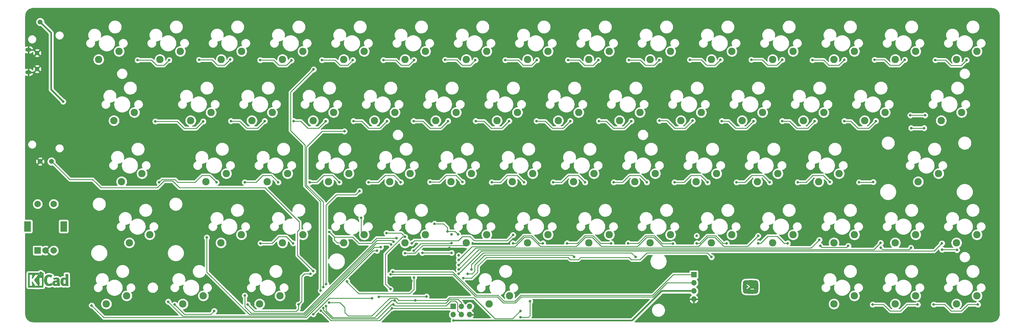
<source format=gtl>
G04 #@! TF.GenerationSoftware,KiCad,Pcbnew,(5.99.0-208-ga1d3f3486)*
G04 #@! TF.CreationDate,2020-08-15T19:48:29+07:00*
G04 #@! TF.ProjectId,pheromone_ansi,70686572-6f6d-46f6-9e65-5f616e73692e,rev?*
G04 #@! TF.SameCoordinates,Original*
G04 #@! TF.FileFunction,Copper,L1,Top*
G04 #@! TF.FilePolarity,Positive*
%FSLAX46Y46*%
G04 Gerber Fmt 4.6, Leading zero omitted, Abs format (unit mm)*
G04 Created by KiCad (PCBNEW (5.99.0-208-ga1d3f3486)) date 2020-08-15 19:48:29*
%MOMM*%
%LPD*%
G04 APERTURE LIST*
%ADD10C,0.010000*%
%ADD11C,2.286000*%
%ADD12O,1.700000X1.700000*%
%ADD13R,1.700000X1.700000*%
%ADD14R,2.000000X2.000000*%
%ADD15C,2.000000*%
%ADD16R,2.000000X3.200000*%
%ADD17O,1.900000X1.200000*%
%ADD18C,1.450000*%
%ADD19C,1.500000*%
%ADD20C,0.800000*%
%ADD21C,0.250000*%
%ADD22C,0.254000*%
%ADD23C,0.508000*%
G04 APERTURE END LIST*
D10*
G36*
X259637138Y-135956658D02*
G01*
X260700883Y-135956658D01*
X260705357Y-136011464D01*
X260727741Y-136062555D01*
X260766229Y-136105339D01*
X260819017Y-136135222D01*
X260867664Y-136146487D01*
X260889817Y-136143038D01*
X260921843Y-136132318D01*
X260924814Y-136131095D01*
X260943886Y-136120103D01*
X260981116Y-136095940D01*
X261034058Y-136060289D01*
X261100267Y-136014833D01*
X261177297Y-135961256D01*
X261262704Y-135901240D01*
X261354042Y-135836470D01*
X261386715Y-135813162D01*
X261496618Y-135734484D01*
X261587558Y-135668784D01*
X261661327Y-135614399D01*
X261719715Y-135569663D01*
X261764516Y-135532911D01*
X261797519Y-135502480D01*
X261820517Y-135476705D01*
X261835300Y-135453921D01*
X261843662Y-135432464D01*
X261847392Y-135410669D01*
X261848282Y-135386871D01*
X261848284Y-135384297D01*
X261841298Y-135342656D01*
X261824953Y-135303587D01*
X261811022Y-135289950D01*
X261779058Y-135263549D01*
X261731727Y-135226345D01*
X261671694Y-135180295D01*
X261601625Y-135127359D01*
X261524185Y-135069496D01*
X261442039Y-135008665D01*
X261357852Y-134946825D01*
X261274291Y-134885936D01*
X261194020Y-134827957D01*
X261119705Y-134774847D01*
X261054011Y-134728564D01*
X260999604Y-134691068D01*
X260959148Y-134664318D01*
X260937941Y-134651609D01*
X260884770Y-134636469D01*
X260830009Y-134642399D01*
X260779016Y-134666039D01*
X260737148Y-134704029D01*
X260709762Y-134753008D01*
X260701868Y-134799712D01*
X260702992Y-134826384D01*
X260707713Y-134850597D01*
X260718051Y-134874330D01*
X260736028Y-134899565D01*
X260763665Y-134928282D01*
X260802984Y-134962461D01*
X260856007Y-135004082D01*
X260924754Y-135055126D01*
X261011247Y-135117573D01*
X261066929Y-135157365D01*
X261157217Y-135221815D01*
X261228760Y-135273190D01*
X261283501Y-135313152D01*
X261323383Y-135343364D01*
X261350347Y-135365488D01*
X261366336Y-135381187D01*
X261373292Y-135392123D01*
X261373159Y-135399960D01*
X261367877Y-135406359D01*
X261362662Y-135410492D01*
X261344814Y-135423577D01*
X261309369Y-135449190D01*
X261259411Y-135485117D01*
X261198024Y-135529142D01*
X261128294Y-135579050D01*
X261060932Y-135627181D01*
X260985816Y-135681076D01*
X260915893Y-135731750D01*
X260854347Y-135776854D01*
X260804365Y-135814040D01*
X260769131Y-135840960D01*
X260752876Y-135854272D01*
X260716121Y-135902730D01*
X260700883Y-135956658D01*
X259637138Y-135956658D01*
X259634256Y-135891837D01*
X259629318Y-135739601D01*
X259626528Y-135592304D01*
X259625972Y-135500517D01*
X259627079Y-135365305D01*
X259630358Y-135222076D01*
X259635595Y-135073638D01*
X259642573Y-134922803D01*
X259651076Y-134772379D01*
X259660891Y-134625177D01*
X259671800Y-134484008D01*
X259683590Y-134351680D01*
X259696043Y-134231004D01*
X259708945Y-134124791D01*
X259722080Y-134035849D01*
X259735233Y-133966990D01*
X259746798Y-133924820D01*
X259797543Y-133817318D01*
X259869073Y-133718339D01*
X259957142Y-133632105D01*
X260057503Y-133562836D01*
X260156073Y-133518055D01*
X260209206Y-133504081D01*
X260285433Y-133490503D01*
X260382448Y-133477436D01*
X260497946Y-133464993D01*
X260629622Y-133453287D01*
X260775172Y-133442431D01*
X260932289Y-133432540D01*
X261098670Y-133423727D01*
X261272009Y-133416104D01*
X261450000Y-133409787D01*
X261630339Y-133404887D01*
X261810721Y-133401519D01*
X261988841Y-133399796D01*
X262162393Y-133399831D01*
X262329073Y-133401738D01*
X262457932Y-133404747D01*
X262652859Y-133411260D01*
X262840791Y-133419075D01*
X263019839Y-133428040D01*
X263188112Y-133438005D01*
X263343721Y-133448818D01*
X263484778Y-133460329D01*
X263609394Y-133472387D01*
X263715678Y-133484841D01*
X263801742Y-133497539D01*
X263865696Y-133510332D01*
X263897726Y-133519788D01*
X264015012Y-133576865D01*
X264117619Y-133654216D01*
X264203793Y-133750249D01*
X264268112Y-133855867D01*
X264285313Y-133891893D01*
X264299315Y-133925597D01*
X264310855Y-133960721D01*
X264320668Y-134001008D01*
X264329490Y-134050199D01*
X264338057Y-134112037D01*
X264347105Y-134190265D01*
X264357368Y-134288624D01*
X264361757Y-134332230D01*
X264400000Y-134800000D01*
X264419549Y-135256398D01*
X264420374Y-135707282D01*
X264402444Y-136158510D01*
X264365726Y-136615939D01*
X264348795Y-136775363D01*
X264337046Y-136869530D01*
X264324507Y-136951873D01*
X264311910Y-137018161D01*
X264299986Y-137064161D01*
X264297784Y-137070454D01*
X264246051Y-137176079D01*
X264174956Y-137272995D01*
X264088673Y-137357281D01*
X263991380Y-137425017D01*
X263887250Y-137472284D01*
X263861282Y-137480264D01*
X263823248Y-137488025D01*
X263761438Y-137496957D01*
X263677439Y-137506896D01*
X263572838Y-137517677D01*
X263449223Y-137529135D01*
X263308182Y-137541108D01*
X263162782Y-137552557D01*
X263083706Y-137557804D01*
X262993088Y-137562314D01*
X262888881Y-137566132D01*
X262769041Y-137569309D01*
X262631522Y-137571890D01*
X262474280Y-137573923D01*
X262295270Y-137575456D01*
X262140432Y-137576330D01*
X262001252Y-137576888D01*
X261867364Y-137577268D01*
X261741329Y-137577472D01*
X261625713Y-137577505D01*
X261523077Y-137577369D01*
X261435986Y-137577068D01*
X261367002Y-137576603D01*
X261318690Y-137575979D01*
X261295882Y-137575330D01*
X261120026Y-137565826D01*
X260952367Y-137555477D01*
X260794903Y-137544468D01*
X260649632Y-137532987D01*
X260518552Y-137521220D01*
X260403660Y-137509355D01*
X260306955Y-137497577D01*
X260230434Y-137486074D01*
X260176095Y-137475033D01*
X260154833Y-137468656D01*
X260043792Y-137415018D01*
X259943247Y-137342659D01*
X259857068Y-137255330D01*
X259789126Y-137156784D01*
X259752972Y-137079127D01*
X259738756Y-137029183D01*
X259724469Y-136956599D01*
X259710333Y-136864133D01*
X259696571Y-136754542D01*
X259683403Y-136630585D01*
X259671052Y-136495020D01*
X259659740Y-136350605D01*
X259649689Y-136200097D01*
X259648723Y-136182738D01*
X261974430Y-136182738D01*
X261984761Y-136238889D01*
X262013444Y-136288820D01*
X262060299Y-136326890D01*
X262064664Y-136329172D01*
X262078137Y-136334948D01*
X262095092Y-136339638D01*
X262118132Y-136343352D01*
X262149857Y-136346202D01*
X262192873Y-136348299D01*
X262249780Y-136349754D01*
X262323182Y-136350679D01*
X262415682Y-136351183D01*
X262529881Y-136351380D01*
X262585130Y-136351397D01*
X262708752Y-136351321D01*
X262809585Y-136351004D01*
X262890241Y-136350331D01*
X262953329Y-136349184D01*
X263001460Y-136347446D01*
X263037246Y-136345002D01*
X263063296Y-136341736D01*
X263082223Y-136337529D01*
X263096636Y-136332267D01*
X263104848Y-136328210D01*
X263148793Y-136291995D01*
X263180602Y-136241389D01*
X263194371Y-136186151D01*
X263194532Y-136179967D01*
X263183205Y-136124821D01*
X263153164Y-136073189D01*
X263110310Y-136034831D01*
X263104848Y-136031723D01*
X263092057Y-136025746D01*
X263076472Y-136020887D01*
X263055503Y-136017032D01*
X263026558Y-136014066D01*
X262987047Y-136011877D01*
X262934379Y-136010349D01*
X262865964Y-136009368D01*
X262779212Y-136008821D01*
X262671531Y-136008594D01*
X262578780Y-136008564D01*
X262454844Y-136008637D01*
X262353723Y-136008910D01*
X262272833Y-136009506D01*
X262209589Y-136010548D01*
X262161405Y-136012159D01*
X262125698Y-136014460D01*
X262099882Y-136017576D01*
X262081373Y-136021627D01*
X262067586Y-136026738D01*
X262055936Y-136033030D01*
X262055323Y-136033402D01*
X262009533Y-136074352D01*
X261982628Y-136126012D01*
X261974430Y-136182738D01*
X259648723Y-136182738D01*
X259641121Y-136046255D01*
X259637138Y-135956658D01*
X259637138Y-135956658D01*
G37*
X259637138Y-135956658D02*
X260700883Y-135956658D01*
X260705357Y-136011464D01*
X260727741Y-136062555D01*
X260766229Y-136105339D01*
X260819017Y-136135222D01*
X260867664Y-136146487D01*
X260889817Y-136143038D01*
X260921843Y-136132318D01*
X260924814Y-136131095D01*
X260943886Y-136120103D01*
X260981116Y-136095940D01*
X261034058Y-136060289D01*
X261100267Y-136014833D01*
X261177297Y-135961256D01*
X261262704Y-135901240D01*
X261354042Y-135836470D01*
X261386715Y-135813162D01*
X261496618Y-135734484D01*
X261587558Y-135668784D01*
X261661327Y-135614399D01*
X261719715Y-135569663D01*
X261764516Y-135532911D01*
X261797519Y-135502480D01*
X261820517Y-135476705D01*
X261835300Y-135453921D01*
X261843662Y-135432464D01*
X261847392Y-135410669D01*
X261848282Y-135386871D01*
X261848284Y-135384297D01*
X261841298Y-135342656D01*
X261824953Y-135303587D01*
X261811022Y-135289950D01*
X261779058Y-135263549D01*
X261731727Y-135226345D01*
X261671694Y-135180295D01*
X261601625Y-135127359D01*
X261524185Y-135069496D01*
X261442039Y-135008665D01*
X261357852Y-134946825D01*
X261274291Y-134885936D01*
X261194020Y-134827957D01*
X261119705Y-134774847D01*
X261054011Y-134728564D01*
X260999604Y-134691068D01*
X260959148Y-134664318D01*
X260937941Y-134651609D01*
X260884770Y-134636469D01*
X260830009Y-134642399D01*
X260779016Y-134666039D01*
X260737148Y-134704029D01*
X260709762Y-134753008D01*
X260701868Y-134799712D01*
X260702992Y-134826384D01*
X260707713Y-134850597D01*
X260718051Y-134874330D01*
X260736028Y-134899565D01*
X260763665Y-134928282D01*
X260802984Y-134962461D01*
X260856007Y-135004082D01*
X260924754Y-135055126D01*
X261011247Y-135117573D01*
X261066929Y-135157365D01*
X261157217Y-135221815D01*
X261228760Y-135273190D01*
X261283501Y-135313152D01*
X261323383Y-135343364D01*
X261350347Y-135365488D01*
X261366336Y-135381187D01*
X261373292Y-135392123D01*
X261373159Y-135399960D01*
X261367877Y-135406359D01*
X261362662Y-135410492D01*
X261344814Y-135423577D01*
X261309369Y-135449190D01*
X261259411Y-135485117D01*
X261198024Y-135529142D01*
X261128294Y-135579050D01*
X261060932Y-135627181D01*
X260985816Y-135681076D01*
X260915893Y-135731750D01*
X260854347Y-135776854D01*
X260804365Y-135814040D01*
X260769131Y-135840960D01*
X260752876Y-135854272D01*
X260716121Y-135902730D01*
X260700883Y-135956658D01*
X259637138Y-135956658D01*
X259634256Y-135891837D01*
X259629318Y-135739601D01*
X259626528Y-135592304D01*
X259625972Y-135500517D01*
X259627079Y-135365305D01*
X259630358Y-135222076D01*
X259635595Y-135073638D01*
X259642573Y-134922803D01*
X259651076Y-134772379D01*
X259660891Y-134625177D01*
X259671800Y-134484008D01*
X259683590Y-134351680D01*
X259696043Y-134231004D01*
X259708945Y-134124791D01*
X259722080Y-134035849D01*
X259735233Y-133966990D01*
X259746798Y-133924820D01*
X259797543Y-133817318D01*
X259869073Y-133718339D01*
X259957142Y-133632105D01*
X260057503Y-133562836D01*
X260156073Y-133518055D01*
X260209206Y-133504081D01*
X260285433Y-133490503D01*
X260382448Y-133477436D01*
X260497946Y-133464993D01*
X260629622Y-133453287D01*
X260775172Y-133442431D01*
X260932289Y-133432540D01*
X261098670Y-133423727D01*
X261272009Y-133416104D01*
X261450000Y-133409787D01*
X261630339Y-133404887D01*
X261810721Y-133401519D01*
X261988841Y-133399796D01*
X262162393Y-133399831D01*
X262329073Y-133401738D01*
X262457932Y-133404747D01*
X262652859Y-133411260D01*
X262840791Y-133419075D01*
X263019839Y-133428040D01*
X263188112Y-133438005D01*
X263343721Y-133448818D01*
X263484778Y-133460329D01*
X263609394Y-133472387D01*
X263715678Y-133484841D01*
X263801742Y-133497539D01*
X263865696Y-133510332D01*
X263897726Y-133519788D01*
X264015012Y-133576865D01*
X264117619Y-133654216D01*
X264203793Y-133750249D01*
X264268112Y-133855867D01*
X264285313Y-133891893D01*
X264299315Y-133925597D01*
X264310855Y-133960721D01*
X264320668Y-134001008D01*
X264329490Y-134050199D01*
X264338057Y-134112037D01*
X264347105Y-134190265D01*
X264357368Y-134288624D01*
X264361757Y-134332230D01*
X264400000Y-134800000D01*
X264419549Y-135256398D01*
X264420374Y-135707282D01*
X264402444Y-136158510D01*
X264365726Y-136615939D01*
X264348795Y-136775363D01*
X264337046Y-136869530D01*
X264324507Y-136951873D01*
X264311910Y-137018161D01*
X264299986Y-137064161D01*
X264297784Y-137070454D01*
X264246051Y-137176079D01*
X264174956Y-137272995D01*
X264088673Y-137357281D01*
X263991380Y-137425017D01*
X263887250Y-137472284D01*
X263861282Y-137480264D01*
X263823248Y-137488025D01*
X263761438Y-137496957D01*
X263677439Y-137506896D01*
X263572838Y-137517677D01*
X263449223Y-137529135D01*
X263308182Y-137541108D01*
X263162782Y-137552557D01*
X263083706Y-137557804D01*
X262993088Y-137562314D01*
X262888881Y-137566132D01*
X262769041Y-137569309D01*
X262631522Y-137571890D01*
X262474280Y-137573923D01*
X262295270Y-137575456D01*
X262140432Y-137576330D01*
X262001252Y-137576888D01*
X261867364Y-137577268D01*
X261741329Y-137577472D01*
X261625713Y-137577505D01*
X261523077Y-137577369D01*
X261435986Y-137577068D01*
X261367002Y-137576603D01*
X261318690Y-137575979D01*
X261295882Y-137575330D01*
X261120026Y-137565826D01*
X260952367Y-137555477D01*
X260794903Y-137544468D01*
X260649632Y-137532987D01*
X260518552Y-137521220D01*
X260403660Y-137509355D01*
X260306955Y-137497577D01*
X260230434Y-137486074D01*
X260176095Y-137475033D01*
X260154833Y-137468656D01*
X260043792Y-137415018D01*
X259943247Y-137342659D01*
X259857068Y-137255330D01*
X259789126Y-137156784D01*
X259752972Y-137079127D01*
X259738756Y-137029183D01*
X259724469Y-136956599D01*
X259710333Y-136864133D01*
X259696571Y-136754542D01*
X259683403Y-136630585D01*
X259671052Y-136495020D01*
X259659740Y-136350605D01*
X259649689Y-136200097D01*
X259648723Y-136182738D01*
X261974430Y-136182738D01*
X261984761Y-136238889D01*
X262013444Y-136288820D01*
X262060299Y-136326890D01*
X262064664Y-136329172D01*
X262078137Y-136334948D01*
X262095092Y-136339638D01*
X262118132Y-136343352D01*
X262149857Y-136346202D01*
X262192873Y-136348299D01*
X262249780Y-136349754D01*
X262323182Y-136350679D01*
X262415682Y-136351183D01*
X262529881Y-136351380D01*
X262585130Y-136351397D01*
X262708752Y-136351321D01*
X262809585Y-136351004D01*
X262890241Y-136350331D01*
X262953329Y-136349184D01*
X263001460Y-136347446D01*
X263037246Y-136345002D01*
X263063296Y-136341736D01*
X263082223Y-136337529D01*
X263096636Y-136332267D01*
X263104848Y-136328210D01*
X263148793Y-136291995D01*
X263180602Y-136241389D01*
X263194371Y-136186151D01*
X263194532Y-136179967D01*
X263183205Y-136124821D01*
X263153164Y-136073189D01*
X263110310Y-136034831D01*
X263104848Y-136031723D01*
X263092057Y-136025746D01*
X263076472Y-136020887D01*
X263055503Y-136017032D01*
X263026558Y-136014066D01*
X262987047Y-136011877D01*
X262934379Y-136010349D01*
X262865964Y-136009368D01*
X262779212Y-136008821D01*
X262671531Y-136008594D01*
X262578780Y-136008564D01*
X262454844Y-136008637D01*
X262353723Y-136008910D01*
X262272833Y-136009506D01*
X262209589Y-136010548D01*
X262161405Y-136012159D01*
X262125698Y-136014460D01*
X262099882Y-136017576D01*
X262081373Y-136021627D01*
X262067586Y-136026738D01*
X262055936Y-136033030D01*
X262055323Y-136033402D01*
X262009533Y-136074352D01*
X261982628Y-136126012D01*
X261974430Y-136182738D01*
X259648723Y-136182738D01*
X259641121Y-136046255D01*
X259637138Y-135956658D01*
G36*
X40753600Y-131189054D02*
G01*
X40764465Y-131302993D01*
X40796082Y-131410616D01*
X40846985Y-131509615D01*
X40915707Y-131597684D01*
X41000781Y-131672516D01*
X41097768Y-131730384D01*
X41204036Y-131770005D01*
X41311050Y-131788573D01*
X41416700Y-131787434D01*
X41518875Y-131767930D01*
X41615466Y-131731406D01*
X41704362Y-131679205D01*
X41783454Y-131612673D01*
X41850631Y-131533152D01*
X41903783Y-131441987D01*
X41940801Y-131340523D01*
X41959573Y-131230102D01*
X41961511Y-131180206D01*
X41961511Y-131092267D01*
X42013440Y-131092267D01*
X42049747Y-131095111D01*
X42076645Y-131106911D01*
X42103751Y-131130649D01*
X42142133Y-131169031D01*
X42142133Y-133360602D01*
X42142124Y-133622739D01*
X42142092Y-133863241D01*
X42142028Y-134083048D01*
X42141924Y-134283101D01*
X42141773Y-134464344D01*
X42141566Y-134627716D01*
X42141294Y-134774160D01*
X42140950Y-134904617D01*
X42140526Y-135020029D01*
X42140013Y-135121338D01*
X42139403Y-135209484D01*
X42138688Y-135285410D01*
X42137860Y-135350057D01*
X42136911Y-135404367D01*
X42135833Y-135449280D01*
X42134617Y-135485740D01*
X42133255Y-135514687D01*
X42131739Y-135537063D01*
X42130062Y-135553809D01*
X42128214Y-135565868D01*
X42126187Y-135574180D01*
X42123975Y-135579687D01*
X42122892Y-135581537D01*
X42118729Y-135588549D01*
X42115195Y-135594996D01*
X42111365Y-135600900D01*
X42106318Y-135606286D01*
X42099129Y-135611178D01*
X42088877Y-135615598D01*
X42074636Y-135619572D01*
X42055486Y-135623121D01*
X42030501Y-135626270D01*
X41998760Y-135629042D01*
X41959338Y-135631461D01*
X41911314Y-135633551D01*
X41853763Y-135635335D01*
X41785763Y-135636837D01*
X41706390Y-135638080D01*
X41614721Y-135639089D01*
X41509834Y-135639885D01*
X41390804Y-135640494D01*
X41256710Y-135640939D01*
X41106627Y-135641243D01*
X40939633Y-135641430D01*
X40754804Y-135641524D01*
X40551217Y-135641548D01*
X40327950Y-135641525D01*
X40084078Y-135641480D01*
X39818679Y-135641437D01*
X39780296Y-135641432D01*
X39513318Y-135641389D01*
X39267998Y-135641318D01*
X39043417Y-135641213D01*
X38838655Y-135641066D01*
X38652794Y-135640869D01*
X38484912Y-135640616D01*
X38334092Y-135640300D01*
X38199413Y-135639913D01*
X38079956Y-135639447D01*
X37974801Y-135638897D01*
X37883029Y-135638253D01*
X37803721Y-135637511D01*
X37735957Y-135636661D01*
X37678818Y-135635697D01*
X37631383Y-135634611D01*
X37592734Y-135633397D01*
X37561951Y-135632047D01*
X37538115Y-135630555D01*
X37520306Y-135628911D01*
X37507605Y-135627111D01*
X37499092Y-135625145D01*
X37494734Y-135623477D01*
X37486272Y-135619906D01*
X37478503Y-135617270D01*
X37471398Y-135614634D01*
X37464927Y-135611062D01*
X37459061Y-135605621D01*
X37453771Y-135597375D01*
X37449026Y-135585390D01*
X37444798Y-135568731D01*
X37441057Y-135546463D01*
X37437773Y-135517652D01*
X37434917Y-135481363D01*
X37432460Y-135436661D01*
X37430371Y-135382611D01*
X37428622Y-135318279D01*
X37427183Y-135242730D01*
X37426024Y-135155030D01*
X37425117Y-135054243D01*
X37424431Y-134939434D01*
X37423937Y-134809670D01*
X37423605Y-134664015D01*
X37423407Y-134501535D01*
X37423313Y-134321295D01*
X37423292Y-134122360D01*
X37423315Y-133903796D01*
X37423354Y-133664668D01*
X37423378Y-133404040D01*
X37423378Y-133361889D01*
X37423364Y-133098992D01*
X37423339Y-132857732D01*
X37423329Y-132637165D01*
X37423358Y-132436352D01*
X37423452Y-132254349D01*
X37423638Y-132090216D01*
X37423941Y-131943011D01*
X37424386Y-131811792D01*
X37424966Y-131701867D01*
X37727803Y-131701867D01*
X37767593Y-131759711D01*
X37778764Y-131775479D01*
X37788834Y-131789441D01*
X37797862Y-131802784D01*
X37805903Y-131816693D01*
X37813014Y-131832356D01*
X37819253Y-131850958D01*
X37824675Y-131873686D01*
X37829338Y-131901727D01*
X37833299Y-131936267D01*
X37836615Y-131978492D01*
X37839341Y-132029589D01*
X37841536Y-132090744D01*
X37843255Y-132163144D01*
X37844556Y-132247975D01*
X37845495Y-132346422D01*
X37846130Y-132459674D01*
X37846516Y-132588916D01*
X37846712Y-132735334D01*
X37846773Y-132900116D01*
X37846757Y-133084447D01*
X37846720Y-133289513D01*
X37846711Y-133412133D01*
X37846735Y-133629082D01*
X37846769Y-133824642D01*
X37846757Y-133999999D01*
X37846642Y-134156341D01*
X37846370Y-134294857D01*
X37845882Y-134416734D01*
X37845124Y-134523160D01*
X37844038Y-134615322D01*
X37842569Y-134694409D01*
X37840660Y-134761608D01*
X37838256Y-134818107D01*
X37835299Y-134865093D01*
X37831734Y-134903755D01*
X37827505Y-134935280D01*
X37822554Y-134960855D01*
X37816827Y-134981670D01*
X37810267Y-134998911D01*
X37802817Y-135013765D01*
X37794421Y-135027422D01*
X37785024Y-135041069D01*
X37774568Y-135055893D01*
X37768477Y-135064783D01*
X37729704Y-135122400D01*
X38261268Y-135122400D01*
X38384517Y-135122365D01*
X38487013Y-135122215D01*
X38570580Y-135121878D01*
X38637044Y-135121286D01*
X38688229Y-135120367D01*
X38725959Y-135119051D01*
X38752060Y-135117269D01*
X38768356Y-135114951D01*
X38776672Y-135112026D01*
X38778832Y-135108424D01*
X38776661Y-135104075D01*
X38775465Y-135102645D01*
X38750315Y-135065573D01*
X38724417Y-135012772D01*
X38700808Y-134950770D01*
X38692539Y-134924357D01*
X38687922Y-134906416D01*
X38684021Y-134885355D01*
X38680752Y-134859089D01*
X38678034Y-134825532D01*
X38675785Y-134782599D01*
X38673923Y-134728204D01*
X38672364Y-134660262D01*
X38671028Y-134576688D01*
X38669831Y-134475395D01*
X38668692Y-134354300D01*
X38668315Y-134309600D01*
X38667298Y-134184449D01*
X38666540Y-134080082D01*
X38666097Y-133994707D01*
X38666030Y-133926533D01*
X38666395Y-133873765D01*
X38667252Y-133834614D01*
X38668659Y-133807285D01*
X38670675Y-133789986D01*
X38673357Y-133780926D01*
X38676764Y-133778312D01*
X38680956Y-133780351D01*
X38685429Y-133784667D01*
X38695784Y-133797602D01*
X38717842Y-133826676D01*
X38750043Y-133869759D01*
X38790826Y-133924718D01*
X38838630Y-133989423D01*
X38891895Y-134061742D01*
X38949060Y-134139544D01*
X39008563Y-134220698D01*
X39068845Y-134303072D01*
X39128345Y-134384536D01*
X39185502Y-134462957D01*
X39238755Y-134536204D01*
X39286543Y-134602147D01*
X39327307Y-134658654D01*
X39359484Y-134703593D01*
X39381515Y-134734834D01*
X39386083Y-134741466D01*
X39409004Y-134778369D01*
X39435812Y-134826359D01*
X39461211Y-134875897D01*
X39464432Y-134882577D01*
X39486110Y-134930772D01*
X39498696Y-134968334D01*
X39504426Y-135004160D01*
X39505544Y-135046200D01*
X39504910Y-135122400D01*
X40659349Y-135122400D01*
X40654347Y-135117257D01*
X40866489Y-135117257D01*
X40877396Y-135118334D01*
X40908589Y-135119335D01*
X40957777Y-135120235D01*
X41022667Y-135121010D01*
X41100970Y-135121637D01*
X41190393Y-135122091D01*
X41288644Y-135122349D01*
X41357555Y-135122400D01*
X41462548Y-135122180D01*
X41559390Y-135121548D01*
X41645893Y-135120549D01*
X41719868Y-135119227D01*
X41779126Y-135117626D01*
X41821480Y-135115791D01*
X41844740Y-135113765D01*
X41848622Y-135112493D01*
X41840924Y-135097591D01*
X41832926Y-135089560D01*
X41819754Y-135072434D01*
X41802515Y-135042183D01*
X41790593Y-135017622D01*
X41763955Y-134958711D01*
X41760880Y-133781845D01*
X41757805Y-132604978D01*
X41312147Y-132604978D01*
X41214330Y-132605142D01*
X41123936Y-132605611D01*
X41043370Y-132606347D01*
X40975038Y-132607316D01*
X40921344Y-132608480D01*
X40884695Y-132609803D01*
X40867496Y-132611249D01*
X40866489Y-132611702D01*
X40872398Y-132624659D01*
X40886728Y-132646908D01*
X40887775Y-132648391D01*
X40906562Y-132678544D01*
X40926209Y-132715375D01*
X40930108Y-132723511D01*
X40933644Y-132731940D01*
X40936770Y-132742059D01*
X40939514Y-132755260D01*
X40941908Y-132772938D01*
X40943981Y-132796484D01*
X40945765Y-132827293D01*
X40947288Y-132866757D01*
X40948581Y-132916269D01*
X40949674Y-132977223D01*
X40950597Y-133051011D01*
X40951381Y-133139028D01*
X40952055Y-133242665D01*
X40952650Y-133363316D01*
X40953195Y-133502374D01*
X40953721Y-133661232D01*
X40954255Y-133840089D01*
X40954794Y-134025207D01*
X40955228Y-134189145D01*
X40955491Y-134333303D01*
X40955516Y-134459079D01*
X40955235Y-134567871D01*
X40954581Y-134661077D01*
X40953486Y-134740097D01*
X40951882Y-134806328D01*
X40949703Y-134861170D01*
X40946881Y-134906021D01*
X40943349Y-134942278D01*
X40939039Y-134971341D01*
X40933883Y-134994609D01*
X40927815Y-135013479D01*
X40920767Y-135029351D01*
X40912671Y-135043622D01*
X40903460Y-135057691D01*
X40894960Y-135070158D01*
X40877824Y-135096452D01*
X40867678Y-135114037D01*
X40866489Y-135117257D01*
X40654347Y-135117257D01*
X40568185Y-135028669D01*
X40521388Y-134978775D01*
X40471101Y-134922295D01*
X40425056Y-134868026D01*
X40404631Y-134842673D01*
X40374193Y-134803128D01*
X40334138Y-134749916D01*
X40285639Y-134684667D01*
X40229865Y-134609011D01*
X40167989Y-134524577D01*
X40101181Y-134432994D01*
X40030613Y-134335892D01*
X39957455Y-134234901D01*
X39882879Y-134131650D01*
X39808056Y-134027768D01*
X39734157Y-133924885D01*
X39662354Y-133824631D01*
X39593816Y-133728636D01*
X39529716Y-133638527D01*
X39471225Y-133555936D01*
X39419514Y-133482492D01*
X39375753Y-133419824D01*
X39341115Y-133369561D01*
X39316770Y-133333334D01*
X39303889Y-133312771D01*
X39302131Y-133308668D01*
X39310090Y-133297342D01*
X39330885Y-133270162D01*
X39363153Y-133228829D01*
X39405530Y-133175044D01*
X39456653Y-133110506D01*
X39515159Y-133036918D01*
X39579686Y-132955978D01*
X39648869Y-132869388D01*
X39721347Y-132778848D01*
X39795754Y-132686060D01*
X39855483Y-132611702D01*
X39870730Y-132592722D01*
X39944910Y-132500537D01*
X40016931Y-132411204D01*
X40085431Y-132326424D01*
X40149045Y-132247898D01*
X40206412Y-132177326D01*
X40256167Y-132116409D01*
X40296948Y-132066847D01*
X40314112Y-132046178D01*
X40400404Y-131945516D01*
X40477003Y-131862259D01*
X40545817Y-131794438D01*
X40608752Y-131740089D01*
X40618133Y-131732722D01*
X40657644Y-131702117D01*
X39525884Y-131701867D01*
X39531173Y-131749844D01*
X39527870Y-131807188D01*
X39506339Y-131875463D01*
X39466365Y-131955212D01*
X39421057Y-132027495D01*
X39404839Y-132050140D01*
X39376786Y-132087696D01*
X39338570Y-132138021D01*
X39291863Y-132198973D01*
X39238339Y-132268411D01*
X39179669Y-132344194D01*
X39117525Y-132424180D01*
X39053579Y-132506228D01*
X38989505Y-132588196D01*
X38926973Y-132667943D01*
X38867657Y-132743327D01*
X38813229Y-132812207D01*
X38765361Y-132872442D01*
X38725725Y-132921889D01*
X38695994Y-132958408D01*
X38677839Y-132979858D01*
X38674780Y-132983156D01*
X38671921Y-132975149D01*
X38669707Y-132944855D01*
X38668143Y-132892556D01*
X38667233Y-132818531D01*
X38666980Y-132723063D01*
X38667387Y-132606434D01*
X38668296Y-132486445D01*
X38669618Y-132354333D01*
X38671143Y-132242594D01*
X38673119Y-132149025D01*
X38675794Y-132071419D01*
X38679418Y-132007574D01*
X38684239Y-131955283D01*
X38690506Y-131912344D01*
X38698468Y-131876551D01*
X38708373Y-131845700D01*
X38720469Y-131817586D01*
X38735007Y-131790005D01*
X38749689Y-131764966D01*
X38787686Y-131701867D01*
X37727803Y-131701867D01*
X37424966Y-131701867D01*
X37424999Y-131695617D01*
X37425805Y-131593544D01*
X37426830Y-131504633D01*
X37428100Y-131427941D01*
X37429640Y-131362527D01*
X37431476Y-131307449D01*
X37433633Y-131261765D01*
X37436137Y-131224534D01*
X37439013Y-131194813D01*
X37442287Y-131171662D01*
X37445985Y-131154139D01*
X37450131Y-131141301D01*
X37454753Y-131132208D01*
X37459874Y-131125918D01*
X37465522Y-131121488D01*
X37471721Y-131117978D01*
X37478496Y-131114445D01*
X37484492Y-131110876D01*
X37489725Y-131108300D01*
X37497901Y-131105972D01*
X37510114Y-131103878D01*
X37527459Y-131102007D01*
X37551031Y-131100347D01*
X37581923Y-131098884D01*
X37621232Y-131097608D01*
X37670050Y-131096504D01*
X37729473Y-131095561D01*
X37800596Y-131094767D01*
X37884512Y-131094109D01*
X37982317Y-131093575D01*
X38095106Y-131093153D01*
X38223971Y-131092829D01*
X38370009Y-131092592D01*
X38534314Y-131092430D01*
X38717980Y-131092330D01*
X38922103Y-131092280D01*
X39133247Y-131092267D01*
X40753600Y-131092267D01*
X40753600Y-131189054D01*
X40753600Y-131189054D01*
G37*
X40753600Y-131189054D02*
X40764465Y-131302993D01*
X40796082Y-131410616D01*
X40846985Y-131509615D01*
X40915707Y-131597684D01*
X41000781Y-131672516D01*
X41097768Y-131730384D01*
X41204036Y-131770005D01*
X41311050Y-131788573D01*
X41416700Y-131787434D01*
X41518875Y-131767930D01*
X41615466Y-131731406D01*
X41704362Y-131679205D01*
X41783454Y-131612673D01*
X41850631Y-131533152D01*
X41903783Y-131441987D01*
X41940801Y-131340523D01*
X41959573Y-131230102D01*
X41961511Y-131180206D01*
X41961511Y-131092267D01*
X42013440Y-131092267D01*
X42049747Y-131095111D01*
X42076645Y-131106911D01*
X42103751Y-131130649D01*
X42142133Y-131169031D01*
X42142133Y-133360602D01*
X42142124Y-133622739D01*
X42142092Y-133863241D01*
X42142028Y-134083048D01*
X42141924Y-134283101D01*
X42141773Y-134464344D01*
X42141566Y-134627716D01*
X42141294Y-134774160D01*
X42140950Y-134904617D01*
X42140526Y-135020029D01*
X42140013Y-135121338D01*
X42139403Y-135209484D01*
X42138688Y-135285410D01*
X42137860Y-135350057D01*
X42136911Y-135404367D01*
X42135833Y-135449280D01*
X42134617Y-135485740D01*
X42133255Y-135514687D01*
X42131739Y-135537063D01*
X42130062Y-135553809D01*
X42128214Y-135565868D01*
X42126187Y-135574180D01*
X42123975Y-135579687D01*
X42122892Y-135581537D01*
X42118729Y-135588549D01*
X42115195Y-135594996D01*
X42111365Y-135600900D01*
X42106318Y-135606286D01*
X42099129Y-135611178D01*
X42088877Y-135615598D01*
X42074636Y-135619572D01*
X42055486Y-135623121D01*
X42030501Y-135626270D01*
X41998760Y-135629042D01*
X41959338Y-135631461D01*
X41911314Y-135633551D01*
X41853763Y-135635335D01*
X41785763Y-135636837D01*
X41706390Y-135638080D01*
X41614721Y-135639089D01*
X41509834Y-135639885D01*
X41390804Y-135640494D01*
X41256710Y-135640939D01*
X41106627Y-135641243D01*
X40939633Y-135641430D01*
X40754804Y-135641524D01*
X40551217Y-135641548D01*
X40327950Y-135641525D01*
X40084078Y-135641480D01*
X39818679Y-135641437D01*
X39780296Y-135641432D01*
X39513318Y-135641389D01*
X39267998Y-135641318D01*
X39043417Y-135641213D01*
X38838655Y-135641066D01*
X38652794Y-135640869D01*
X38484912Y-135640616D01*
X38334092Y-135640300D01*
X38199413Y-135639913D01*
X38079956Y-135639447D01*
X37974801Y-135638897D01*
X37883029Y-135638253D01*
X37803721Y-135637511D01*
X37735957Y-135636661D01*
X37678818Y-135635697D01*
X37631383Y-135634611D01*
X37592734Y-135633397D01*
X37561951Y-135632047D01*
X37538115Y-135630555D01*
X37520306Y-135628911D01*
X37507605Y-135627111D01*
X37499092Y-135625145D01*
X37494734Y-135623477D01*
X37486272Y-135619906D01*
X37478503Y-135617270D01*
X37471398Y-135614634D01*
X37464927Y-135611062D01*
X37459061Y-135605621D01*
X37453771Y-135597375D01*
X37449026Y-135585390D01*
X37444798Y-135568731D01*
X37441057Y-135546463D01*
X37437773Y-135517652D01*
X37434917Y-135481363D01*
X37432460Y-135436661D01*
X37430371Y-135382611D01*
X37428622Y-135318279D01*
X37427183Y-135242730D01*
X37426024Y-135155030D01*
X37425117Y-135054243D01*
X37424431Y-134939434D01*
X37423937Y-134809670D01*
X37423605Y-134664015D01*
X37423407Y-134501535D01*
X37423313Y-134321295D01*
X37423292Y-134122360D01*
X37423315Y-133903796D01*
X37423354Y-133664668D01*
X37423378Y-133404040D01*
X37423378Y-133361889D01*
X37423364Y-133098992D01*
X37423339Y-132857732D01*
X37423329Y-132637165D01*
X37423358Y-132436352D01*
X37423452Y-132254349D01*
X37423638Y-132090216D01*
X37423941Y-131943011D01*
X37424386Y-131811792D01*
X37424966Y-131701867D01*
X37727803Y-131701867D01*
X37767593Y-131759711D01*
X37778764Y-131775479D01*
X37788834Y-131789441D01*
X37797862Y-131802784D01*
X37805903Y-131816693D01*
X37813014Y-131832356D01*
X37819253Y-131850958D01*
X37824675Y-131873686D01*
X37829338Y-131901727D01*
X37833299Y-131936267D01*
X37836615Y-131978492D01*
X37839341Y-132029589D01*
X37841536Y-132090744D01*
X37843255Y-132163144D01*
X37844556Y-132247975D01*
X37845495Y-132346422D01*
X37846130Y-132459674D01*
X37846516Y-132588916D01*
X37846712Y-132735334D01*
X37846773Y-132900116D01*
X37846757Y-133084447D01*
X37846720Y-133289513D01*
X37846711Y-133412133D01*
X37846735Y-133629082D01*
X37846769Y-133824642D01*
X37846757Y-133999999D01*
X37846642Y-134156341D01*
X37846370Y-134294857D01*
X37845882Y-134416734D01*
X37845124Y-134523160D01*
X37844038Y-134615322D01*
X37842569Y-134694409D01*
X37840660Y-134761608D01*
X37838256Y-134818107D01*
X37835299Y-134865093D01*
X37831734Y-134903755D01*
X37827505Y-134935280D01*
X37822554Y-134960855D01*
X37816827Y-134981670D01*
X37810267Y-134998911D01*
X37802817Y-135013765D01*
X37794421Y-135027422D01*
X37785024Y-135041069D01*
X37774568Y-135055893D01*
X37768477Y-135064783D01*
X37729704Y-135122400D01*
X38261268Y-135122400D01*
X38384517Y-135122365D01*
X38487013Y-135122215D01*
X38570580Y-135121878D01*
X38637044Y-135121286D01*
X38688229Y-135120367D01*
X38725959Y-135119051D01*
X38752060Y-135117269D01*
X38768356Y-135114951D01*
X38776672Y-135112026D01*
X38778832Y-135108424D01*
X38776661Y-135104075D01*
X38775465Y-135102645D01*
X38750315Y-135065573D01*
X38724417Y-135012772D01*
X38700808Y-134950770D01*
X38692539Y-134924357D01*
X38687922Y-134906416D01*
X38684021Y-134885355D01*
X38680752Y-134859089D01*
X38678034Y-134825532D01*
X38675785Y-134782599D01*
X38673923Y-134728204D01*
X38672364Y-134660262D01*
X38671028Y-134576688D01*
X38669831Y-134475395D01*
X38668692Y-134354300D01*
X38668315Y-134309600D01*
X38667298Y-134184449D01*
X38666540Y-134080082D01*
X38666097Y-133994707D01*
X38666030Y-133926533D01*
X38666395Y-133873765D01*
X38667252Y-133834614D01*
X38668659Y-133807285D01*
X38670675Y-133789986D01*
X38673357Y-133780926D01*
X38676764Y-133778312D01*
X38680956Y-133780351D01*
X38685429Y-133784667D01*
X38695784Y-133797602D01*
X38717842Y-133826676D01*
X38750043Y-133869759D01*
X38790826Y-133924718D01*
X38838630Y-133989423D01*
X38891895Y-134061742D01*
X38949060Y-134139544D01*
X39008563Y-134220698D01*
X39068845Y-134303072D01*
X39128345Y-134384536D01*
X39185502Y-134462957D01*
X39238755Y-134536204D01*
X39286543Y-134602147D01*
X39327307Y-134658654D01*
X39359484Y-134703593D01*
X39381515Y-134734834D01*
X39386083Y-134741466D01*
X39409004Y-134778369D01*
X39435812Y-134826359D01*
X39461211Y-134875897D01*
X39464432Y-134882577D01*
X39486110Y-134930772D01*
X39498696Y-134968334D01*
X39504426Y-135004160D01*
X39505544Y-135046200D01*
X39504910Y-135122400D01*
X40659349Y-135122400D01*
X40654347Y-135117257D01*
X40866489Y-135117257D01*
X40877396Y-135118334D01*
X40908589Y-135119335D01*
X40957777Y-135120235D01*
X41022667Y-135121010D01*
X41100970Y-135121637D01*
X41190393Y-135122091D01*
X41288644Y-135122349D01*
X41357555Y-135122400D01*
X41462548Y-135122180D01*
X41559390Y-135121548D01*
X41645893Y-135120549D01*
X41719868Y-135119227D01*
X41779126Y-135117626D01*
X41821480Y-135115791D01*
X41844740Y-135113765D01*
X41848622Y-135112493D01*
X41840924Y-135097591D01*
X41832926Y-135089560D01*
X41819754Y-135072434D01*
X41802515Y-135042183D01*
X41790593Y-135017622D01*
X41763955Y-134958711D01*
X41760880Y-133781845D01*
X41757805Y-132604978D01*
X41312147Y-132604978D01*
X41214330Y-132605142D01*
X41123936Y-132605611D01*
X41043370Y-132606347D01*
X40975038Y-132607316D01*
X40921344Y-132608480D01*
X40884695Y-132609803D01*
X40867496Y-132611249D01*
X40866489Y-132611702D01*
X40872398Y-132624659D01*
X40886728Y-132646908D01*
X40887775Y-132648391D01*
X40906562Y-132678544D01*
X40926209Y-132715375D01*
X40930108Y-132723511D01*
X40933644Y-132731940D01*
X40936770Y-132742059D01*
X40939514Y-132755260D01*
X40941908Y-132772938D01*
X40943981Y-132796484D01*
X40945765Y-132827293D01*
X40947288Y-132866757D01*
X40948581Y-132916269D01*
X40949674Y-132977223D01*
X40950597Y-133051011D01*
X40951381Y-133139028D01*
X40952055Y-133242665D01*
X40952650Y-133363316D01*
X40953195Y-133502374D01*
X40953721Y-133661232D01*
X40954255Y-133840089D01*
X40954794Y-134025207D01*
X40955228Y-134189145D01*
X40955491Y-134333303D01*
X40955516Y-134459079D01*
X40955235Y-134567871D01*
X40954581Y-134661077D01*
X40953486Y-134740097D01*
X40951882Y-134806328D01*
X40949703Y-134861170D01*
X40946881Y-134906021D01*
X40943349Y-134942278D01*
X40939039Y-134971341D01*
X40933883Y-134994609D01*
X40927815Y-135013479D01*
X40920767Y-135029351D01*
X40912671Y-135043622D01*
X40903460Y-135057691D01*
X40894960Y-135070158D01*
X40877824Y-135096452D01*
X40867678Y-135114037D01*
X40866489Y-135117257D01*
X40654347Y-135117257D01*
X40568185Y-135028669D01*
X40521388Y-134978775D01*
X40471101Y-134922295D01*
X40425056Y-134868026D01*
X40404631Y-134842673D01*
X40374193Y-134803128D01*
X40334138Y-134749916D01*
X40285639Y-134684667D01*
X40229865Y-134609011D01*
X40167989Y-134524577D01*
X40101181Y-134432994D01*
X40030613Y-134335892D01*
X39957455Y-134234901D01*
X39882879Y-134131650D01*
X39808056Y-134027768D01*
X39734157Y-133924885D01*
X39662354Y-133824631D01*
X39593816Y-133728636D01*
X39529716Y-133638527D01*
X39471225Y-133555936D01*
X39419514Y-133482492D01*
X39375753Y-133419824D01*
X39341115Y-133369561D01*
X39316770Y-133333334D01*
X39303889Y-133312771D01*
X39302131Y-133308668D01*
X39310090Y-133297342D01*
X39330885Y-133270162D01*
X39363153Y-133228829D01*
X39405530Y-133175044D01*
X39456653Y-133110506D01*
X39515159Y-133036918D01*
X39579686Y-132955978D01*
X39648869Y-132869388D01*
X39721347Y-132778848D01*
X39795754Y-132686060D01*
X39855483Y-132611702D01*
X39870730Y-132592722D01*
X39944910Y-132500537D01*
X40016931Y-132411204D01*
X40085431Y-132326424D01*
X40149045Y-132247898D01*
X40206412Y-132177326D01*
X40256167Y-132116409D01*
X40296948Y-132066847D01*
X40314112Y-132046178D01*
X40400404Y-131945516D01*
X40477003Y-131862259D01*
X40545817Y-131794438D01*
X40608752Y-131740089D01*
X40618133Y-131732722D01*
X40657644Y-131702117D01*
X39525884Y-131701867D01*
X39531173Y-131749844D01*
X39527870Y-131807188D01*
X39506339Y-131875463D01*
X39466365Y-131955212D01*
X39421057Y-132027495D01*
X39404839Y-132050140D01*
X39376786Y-132087696D01*
X39338570Y-132138021D01*
X39291863Y-132198973D01*
X39238339Y-132268411D01*
X39179669Y-132344194D01*
X39117525Y-132424180D01*
X39053579Y-132506228D01*
X38989505Y-132588196D01*
X38926973Y-132667943D01*
X38867657Y-132743327D01*
X38813229Y-132812207D01*
X38765361Y-132872442D01*
X38725725Y-132921889D01*
X38695994Y-132958408D01*
X38677839Y-132979858D01*
X38674780Y-132983156D01*
X38671921Y-132975149D01*
X38669707Y-132944855D01*
X38668143Y-132892556D01*
X38667233Y-132818531D01*
X38666980Y-132723063D01*
X38667387Y-132606434D01*
X38668296Y-132486445D01*
X38669618Y-132354333D01*
X38671143Y-132242594D01*
X38673119Y-132149025D01*
X38675794Y-132071419D01*
X38679418Y-132007574D01*
X38684239Y-131955283D01*
X38690506Y-131912344D01*
X38698468Y-131876551D01*
X38708373Y-131845700D01*
X38720469Y-131817586D01*
X38735007Y-131790005D01*
X38749689Y-131764966D01*
X38787686Y-131701867D01*
X37727803Y-131701867D01*
X37424966Y-131701867D01*
X37424999Y-131695617D01*
X37425805Y-131593544D01*
X37426830Y-131504633D01*
X37428100Y-131427941D01*
X37429640Y-131362527D01*
X37431476Y-131307449D01*
X37433633Y-131261765D01*
X37436137Y-131224534D01*
X37439013Y-131194813D01*
X37442287Y-131171662D01*
X37445985Y-131154139D01*
X37450131Y-131141301D01*
X37454753Y-131132208D01*
X37459874Y-131125918D01*
X37465522Y-131121488D01*
X37471721Y-131117978D01*
X37478496Y-131114445D01*
X37484492Y-131110876D01*
X37489725Y-131108300D01*
X37497901Y-131105972D01*
X37510114Y-131103878D01*
X37527459Y-131102007D01*
X37551031Y-131100347D01*
X37581923Y-131098884D01*
X37621232Y-131097608D01*
X37670050Y-131096504D01*
X37729473Y-131095561D01*
X37800596Y-131094767D01*
X37884512Y-131094109D01*
X37982317Y-131093575D01*
X38095106Y-131093153D01*
X38223971Y-131092829D01*
X38370009Y-131092592D01*
X38534314Y-131092430D01*
X38717980Y-131092330D01*
X38922103Y-131092280D01*
X39133247Y-131092267D01*
X40753600Y-131092267D01*
X40753600Y-131189054D01*
G36*
X44028429Y-131649071D02*
G01*
X44188570Y-131670245D01*
X44352510Y-131710385D01*
X44522313Y-131769889D01*
X44700043Y-131849154D01*
X44711310Y-131854699D01*
X44769005Y-131882725D01*
X44820552Y-131906802D01*
X44862191Y-131925249D01*
X44890162Y-131936386D01*
X44899733Y-131938933D01*
X44918950Y-131943941D01*
X44923561Y-131948147D01*
X44918458Y-131958580D01*
X44902418Y-131984868D01*
X44877288Y-132024257D01*
X44844914Y-132073991D01*
X44807143Y-132131315D01*
X44765822Y-132193476D01*
X44722798Y-132257718D01*
X44679917Y-132321285D01*
X44639026Y-132381425D01*
X44601971Y-132435380D01*
X44570600Y-132480397D01*
X44546759Y-132513721D01*
X44532294Y-132532597D01*
X44530309Y-132534787D01*
X44520191Y-132530138D01*
X44497850Y-132512962D01*
X44467280Y-132486440D01*
X44451536Y-132471964D01*
X44355047Y-132396682D01*
X44248336Y-132341241D01*
X44132832Y-132306141D01*
X44009962Y-132291880D01*
X43940561Y-132293051D01*
X43819423Y-132310212D01*
X43710205Y-132346094D01*
X43612582Y-132400959D01*
X43526228Y-132475070D01*
X43450815Y-132568688D01*
X43386018Y-132682076D01*
X43348601Y-132768667D01*
X43304748Y-132904366D01*
X43272428Y-133051850D01*
X43251557Y-133207314D01*
X43242051Y-133366956D01*
X43243827Y-133526973D01*
X43256803Y-133683561D01*
X43280894Y-133832918D01*
X43316018Y-133971240D01*
X43362092Y-134094724D01*
X43378373Y-134128978D01*
X43446620Y-134243064D01*
X43527079Y-134339557D01*
X43618570Y-134417670D01*
X43719911Y-134476617D01*
X43829920Y-134515612D01*
X43947415Y-134533868D01*
X43988883Y-134535211D01*
X44110441Y-134524290D01*
X44230878Y-134491474D01*
X44348666Y-134437439D01*
X44462277Y-134362865D01*
X44553685Y-134284539D01*
X44600215Y-134240008D01*
X44781483Y-134537271D01*
X44826580Y-134611433D01*
X44867819Y-134679646D01*
X44903735Y-134739459D01*
X44932866Y-134788420D01*
X44953750Y-134824079D01*
X44964924Y-134843984D01*
X44966375Y-134847079D01*
X44958146Y-134856718D01*
X44932567Y-134873999D01*
X44892873Y-134897283D01*
X44842297Y-134924934D01*
X44784074Y-134955315D01*
X44721437Y-134986790D01*
X44657621Y-135017722D01*
X44595860Y-135046473D01*
X44539388Y-135071408D01*
X44491438Y-135090889D01*
X44467986Y-135099318D01*
X44334221Y-135137133D01*
X44196327Y-135162136D01*
X44048622Y-135175140D01*
X43921833Y-135177468D01*
X43853878Y-135176373D01*
X43788277Y-135174275D01*
X43730847Y-135171434D01*
X43687403Y-135168106D01*
X43673298Y-135166422D01*
X43534284Y-135137587D01*
X43392757Y-135092468D01*
X43255275Y-135033750D01*
X43128394Y-134964120D01*
X43050889Y-134911441D01*
X42923481Y-134803239D01*
X42805178Y-134676671D01*
X42698172Y-134534866D01*
X42604652Y-134380951D01*
X42526810Y-134218053D01*
X42482956Y-134100756D01*
X42432708Y-133917128D01*
X42399209Y-133722581D01*
X42382449Y-133521325D01*
X42382416Y-133317568D01*
X42399101Y-133115521D01*
X42432493Y-132919392D01*
X42482580Y-132733391D01*
X42486397Y-132721803D01*
X42549281Y-132559750D01*
X42626028Y-132411832D01*
X42719242Y-132273865D01*
X42831527Y-132141661D01*
X42875392Y-132096399D01*
X43011534Y-131972457D01*
X43151491Y-131869915D01*
X43297411Y-131787656D01*
X43451442Y-131724564D01*
X43615732Y-131679523D01*
X43711289Y-131662033D01*
X43870023Y-131646466D01*
X44028429Y-131649071D01*
X44028429Y-131649071D01*
G37*
X44028429Y-131649071D02*
X44188570Y-131670245D01*
X44352510Y-131710385D01*
X44522313Y-131769889D01*
X44700043Y-131849154D01*
X44711310Y-131854699D01*
X44769005Y-131882725D01*
X44820552Y-131906802D01*
X44862191Y-131925249D01*
X44890162Y-131936386D01*
X44899733Y-131938933D01*
X44918950Y-131943941D01*
X44923561Y-131948147D01*
X44918458Y-131958580D01*
X44902418Y-131984868D01*
X44877288Y-132024257D01*
X44844914Y-132073991D01*
X44807143Y-132131315D01*
X44765822Y-132193476D01*
X44722798Y-132257718D01*
X44679917Y-132321285D01*
X44639026Y-132381425D01*
X44601971Y-132435380D01*
X44570600Y-132480397D01*
X44546759Y-132513721D01*
X44532294Y-132532597D01*
X44530309Y-132534787D01*
X44520191Y-132530138D01*
X44497850Y-132512962D01*
X44467280Y-132486440D01*
X44451536Y-132471964D01*
X44355047Y-132396682D01*
X44248336Y-132341241D01*
X44132832Y-132306141D01*
X44009962Y-132291880D01*
X43940561Y-132293051D01*
X43819423Y-132310212D01*
X43710205Y-132346094D01*
X43612582Y-132400959D01*
X43526228Y-132475070D01*
X43450815Y-132568688D01*
X43386018Y-132682076D01*
X43348601Y-132768667D01*
X43304748Y-132904366D01*
X43272428Y-133051850D01*
X43251557Y-133207314D01*
X43242051Y-133366956D01*
X43243827Y-133526973D01*
X43256803Y-133683561D01*
X43280894Y-133832918D01*
X43316018Y-133971240D01*
X43362092Y-134094724D01*
X43378373Y-134128978D01*
X43446620Y-134243064D01*
X43527079Y-134339557D01*
X43618570Y-134417670D01*
X43719911Y-134476617D01*
X43829920Y-134515612D01*
X43947415Y-134533868D01*
X43988883Y-134535211D01*
X44110441Y-134524290D01*
X44230878Y-134491474D01*
X44348666Y-134437439D01*
X44462277Y-134362865D01*
X44553685Y-134284539D01*
X44600215Y-134240008D01*
X44781483Y-134537271D01*
X44826580Y-134611433D01*
X44867819Y-134679646D01*
X44903735Y-134739459D01*
X44932866Y-134788420D01*
X44953750Y-134824079D01*
X44964924Y-134843984D01*
X44966375Y-134847079D01*
X44958146Y-134856718D01*
X44932567Y-134873999D01*
X44892873Y-134897283D01*
X44842297Y-134924934D01*
X44784074Y-134955315D01*
X44721437Y-134986790D01*
X44657621Y-135017722D01*
X44595860Y-135046473D01*
X44539388Y-135071408D01*
X44491438Y-135090889D01*
X44467986Y-135099318D01*
X44334221Y-135137133D01*
X44196327Y-135162136D01*
X44048622Y-135175140D01*
X43921833Y-135177468D01*
X43853878Y-135176373D01*
X43788277Y-135174275D01*
X43730847Y-135171434D01*
X43687403Y-135168106D01*
X43673298Y-135166422D01*
X43534284Y-135137587D01*
X43392757Y-135092468D01*
X43255275Y-135033750D01*
X43128394Y-134964120D01*
X43050889Y-134911441D01*
X42923481Y-134803239D01*
X42805178Y-134676671D01*
X42698172Y-134534866D01*
X42604652Y-134380951D01*
X42526810Y-134218053D01*
X42482956Y-134100756D01*
X42432708Y-133917128D01*
X42399209Y-133722581D01*
X42382449Y-133521325D01*
X42382416Y-133317568D01*
X42399101Y-133115521D01*
X42432493Y-132919392D01*
X42482580Y-132733391D01*
X42486397Y-132721803D01*
X42549281Y-132559750D01*
X42626028Y-132411832D01*
X42719242Y-132273865D01*
X42831527Y-132141661D01*
X42875392Y-132096399D01*
X43011534Y-131972457D01*
X43151491Y-131869915D01*
X43297411Y-131787656D01*
X43451442Y-131724564D01*
X43615732Y-131679523D01*
X43711289Y-131662033D01*
X43870023Y-131646466D01*
X44028429Y-131649071D01*
G36*
X44982522Y-134170812D02*
G01*
X44998768Y-134099590D01*
X45024405Y-134028864D01*
X45048401Y-133976493D01*
X45107020Y-133881196D01*
X45185117Y-133793170D01*
X45280315Y-133714017D01*
X45390238Y-133645340D01*
X45512510Y-133588741D01*
X45644755Y-133545821D01*
X45709422Y-133530882D01*
X45845604Y-133508777D01*
X45994049Y-133494194D01*
X46145505Y-133487813D01*
X46272064Y-133489445D01*
X46433950Y-133496224D01*
X46426530Y-133437245D01*
X46407238Y-133338092D01*
X46376104Y-133257372D01*
X46332269Y-133194466D01*
X46274871Y-133148756D01*
X46203048Y-133119622D01*
X46115941Y-133106447D01*
X46012686Y-133108611D01*
X45974711Y-133112612D01*
X45833520Y-133137780D01*
X45696707Y-133178814D01*
X45602178Y-133216815D01*
X45557018Y-133236190D01*
X45518585Y-133251760D01*
X45492234Y-133261405D01*
X45484546Y-133263452D01*
X45474802Y-133254374D01*
X45458083Y-133225405D01*
X45434232Y-133176217D01*
X45403093Y-133106484D01*
X45364507Y-133015879D01*
X45357910Y-133000089D01*
X45327853Y-132927772D01*
X45300874Y-132862425D01*
X45278136Y-132806906D01*
X45260806Y-132764072D01*
X45250048Y-132736781D01*
X45246941Y-132727942D01*
X45256940Y-132723187D01*
X45283217Y-132717910D01*
X45311489Y-132714231D01*
X45341646Y-132709474D01*
X45389433Y-132700028D01*
X45450612Y-132686820D01*
X45520946Y-132670776D01*
X45596194Y-132652820D01*
X45624755Y-132645797D01*
X45729816Y-132620209D01*
X45817480Y-132600147D01*
X45892068Y-132584969D01*
X45957903Y-132574035D01*
X46019307Y-132566704D01*
X46080602Y-132562335D01*
X46146110Y-132560287D01*
X46204128Y-132559889D01*
X46373574Y-132566552D01*
X46525492Y-132586567D01*
X46660756Y-132620202D01*
X46780239Y-132667725D01*
X46884815Y-132729405D01*
X46962424Y-132792965D01*
X47031265Y-132867099D01*
X47085006Y-132946871D01*
X47127910Y-133039091D01*
X47143384Y-133082161D01*
X47156244Y-133121142D01*
X47167446Y-133157289D01*
X47177120Y-133192434D01*
X47185396Y-133228410D01*
X47192403Y-133267050D01*
X47198272Y-133310185D01*
X47203131Y-133359649D01*
X47207110Y-133417273D01*
X47210340Y-133484891D01*
X47212949Y-133564334D01*
X47215067Y-133657436D01*
X47216824Y-133766027D01*
X47218349Y-133891942D01*
X47219772Y-134037012D01*
X47221025Y-134179778D01*
X47222351Y-134335968D01*
X47223556Y-134471239D01*
X47224766Y-134587246D01*
X47226106Y-134685645D01*
X47227700Y-134768093D01*
X47229675Y-134836246D01*
X47232156Y-134891760D01*
X47235269Y-134936292D01*
X47239138Y-134971498D01*
X47243889Y-134999034D01*
X47249648Y-135020556D01*
X47256539Y-135037722D01*
X47264689Y-135052186D01*
X47274223Y-135065606D01*
X47285266Y-135079638D01*
X47289566Y-135085071D01*
X47305386Y-135107910D01*
X47312422Y-135123463D01*
X47312444Y-135123922D01*
X47301567Y-135126121D01*
X47270582Y-135128147D01*
X47221957Y-135129942D01*
X47158163Y-135131451D01*
X47081669Y-135132616D01*
X46994944Y-135133380D01*
X46900457Y-135133686D01*
X46889550Y-135133689D01*
X46466657Y-135133689D01*
X46463395Y-135037622D01*
X46460133Y-134941556D01*
X46398044Y-134992543D01*
X46300714Y-135060057D01*
X46190813Y-135114749D01*
X46104349Y-135144978D01*
X46035278Y-135159666D01*
X45951925Y-135169659D01*
X45862159Y-135174646D01*
X45773845Y-135174313D01*
X45694851Y-135168351D01*
X45658622Y-135162638D01*
X45518603Y-135124776D01*
X45392178Y-135069932D01*
X45280260Y-134998924D01*
X45183762Y-134912568D01*
X45103600Y-134811679D01*
X45040687Y-134697076D01*
X44996312Y-134570984D01*
X44983978Y-134514401D01*
X44976368Y-134452202D01*
X44972739Y-134377363D01*
X44972245Y-134343467D01*
X44972310Y-134340282D01*
X45732248Y-134340282D01*
X45741541Y-134415333D01*
X45769728Y-134479160D01*
X45818197Y-134534798D01*
X45823254Y-134539211D01*
X45871548Y-134574037D01*
X45923257Y-134596620D01*
X45983989Y-134608540D01*
X46059352Y-134611383D01*
X46077459Y-134610978D01*
X46131278Y-134608325D01*
X46171308Y-134602909D01*
X46206324Y-134592745D01*
X46245103Y-134575850D01*
X46255745Y-134570672D01*
X46316396Y-134534844D01*
X46363215Y-134492212D01*
X46375952Y-134476973D01*
X46420622Y-134420462D01*
X46420622Y-134224586D01*
X46420086Y-134145939D01*
X46418396Y-134087988D01*
X46415428Y-134048875D01*
X46411057Y-134026741D01*
X46406972Y-134020274D01*
X46391047Y-134017111D01*
X46357264Y-134014488D01*
X46310340Y-134012655D01*
X46254993Y-134011857D01*
X46246106Y-134011842D01*
X46125330Y-134017096D01*
X46022660Y-134033263D01*
X45936106Y-134060961D01*
X45863681Y-134100808D01*
X45808751Y-134147758D01*
X45764204Y-134205645D01*
X45739480Y-134268693D01*
X45732248Y-134340282D01*
X44972310Y-134340282D01*
X44974178Y-134249712D01*
X44982522Y-134170812D01*
X44982522Y-134170812D01*
G37*
X44982522Y-134170812D02*
X44998768Y-134099590D01*
X45024405Y-134028864D01*
X45048401Y-133976493D01*
X45107020Y-133881196D01*
X45185117Y-133793170D01*
X45280315Y-133714017D01*
X45390238Y-133645340D01*
X45512510Y-133588741D01*
X45644755Y-133545821D01*
X45709422Y-133530882D01*
X45845604Y-133508777D01*
X45994049Y-133494194D01*
X46145505Y-133487813D01*
X46272064Y-133489445D01*
X46433950Y-133496224D01*
X46426530Y-133437245D01*
X46407238Y-133338092D01*
X46376104Y-133257372D01*
X46332269Y-133194466D01*
X46274871Y-133148756D01*
X46203048Y-133119622D01*
X46115941Y-133106447D01*
X46012686Y-133108611D01*
X45974711Y-133112612D01*
X45833520Y-133137780D01*
X45696707Y-133178814D01*
X45602178Y-133216815D01*
X45557018Y-133236190D01*
X45518585Y-133251760D01*
X45492234Y-133261405D01*
X45484546Y-133263452D01*
X45474802Y-133254374D01*
X45458083Y-133225405D01*
X45434232Y-133176217D01*
X45403093Y-133106484D01*
X45364507Y-133015879D01*
X45357910Y-133000089D01*
X45327853Y-132927772D01*
X45300874Y-132862425D01*
X45278136Y-132806906D01*
X45260806Y-132764072D01*
X45250048Y-132736781D01*
X45246941Y-132727942D01*
X45256940Y-132723187D01*
X45283217Y-132717910D01*
X45311489Y-132714231D01*
X45341646Y-132709474D01*
X45389433Y-132700028D01*
X45450612Y-132686820D01*
X45520946Y-132670776D01*
X45596194Y-132652820D01*
X45624755Y-132645797D01*
X45729816Y-132620209D01*
X45817480Y-132600147D01*
X45892068Y-132584969D01*
X45957903Y-132574035D01*
X46019307Y-132566704D01*
X46080602Y-132562335D01*
X46146110Y-132560287D01*
X46204128Y-132559889D01*
X46373574Y-132566552D01*
X46525492Y-132586567D01*
X46660756Y-132620202D01*
X46780239Y-132667725D01*
X46884815Y-132729405D01*
X46962424Y-132792965D01*
X47031265Y-132867099D01*
X47085006Y-132946871D01*
X47127910Y-133039091D01*
X47143384Y-133082161D01*
X47156244Y-133121142D01*
X47167446Y-133157289D01*
X47177120Y-133192434D01*
X47185396Y-133228410D01*
X47192403Y-133267050D01*
X47198272Y-133310185D01*
X47203131Y-133359649D01*
X47207110Y-133417273D01*
X47210340Y-133484891D01*
X47212949Y-133564334D01*
X47215067Y-133657436D01*
X47216824Y-133766027D01*
X47218349Y-133891942D01*
X47219772Y-134037012D01*
X47221025Y-134179778D01*
X47222351Y-134335968D01*
X47223556Y-134471239D01*
X47224766Y-134587246D01*
X47226106Y-134685645D01*
X47227700Y-134768093D01*
X47229675Y-134836246D01*
X47232156Y-134891760D01*
X47235269Y-134936292D01*
X47239138Y-134971498D01*
X47243889Y-134999034D01*
X47249648Y-135020556D01*
X47256539Y-135037722D01*
X47264689Y-135052186D01*
X47274223Y-135065606D01*
X47285266Y-135079638D01*
X47289566Y-135085071D01*
X47305386Y-135107910D01*
X47312422Y-135123463D01*
X47312444Y-135123922D01*
X47301567Y-135126121D01*
X47270582Y-135128147D01*
X47221957Y-135129942D01*
X47158163Y-135131451D01*
X47081669Y-135132616D01*
X46994944Y-135133380D01*
X46900457Y-135133686D01*
X46889550Y-135133689D01*
X46466657Y-135133689D01*
X46463395Y-135037622D01*
X46460133Y-134941556D01*
X46398044Y-134992543D01*
X46300714Y-135060057D01*
X46190813Y-135114749D01*
X46104349Y-135144978D01*
X46035278Y-135159666D01*
X45951925Y-135169659D01*
X45862159Y-135174646D01*
X45773845Y-135174313D01*
X45694851Y-135168351D01*
X45658622Y-135162638D01*
X45518603Y-135124776D01*
X45392178Y-135069932D01*
X45280260Y-134998924D01*
X45183762Y-134912568D01*
X45103600Y-134811679D01*
X45040687Y-134697076D01*
X44996312Y-134570984D01*
X44983978Y-134514401D01*
X44976368Y-134452202D01*
X44972739Y-134377363D01*
X44972245Y-134343467D01*
X44972310Y-134340282D01*
X45732248Y-134340282D01*
X45741541Y-134415333D01*
X45769728Y-134479160D01*
X45818197Y-134534798D01*
X45823254Y-134539211D01*
X45871548Y-134574037D01*
X45923257Y-134596620D01*
X45983989Y-134608540D01*
X46059352Y-134611383D01*
X46077459Y-134610978D01*
X46131278Y-134608325D01*
X46171308Y-134602909D01*
X46206324Y-134592745D01*
X46245103Y-134575850D01*
X46255745Y-134570672D01*
X46316396Y-134534844D01*
X46363215Y-134492212D01*
X46375952Y-134476973D01*
X46420622Y-134420462D01*
X46420622Y-134224586D01*
X46420086Y-134145939D01*
X46418396Y-134087988D01*
X46415428Y-134048875D01*
X46411057Y-134026741D01*
X46406972Y-134020274D01*
X46391047Y-134017111D01*
X46357264Y-134014488D01*
X46310340Y-134012655D01*
X46254993Y-134011857D01*
X46246106Y-134011842D01*
X46125330Y-134017096D01*
X46022660Y-134033263D01*
X45936106Y-134060961D01*
X45863681Y-134100808D01*
X45808751Y-134147758D01*
X45764204Y-134205645D01*
X45739480Y-134268693D01*
X45732248Y-134340282D01*
X44972310Y-134340282D01*
X44974178Y-134249712D01*
X44982522Y-134170812D01*
G36*
X47543802Y-133534059D02*
G01*
X47579786Y-133355332D01*
X47629759Y-133193845D01*
X47693668Y-133049726D01*
X47771462Y-132923106D01*
X47863089Y-132814115D01*
X47968497Y-132722883D01*
X48013662Y-132691932D01*
X48114611Y-132635785D01*
X48217901Y-132596174D01*
X48327989Y-132572014D01*
X48449330Y-132562219D01*
X48541836Y-132563265D01*
X48671490Y-132574231D01*
X48784084Y-132596046D01*
X48882875Y-132629714D01*
X48971121Y-132676236D01*
X49019986Y-132710448D01*
X49049353Y-132732362D01*
X49071043Y-132747333D01*
X49079253Y-132751733D01*
X49080868Y-132740904D01*
X49082159Y-132710251D01*
X49083138Y-132662526D01*
X49083817Y-132600479D01*
X49084210Y-132526862D01*
X49084330Y-132444427D01*
X49084188Y-132355925D01*
X49083797Y-132264107D01*
X49083171Y-132171724D01*
X49082320Y-132081528D01*
X49081260Y-131996271D01*
X49080001Y-131918703D01*
X49078556Y-131851576D01*
X49076938Y-131797641D01*
X49075161Y-131759650D01*
X49074669Y-131752667D01*
X49067092Y-131682251D01*
X49055531Y-131627102D01*
X49037792Y-131579981D01*
X49011682Y-131533647D01*
X49005415Y-131524067D01*
X48980983Y-131487378D01*
X49886311Y-131487378D01*
X49886507Y-133172245D01*
X49886526Y-133406662D01*
X49886552Y-133619603D01*
X49886625Y-133812168D01*
X49886782Y-133985459D01*
X49887064Y-134140576D01*
X49887509Y-134278620D01*
X49888156Y-134400692D01*
X49889045Y-134507894D01*
X49890213Y-134601326D01*
X49891701Y-134682090D01*
X49893546Y-134751286D01*
X49895789Y-134810015D01*
X49898469Y-134859379D01*
X49901623Y-134900478D01*
X49905292Y-134934413D01*
X49909513Y-134962286D01*
X49914327Y-134985198D01*
X49919773Y-135004249D01*
X49925888Y-135020540D01*
X49932712Y-135035173D01*
X49940285Y-135049249D01*
X49948645Y-135063868D01*
X49953839Y-135072974D01*
X49988104Y-135133689D01*
X49129955Y-135133689D01*
X49129955Y-135037733D01*
X49129224Y-134994370D01*
X49127272Y-134961205D01*
X49124463Y-134943424D01*
X49123221Y-134941778D01*
X49111799Y-134948662D01*
X49089084Y-134966505D01*
X49066385Y-134985879D01*
X49011800Y-135026614D01*
X48942321Y-135067617D01*
X48865270Y-135105123D01*
X48787965Y-135135364D01*
X48757113Y-135145012D01*
X48688616Y-135159578D01*
X48605764Y-135169539D01*
X48516371Y-135174583D01*
X48428248Y-135174396D01*
X48349207Y-135168666D01*
X48311511Y-135162858D01*
X48173414Y-135124797D01*
X48046113Y-135067073D01*
X47930292Y-134990211D01*
X47826637Y-134894739D01*
X47735833Y-134781179D01*
X47669031Y-134670381D01*
X47614164Y-134553625D01*
X47572163Y-134434276D01*
X47542167Y-134308283D01*
X47523311Y-134171594D01*
X47514732Y-134020158D01*
X47514006Y-133942711D01*
X47516100Y-133885934D01*
X48345217Y-133885934D01*
X48345424Y-133979002D01*
X48348337Y-134066692D01*
X48354000Y-134143772D01*
X48362455Y-134205009D01*
X48365038Y-134217350D01*
X48396840Y-134324633D01*
X48438498Y-134411658D01*
X48490363Y-134478642D01*
X48552781Y-134525805D01*
X48626100Y-134553365D01*
X48710669Y-134561541D01*
X48806835Y-134550551D01*
X48870311Y-134534829D01*
X48919454Y-134516639D01*
X48973583Y-134490791D01*
X49014244Y-134467089D01*
X49084800Y-134420721D01*
X49084800Y-133270530D01*
X49017392Y-133226962D01*
X48938867Y-133186040D01*
X48854681Y-133159389D01*
X48769557Y-133147465D01*
X48688216Y-133150722D01*
X48615380Y-133169615D01*
X48583426Y-133185184D01*
X48525501Y-133228181D01*
X48476544Y-133284953D01*
X48435390Y-133357575D01*
X48400874Y-133448121D01*
X48371833Y-133558666D01*
X48370552Y-133564533D01*
X48360381Y-133626788D01*
X48352739Y-133704594D01*
X48347670Y-133792720D01*
X48345217Y-133885934D01*
X47516100Y-133885934D01*
X47521857Y-133729895D01*
X47543802Y-133534059D01*
X47543802Y-133534059D01*
G37*
X47543802Y-133534059D02*
X47579786Y-133355332D01*
X47629759Y-133193845D01*
X47693668Y-133049726D01*
X47771462Y-132923106D01*
X47863089Y-132814115D01*
X47968497Y-132722883D01*
X48013662Y-132691932D01*
X48114611Y-132635785D01*
X48217901Y-132596174D01*
X48327989Y-132572014D01*
X48449330Y-132562219D01*
X48541836Y-132563265D01*
X48671490Y-132574231D01*
X48784084Y-132596046D01*
X48882875Y-132629714D01*
X48971121Y-132676236D01*
X49019986Y-132710448D01*
X49049353Y-132732362D01*
X49071043Y-132747333D01*
X49079253Y-132751733D01*
X49080868Y-132740904D01*
X49082159Y-132710251D01*
X49083138Y-132662526D01*
X49083817Y-132600479D01*
X49084210Y-132526862D01*
X49084330Y-132444427D01*
X49084188Y-132355925D01*
X49083797Y-132264107D01*
X49083171Y-132171724D01*
X49082320Y-132081528D01*
X49081260Y-131996271D01*
X49080001Y-131918703D01*
X49078556Y-131851576D01*
X49076938Y-131797641D01*
X49075161Y-131759650D01*
X49074669Y-131752667D01*
X49067092Y-131682251D01*
X49055531Y-131627102D01*
X49037792Y-131579981D01*
X49011682Y-131533647D01*
X49005415Y-131524067D01*
X48980983Y-131487378D01*
X49886311Y-131487378D01*
X49886507Y-133172245D01*
X49886526Y-133406662D01*
X49886552Y-133619603D01*
X49886625Y-133812168D01*
X49886782Y-133985459D01*
X49887064Y-134140576D01*
X49887509Y-134278620D01*
X49888156Y-134400692D01*
X49889045Y-134507894D01*
X49890213Y-134601326D01*
X49891701Y-134682090D01*
X49893546Y-134751286D01*
X49895789Y-134810015D01*
X49898469Y-134859379D01*
X49901623Y-134900478D01*
X49905292Y-134934413D01*
X49909513Y-134962286D01*
X49914327Y-134985198D01*
X49919773Y-135004249D01*
X49925888Y-135020540D01*
X49932712Y-135035173D01*
X49940285Y-135049249D01*
X49948645Y-135063868D01*
X49953839Y-135072974D01*
X49988104Y-135133689D01*
X49129955Y-135133689D01*
X49129955Y-135037733D01*
X49129224Y-134994370D01*
X49127272Y-134961205D01*
X49124463Y-134943424D01*
X49123221Y-134941778D01*
X49111799Y-134948662D01*
X49089084Y-134966505D01*
X49066385Y-134985879D01*
X49011800Y-135026614D01*
X48942321Y-135067617D01*
X48865270Y-135105123D01*
X48787965Y-135135364D01*
X48757113Y-135145012D01*
X48688616Y-135159578D01*
X48605764Y-135169539D01*
X48516371Y-135174583D01*
X48428248Y-135174396D01*
X48349207Y-135168666D01*
X48311511Y-135162858D01*
X48173414Y-135124797D01*
X48046113Y-135067073D01*
X47930292Y-134990211D01*
X47826637Y-134894739D01*
X47735833Y-134781179D01*
X47669031Y-134670381D01*
X47614164Y-134553625D01*
X47572163Y-134434276D01*
X47542167Y-134308283D01*
X47523311Y-134171594D01*
X47514732Y-134020158D01*
X47514006Y-133942711D01*
X47516100Y-133885934D01*
X48345217Y-133885934D01*
X48345424Y-133979002D01*
X48348337Y-134066692D01*
X48354000Y-134143772D01*
X48362455Y-134205009D01*
X48365038Y-134217350D01*
X48396840Y-134324633D01*
X48438498Y-134411658D01*
X48490363Y-134478642D01*
X48552781Y-134525805D01*
X48626100Y-134553365D01*
X48710669Y-134561541D01*
X48806835Y-134550551D01*
X48870311Y-134534829D01*
X48919454Y-134516639D01*
X48973583Y-134490791D01*
X49014244Y-134467089D01*
X49084800Y-134420721D01*
X49084800Y-133270530D01*
X49017392Y-133226962D01*
X48938867Y-133186040D01*
X48854681Y-133159389D01*
X48769557Y-133147465D01*
X48688216Y-133150722D01*
X48615380Y-133169615D01*
X48583426Y-133185184D01*
X48525501Y-133228181D01*
X48476544Y-133284953D01*
X48435390Y-133357575D01*
X48400874Y-133448121D01*
X48371833Y-133558666D01*
X48370552Y-133564533D01*
X48360381Y-133626788D01*
X48352739Y-133704594D01*
X48347670Y-133792720D01*
X48345217Y-133885934D01*
X47516100Y-133885934D01*
X47521857Y-133729895D01*
X47543802Y-133534059D01*
G36*
X41426957Y-130726571D02*
G01*
X41523232Y-130750809D01*
X41609816Y-130793641D01*
X41684627Y-130853419D01*
X41745582Y-130928494D01*
X41790601Y-131017220D01*
X41816864Y-131113530D01*
X41822714Y-131210795D01*
X41807860Y-131304654D01*
X41774160Y-131392511D01*
X41723472Y-131471770D01*
X41657655Y-131539836D01*
X41578566Y-131594112D01*
X41488066Y-131632002D01*
X41436800Y-131644426D01*
X41392302Y-131651947D01*
X41358001Y-131654919D01*
X41325040Y-131653094D01*
X41284566Y-131646225D01*
X41251469Y-131639250D01*
X41158053Y-131607741D01*
X41074381Y-131556617D01*
X41002335Y-131487429D01*
X40943800Y-131401728D01*
X40929852Y-131374489D01*
X40913414Y-131338122D01*
X40903106Y-131307582D01*
X40897540Y-131275450D01*
X40895331Y-131234307D01*
X40895052Y-131188222D01*
X40899139Y-131103865D01*
X40912554Y-131034586D01*
X40937744Y-130973961D01*
X40977154Y-130915567D01*
X41015702Y-130871302D01*
X41087594Y-130805484D01*
X41162687Y-130760053D01*
X41245438Y-130732850D01*
X41323072Y-130722576D01*
X41426957Y-130726571D01*
X41426957Y-130726571D01*
G37*
X41426957Y-130726571D02*
X41523232Y-130750809D01*
X41609816Y-130793641D01*
X41684627Y-130853419D01*
X41745582Y-130928494D01*
X41790601Y-131017220D01*
X41816864Y-131113530D01*
X41822714Y-131210795D01*
X41807860Y-131304654D01*
X41774160Y-131392511D01*
X41723472Y-131471770D01*
X41657655Y-131539836D01*
X41578566Y-131594112D01*
X41488066Y-131632002D01*
X41436800Y-131644426D01*
X41392302Y-131651947D01*
X41358001Y-131654919D01*
X41325040Y-131653094D01*
X41284566Y-131646225D01*
X41251469Y-131639250D01*
X41158053Y-131607741D01*
X41074381Y-131556617D01*
X41002335Y-131487429D01*
X40943800Y-131401728D01*
X40929852Y-131374489D01*
X40913414Y-131338122D01*
X40903106Y-131307582D01*
X40897540Y-131275450D01*
X40895331Y-131234307D01*
X40895052Y-131188222D01*
X40899139Y-131103865D01*
X40912554Y-131034586D01*
X40937744Y-130973961D01*
X40977154Y-130915567D01*
X41015702Y-130871302D01*
X41087594Y-130805484D01*
X41162687Y-130760053D01*
X41245438Y-130732850D01*
X41323072Y-130722576D01*
X41426957Y-130726571D01*
D11*
X75247500Y-119221250D03*
X68897500Y-121761250D03*
X72866250Y-100171250D03*
X66516250Y-102711250D03*
X70485000Y-81121250D03*
X64135000Y-83661250D03*
X187166250Y-138271250D03*
X180816250Y-140811250D03*
X115728750Y-138271250D03*
X109378750Y-140811250D03*
X91916250Y-138271250D03*
X85566250Y-140811250D03*
X68103750Y-138271250D03*
X61753750Y-140811250D03*
X320516250Y-100171250D03*
X314166250Y-102711250D03*
X65722500Y-62071250D03*
X59372500Y-64611250D03*
X332422500Y-138271250D03*
X326072500Y-140811250D03*
X313372500Y-138271250D03*
X307022500Y-140811250D03*
X294322500Y-138271250D03*
X287972500Y-140811250D03*
X332422500Y-119221250D03*
X326072500Y-121761250D03*
X313372500Y-119221250D03*
X307022500Y-121761250D03*
X294322500Y-119221250D03*
X287972500Y-121761250D03*
X275272500Y-119221250D03*
X268922500Y-121761250D03*
X256222500Y-119221250D03*
X249872500Y-121761250D03*
X237172500Y-119221250D03*
X230822500Y-121761250D03*
X218122500Y-119221250D03*
X211772500Y-121761250D03*
X199072500Y-119221250D03*
X192722500Y-121761250D03*
X180022500Y-119221250D03*
X173672500Y-121761250D03*
X160972500Y-119221250D03*
X154622500Y-121761250D03*
X141922500Y-119221250D03*
X135572500Y-121761250D03*
X122872500Y-119221250D03*
X116522500Y-121761250D03*
X103763750Y-119221250D03*
X97413750Y-121761250D03*
X327660000Y-81121250D03*
X321310000Y-83661250D03*
X289560000Y-100171250D03*
X283210000Y-102711250D03*
X270510000Y-100171250D03*
X264160000Y-102711250D03*
X251460000Y-100171250D03*
X245110000Y-102711250D03*
X232410000Y-100171250D03*
X226060000Y-102711250D03*
X213360000Y-100171250D03*
X207010000Y-102711250D03*
X194310000Y-100171250D03*
X187960000Y-102711250D03*
X175260000Y-100171250D03*
X168910000Y-102711250D03*
X156210000Y-100171250D03*
X149860000Y-102711250D03*
X137160000Y-100171250D03*
X130810000Y-102711250D03*
X118110000Y-100171250D03*
X111760000Y-102711250D03*
X99060000Y-100171250D03*
X92710000Y-102711250D03*
X303847500Y-81121250D03*
X297497500Y-83661250D03*
X284797500Y-81121250D03*
X278447500Y-83661250D03*
X265747500Y-81121250D03*
X259397500Y-83661250D03*
X246697500Y-81121250D03*
X240347500Y-83661250D03*
X227647500Y-81121250D03*
X221297500Y-83661250D03*
X208597500Y-81121250D03*
X202247500Y-83661250D03*
X189547500Y-81121250D03*
X183197500Y-83661250D03*
X170497500Y-81121250D03*
X164147500Y-83661250D03*
X151447500Y-81121250D03*
X145097500Y-83661250D03*
X132397500Y-81121250D03*
X126047500Y-83661250D03*
X113347500Y-81121250D03*
X106997500Y-83661250D03*
X94297500Y-81121250D03*
X87947500Y-83661250D03*
X332422500Y-62071250D03*
X326072500Y-64611250D03*
X313372500Y-62071250D03*
X307022500Y-64611250D03*
X294322500Y-62071250D03*
X287972500Y-64611250D03*
X275272500Y-62071250D03*
X268922500Y-64611250D03*
X256222500Y-62071250D03*
X249872500Y-64611250D03*
X237172500Y-62071250D03*
X230822500Y-64611250D03*
X218122500Y-62071250D03*
X211772500Y-64611250D03*
X199072500Y-62071250D03*
X192722500Y-64611250D03*
X180022500Y-62071250D03*
X173672500Y-64611250D03*
X160972500Y-62071250D03*
X154622500Y-64611250D03*
X141922500Y-62071250D03*
X135572500Y-64611250D03*
X122872500Y-62071250D03*
X116522500Y-64611250D03*
X103822500Y-62071250D03*
X97472500Y-64611250D03*
X84772500Y-62071250D03*
X78422500Y-64611250D03*
D12*
X174700000Y-144140000D03*
X174700000Y-141600000D03*
X172160000Y-144140000D03*
X172160000Y-141600000D03*
X169620000Y-144140000D03*
D13*
X169620000Y-141600000D03*
D14*
X40401250Y-124150000D03*
D15*
X42901250Y-124150000D03*
X45401250Y-124150000D03*
D16*
X37301250Y-116650000D03*
X48501250Y-116650000D03*
D15*
X40401250Y-109650000D03*
X45401250Y-109650000D03*
D12*
X244420000Y-136763125D03*
X244420000Y-134223125D03*
X244420000Y-139303125D03*
D13*
X244420000Y-131683125D03*
D17*
X37562500Y-61600000D03*
X37562500Y-68600000D03*
D18*
X40262500Y-62600000D03*
X40262500Y-67600000D03*
D19*
X41200000Y-96400000D03*
X44700000Y-96400000D03*
X41200000Y-52900000D03*
D20*
X193500000Y-140000000D03*
X190500000Y-145000000D03*
X146500000Y-138600000D03*
X161300000Y-138500000D03*
X286700000Y-102800000D03*
X268000000Y-102900000D03*
X248700000Y-102900000D03*
X229800000Y-102900000D03*
X210600000Y-102900000D03*
X191600000Y-102900000D03*
X172500000Y-102800000D03*
X153300000Y-102900000D03*
X134200000Y-102900000D03*
X115200000Y-102900000D03*
X96000000Y-102900000D03*
X316000000Y-86000000D03*
X312000000Y-86000000D03*
X130100000Y-141500000D03*
X151396727Y-139727010D03*
X130100000Y-134600000D03*
X140500000Y-105600000D03*
X300200000Y-102800000D03*
X295800000Y-102900000D03*
X276700000Y-102900000D03*
X257700000Y-102900000D03*
X238400000Y-102900000D03*
X219500000Y-102900000D03*
X200700000Y-102900000D03*
X181600000Y-102900000D03*
X162400000Y-102800000D03*
X143300000Y-102900000D03*
X125000000Y-102900000D03*
X104800000Y-102900000D03*
X78200000Y-102900000D03*
X301000000Y-83800000D03*
X282000000Y-83800000D03*
X263000000Y-83800000D03*
X244000000Y-83700000D03*
X225000000Y-83800000D03*
X206000000Y-83800000D03*
X187000000Y-83800000D03*
X168000000Y-83800000D03*
X149000000Y-83800000D03*
X130000000Y-83800000D03*
X111000000Y-83800000D03*
X91900000Y-83900000D03*
X129227010Y-142100000D03*
X129200000Y-135600000D03*
X291200000Y-83800000D03*
X271900000Y-83800000D03*
X253100000Y-83800000D03*
X233700000Y-83700000D03*
X214900000Y-83800000D03*
X195500000Y-83800000D03*
X176600000Y-83800000D03*
X157300000Y-83800000D03*
X138600000Y-83800000D03*
X120000000Y-83800000D03*
X100500000Y-83800000D03*
X77000000Y-83900000D03*
X135800000Y-87000000D03*
X151000000Y-141000000D03*
X329200000Y-64800000D03*
X310000000Y-64700000D03*
X291200000Y-64700000D03*
X271900000Y-64700000D03*
X252700000Y-64700000D03*
X233700000Y-64800000D03*
X214700000Y-64800000D03*
X195600000Y-64800000D03*
X176500000Y-64800000D03*
X157400000Y-64800000D03*
X138400000Y-64800000D03*
X119300000Y-64900000D03*
X100300000Y-64600000D03*
X81300000Y-64800000D03*
X128400000Y-136700000D03*
X128500000Y-142900000D03*
X126200000Y-67700000D03*
X319500000Y-64800000D03*
X300600000Y-64700000D03*
X281300000Y-64800000D03*
X262300000Y-64700000D03*
X243200000Y-64700000D03*
X224200000Y-64800000D03*
X205300000Y-64800000D03*
X185800000Y-64800000D03*
X167100000Y-64700000D03*
X147900000Y-64800000D03*
X128800000Y-64800000D03*
X109600000Y-64800000D03*
X90600000Y-64700000D03*
X71500000Y-64800000D03*
X150547896Y-142148395D03*
X157400000Y-132600000D03*
X126100000Y-130600000D03*
X136600000Y-133800000D03*
X150100000Y-131600000D03*
X150800000Y-130800000D03*
X321527500Y-121927500D03*
X171300000Y-131400000D03*
X311700000Y-82000000D03*
X316300000Y-82000000D03*
X302477500Y-121777500D03*
X171300000Y-130100000D03*
X283427500Y-120827500D03*
X171300000Y-128700000D03*
X264400000Y-119600000D03*
X171300000Y-127100000D03*
X249900000Y-126200000D03*
X172700000Y-132800000D03*
X245300000Y-119600000D03*
X171300000Y-125700000D03*
X226300000Y-126200000D03*
X175300000Y-130100000D03*
X169100000Y-121875000D03*
X157300000Y-124200000D03*
X207200000Y-126200000D03*
X174100000Y-131400000D03*
X169100000Y-124900000D03*
X160000000Y-124900000D03*
X156700000Y-121900000D03*
X188200000Y-119300000D03*
X154600000Y-125000000D03*
X169100000Y-119100000D03*
X152000000Y-120300000D03*
X131100000Y-118400000D03*
X151100000Y-121400000D03*
X104800000Y-138200000D03*
X93000000Y-120100000D03*
X150300000Y-122300000D03*
X81000000Y-140100000D03*
X147100000Y-123100000D03*
X145900000Y-124200000D03*
X57200000Y-141300000D03*
X126100000Y-144000000D03*
X144400000Y-139000000D03*
X105700000Y-141000000D03*
X95300000Y-143000000D03*
X83000000Y-141000000D03*
X332700000Y-141000000D03*
X319000000Y-141000000D03*
X314000000Y-141000000D03*
X300000000Y-141000000D03*
X121500000Y-141000000D03*
X125200000Y-131400000D03*
X131000000Y-140400000D03*
X157854010Y-139705972D03*
X190500000Y-143000000D03*
X141000000Y-114000000D03*
X163800000Y-115800000D03*
X311900000Y-123300000D03*
X292400000Y-122700000D03*
X273600000Y-121900000D03*
X264400000Y-121900000D03*
X254600000Y-121900000D03*
X245300000Y-121900000D03*
X237900000Y-122000000D03*
X224000000Y-121900000D03*
X218700000Y-121900000D03*
X205000000Y-121900000D03*
X197500000Y-121900000D03*
X188200000Y-121900000D03*
X119800000Y-121900000D03*
X150100000Y-136200000D03*
X326200000Y-124000000D03*
X321600000Y-123900000D03*
X302500000Y-123300000D03*
X283700000Y-122700000D03*
X171100000Y-119100000D03*
X167800000Y-118200000D03*
X148900000Y-118700000D03*
X109700000Y-121900000D03*
X154600000Y-119900000D03*
X48335022Y-77735022D03*
X169700000Y-146000000D03*
X203000000Y-140000000D03*
X203000000Y-137000000D03*
X139000000Y-121900000D03*
X139000000Y-125000000D03*
X168000000Y-134727000D03*
X162500000Y-137000000D03*
X163300000Y-144100000D03*
X156672998Y-133727002D03*
X151600000Y-133300000D03*
X161600000Y-134727010D03*
X168400000Y-123400000D03*
X153800000Y-135900000D03*
X145100000Y-135200000D03*
D21*
X193500000Y-144500000D02*
X193500000Y-140000000D01*
X193000000Y-145000000D02*
X193500000Y-144500000D01*
X190500000Y-145000000D02*
X193000000Y-145000000D01*
D22*
X161300000Y-138500000D02*
X146600000Y-138500000D01*
X146600000Y-138500000D02*
X146500000Y-138600000D01*
D21*
X83100000Y-102000000D02*
X84000000Y-102900000D01*
X84000000Y-102900000D02*
X89400000Y-102900000D01*
X79100000Y-102000000D02*
X83100000Y-102000000D01*
X78200000Y-102900000D02*
X79100000Y-102000000D01*
X281400000Y-100800000D02*
X284700000Y-100800000D01*
X284700000Y-100800000D02*
X286700000Y-102800000D01*
X279300000Y-102900000D02*
X281400000Y-100800000D01*
X276700000Y-102900000D02*
X279300000Y-102900000D01*
X262400000Y-100800000D02*
X265900000Y-100800000D01*
X265900000Y-100800000D02*
X268000000Y-102900000D01*
X260300000Y-102900000D02*
X262400000Y-100800000D01*
X257700000Y-102900000D02*
X260300000Y-102900000D01*
X243500000Y-100800000D02*
X246600000Y-100800000D01*
X246600000Y-100800000D02*
X248700000Y-102900000D01*
X241400000Y-102900000D02*
X243500000Y-100800000D01*
X238400000Y-102900000D02*
X241400000Y-102900000D01*
X224400000Y-100800000D02*
X227700000Y-100800000D01*
X227700000Y-100800000D02*
X229800000Y-102900000D01*
X222300000Y-102900000D02*
X224400000Y-100800000D01*
X219500000Y-102900000D02*
X222300000Y-102900000D01*
X205400000Y-100800000D02*
X208500000Y-100800000D01*
X208500000Y-100800000D02*
X210600000Y-102900000D01*
X203300000Y-102900000D02*
X205400000Y-100800000D01*
X200700000Y-102900000D02*
X203300000Y-102900000D01*
X186400000Y-100800000D02*
X189500000Y-100800000D01*
X189500000Y-100800000D02*
X191600000Y-102900000D01*
X184300000Y-102900000D02*
X186400000Y-100800000D01*
X181600000Y-102900000D02*
X184300000Y-102900000D01*
X167400000Y-100800000D02*
X170500000Y-100800000D01*
X170500000Y-100800000D02*
X172500000Y-102800000D01*
X165400000Y-102800000D02*
X167400000Y-100800000D01*
X162400000Y-102800000D02*
X165400000Y-102800000D01*
X148400000Y-100800000D02*
X151200000Y-100800000D01*
X151200000Y-100800000D02*
X153300000Y-102900000D01*
X146300000Y-102900000D02*
X148400000Y-100800000D01*
X143300000Y-102900000D02*
X146300000Y-102900000D01*
X129400000Y-100800000D02*
X132100000Y-100800000D01*
X132100000Y-100800000D02*
X134200000Y-102900000D01*
X127300000Y-102900000D02*
X129400000Y-100800000D01*
X125000000Y-102900000D02*
X127300000Y-102900000D01*
X110400000Y-100800000D02*
X113100000Y-100800000D01*
X113100000Y-100800000D02*
X115200000Y-102900000D01*
X108300000Y-102900000D02*
X110400000Y-100800000D01*
X104800000Y-102900000D02*
X108300000Y-102900000D01*
X91500000Y-100800000D02*
X93900000Y-100800000D01*
X93900000Y-100800000D02*
X96000000Y-102900000D01*
X89400000Y-102900000D02*
X91500000Y-100800000D01*
X312000000Y-86000000D02*
X316000000Y-86000000D01*
D22*
X167300000Y-140600000D02*
X152269717Y-140600000D01*
X152269717Y-140600000D02*
X151396727Y-139727010D01*
X168500000Y-139400000D02*
X167300000Y-140600000D01*
X171162081Y-139400000D02*
X168500000Y-139400000D01*
X172160000Y-140397919D02*
X171162081Y-139400000D01*
X172160000Y-141600000D02*
X172160000Y-140397919D01*
X146017251Y-144217251D02*
X145213241Y-145021261D01*
X132179193Y-145021261D02*
X130100000Y-142942068D01*
X145213241Y-145021261D02*
X132179193Y-145021261D01*
X130100000Y-142065685D02*
X130100000Y-141500000D01*
X130100000Y-142942068D02*
X130100000Y-142065685D01*
X150831042Y-139727010D02*
X151396727Y-139727010D01*
X150507492Y-139727010D02*
X150831042Y-139727010D01*
X146017251Y-144217251D02*
X150507492Y-139727010D01*
X130100000Y-122800000D02*
X130100000Y-134600000D01*
X130100000Y-122800000D02*
X130100000Y-110000000D01*
X130100000Y-110000000D02*
X133300000Y-106800000D01*
X133300000Y-106800000D02*
X139300000Y-106800000D01*
X139300000Y-106800000D02*
X140500000Y-105600000D01*
X146017251Y-144217251D02*
X145667251Y-144567251D01*
X145667251Y-144567251D02*
X150400000Y-139834502D01*
X295800000Y-102900000D02*
X300100000Y-102900000D01*
X300100000Y-102900000D02*
X300200000Y-102800000D01*
D21*
X295400000Y-86000000D02*
X298800000Y-86000000D01*
X298800000Y-86000000D02*
X301000000Y-83800000D01*
X293200000Y-83800000D02*
X295400000Y-86000000D01*
X291200000Y-83800000D02*
X293200000Y-83800000D01*
X276400000Y-86000000D02*
X279800000Y-86000000D01*
X279800000Y-86000000D02*
X282000000Y-83800000D01*
X274200000Y-83800000D02*
X276400000Y-86000000D01*
X271900000Y-83800000D02*
X274200000Y-83800000D01*
X257400000Y-86000000D02*
X260800000Y-86000000D01*
X260800000Y-86000000D02*
X263000000Y-83800000D01*
X255200000Y-83800000D02*
X257400000Y-86000000D01*
X253100000Y-83800000D02*
X255200000Y-83800000D01*
X238400000Y-86000000D02*
X241700000Y-86000000D01*
X241700000Y-86000000D02*
X244000000Y-83700000D01*
X236100000Y-83700000D02*
X238400000Y-86000000D01*
X233700000Y-83700000D02*
X236100000Y-83700000D01*
X219400000Y-86000000D02*
X222800000Y-86000000D01*
X222800000Y-86000000D02*
X225000000Y-83800000D01*
X217200000Y-83800000D02*
X219400000Y-86000000D01*
X214900000Y-83800000D02*
X217200000Y-83800000D01*
X200400000Y-86000000D02*
X203800000Y-86000000D01*
X203800000Y-86000000D02*
X206000000Y-83800000D01*
X198200000Y-83800000D02*
X200400000Y-86000000D01*
X195500000Y-83800000D02*
X198200000Y-83800000D01*
X181400000Y-86000000D02*
X184800000Y-86000000D01*
X184800000Y-86000000D02*
X187000000Y-83800000D01*
X179200000Y-83800000D02*
X181400000Y-86000000D01*
X176600000Y-83800000D02*
X179200000Y-83800000D01*
X162400000Y-86000000D02*
X165800000Y-86000000D01*
X165800000Y-86000000D02*
X168000000Y-83800000D01*
X160200000Y-83800000D02*
X162400000Y-86000000D01*
X157300000Y-83800000D02*
X160200000Y-83800000D01*
X143400000Y-86000000D02*
X146800000Y-86000000D01*
X146800000Y-86000000D02*
X149000000Y-83800000D01*
X141200000Y-83800000D02*
X143400000Y-86000000D01*
X138600000Y-83800000D02*
X141200000Y-83800000D01*
X124400000Y-86000000D02*
X127800000Y-86000000D01*
X127800000Y-86000000D02*
X130000000Y-83800000D01*
X122200000Y-83800000D02*
X124400000Y-86000000D01*
X120000000Y-83800000D02*
X122200000Y-83800000D01*
X105400000Y-86000000D02*
X108800000Y-86000000D01*
X108800000Y-86000000D02*
X111000000Y-83800000D01*
X103200000Y-83800000D02*
X105400000Y-86000000D01*
X100500000Y-83800000D02*
X103200000Y-83800000D01*
X86000000Y-86100000D02*
X89700000Y-86100000D01*
X89700000Y-86100000D02*
X91900000Y-83900000D01*
X83800000Y-83900000D02*
X86000000Y-86100000D01*
X77000000Y-83900000D02*
X83800000Y-83900000D01*
D22*
X171310001Y-143290001D02*
X172160000Y-144140000D01*
X168942068Y-139900000D02*
X170300000Y-139900000D01*
X170982999Y-140582999D02*
X170982999Y-142962999D01*
X170982999Y-142962999D02*
X171310001Y-143290001D01*
X170300000Y-139900000D02*
X170982999Y-140582999D01*
X167442069Y-141399999D02*
X168942068Y-139900000D01*
X151000000Y-141000000D02*
X151399999Y-141399999D01*
X151399999Y-141399999D02*
X167442069Y-141399999D01*
X129227010Y-142711146D02*
X129227010Y-142665685D01*
X145959044Y-145475271D02*
X131991135Y-145475271D01*
X129227010Y-142665685D02*
X129227010Y-142100000D01*
X150434315Y-141000000D02*
X145959044Y-145475271D01*
X131991135Y-145475271D02*
X129227010Y-142711146D01*
X128892068Y-108707932D02*
X128842068Y-108657932D01*
X128842068Y-108657932D02*
X124000000Y-103815864D01*
X129200000Y-135600000D02*
X129200000Y-109015864D01*
X129200000Y-109015864D02*
X128842068Y-108657932D01*
X150434315Y-141000000D02*
X149000000Y-142434315D01*
X151000000Y-141000000D02*
X150434315Y-141000000D01*
X124000000Y-103815864D02*
X124000000Y-91900000D01*
X124000000Y-91900000D02*
X128900000Y-87000000D01*
X128900000Y-87000000D02*
X135800000Y-87000000D01*
D21*
X324400000Y-66500000D02*
X327500000Y-66500000D01*
X327500000Y-66500000D02*
X329200000Y-64800000D01*
X322700000Y-64800000D02*
X324400000Y-66500000D01*
X319500000Y-64800000D02*
X322700000Y-64800000D01*
X305400000Y-66400000D02*
X308300000Y-66400000D01*
X308300000Y-66400000D02*
X310000000Y-64700000D01*
X303700000Y-64700000D02*
X305400000Y-66400000D01*
X300600000Y-64700000D02*
X303700000Y-64700000D01*
X286400000Y-66400000D02*
X289500000Y-66400000D01*
X289500000Y-66400000D02*
X291200000Y-64700000D01*
X284800000Y-64800000D02*
X286400000Y-66400000D01*
X281300000Y-64800000D02*
X284800000Y-64800000D01*
X267400000Y-66400000D02*
X270200000Y-66400000D01*
X270200000Y-66400000D02*
X271900000Y-64700000D01*
X265700000Y-64700000D02*
X267400000Y-66400000D01*
X262300000Y-64700000D02*
X265700000Y-64700000D01*
X248400000Y-66400000D02*
X251000000Y-66400000D01*
X251000000Y-66400000D02*
X252700000Y-64700000D01*
X246700000Y-64700000D02*
X248400000Y-66400000D01*
X243200000Y-64700000D02*
X246700000Y-64700000D01*
X229400000Y-66400000D02*
X232100000Y-66400000D01*
X232100000Y-66400000D02*
X233700000Y-64800000D01*
X227800000Y-64800000D02*
X229400000Y-66400000D01*
X224200000Y-64800000D02*
X227800000Y-64800000D01*
X210400000Y-66400000D02*
X213100000Y-66400000D01*
X213100000Y-66400000D02*
X214700000Y-64800000D01*
X208800000Y-64800000D02*
X210400000Y-66400000D01*
X205300000Y-64800000D02*
X208800000Y-64800000D01*
X191400000Y-66400000D02*
X194000000Y-66400000D01*
X194000000Y-66400000D02*
X195600000Y-64800000D01*
X189800000Y-64800000D02*
X191400000Y-66400000D01*
X185800000Y-64800000D02*
X189800000Y-64800000D01*
X172400000Y-66400000D02*
X174900000Y-66400000D01*
X174900000Y-66400000D02*
X176500000Y-64800000D01*
X170700000Y-64700000D02*
X172400000Y-66400000D01*
X167100000Y-64700000D02*
X170700000Y-64700000D01*
X153400000Y-66400000D02*
X155800000Y-66400000D01*
X155800000Y-66400000D02*
X157400000Y-64800000D01*
X151800000Y-64800000D02*
X153400000Y-66400000D01*
X147900000Y-64800000D02*
X151800000Y-64800000D01*
X134500000Y-66400000D02*
X136800000Y-66400000D01*
X136800000Y-66400000D02*
X138400000Y-64800000D01*
X132900000Y-64800000D02*
X134500000Y-66400000D01*
X128800000Y-64800000D02*
X132900000Y-64800000D01*
X115400000Y-66400000D02*
X117800000Y-66400000D01*
X117800000Y-66400000D02*
X119300000Y-64900000D01*
X113800000Y-64800000D02*
X115400000Y-66400000D01*
X109600000Y-64800000D02*
X113800000Y-64800000D01*
X96400000Y-66400000D02*
X98500000Y-66400000D01*
X98500000Y-66400000D02*
X100300000Y-64600000D01*
X94700000Y-64700000D02*
X96400000Y-66400000D01*
X90600000Y-64700000D02*
X94700000Y-64700000D01*
X90600000Y-64700000D02*
X94800000Y-64700000D01*
X79700000Y-66400000D02*
X80020749Y-66079251D01*
X80020749Y-66079251D02*
X81300000Y-64800000D01*
X77400000Y-66400000D02*
X79700000Y-66400000D01*
X75800000Y-64800000D02*
X77400000Y-66400000D01*
X71500000Y-64800000D02*
X75800000Y-64800000D01*
D22*
X150547896Y-142148395D02*
X169071605Y-142148395D01*
X169071605Y-142148395D02*
X169620000Y-141600000D01*
X150547896Y-142148395D02*
X146734260Y-145962031D01*
X128899999Y-143299999D02*
X128500000Y-142900000D01*
X131562031Y-145962031D02*
X128899999Y-143299999D01*
X146734260Y-145962031D02*
X131562031Y-145962031D01*
X119100000Y-86800000D02*
X119100000Y-74800000D01*
X123545989Y-91245989D02*
X119100000Y-86800000D01*
X123545989Y-104003921D02*
X123545989Y-91245989D01*
X128400000Y-108857932D02*
X123545989Y-104003921D01*
X128400000Y-136700000D02*
X128400000Y-108857932D01*
X119100000Y-74800000D02*
X126200000Y-67700000D01*
X84500000Y-104600000D02*
X111100000Y-104600000D01*
D21*
X79700000Y-102500000D02*
X82400000Y-102500000D01*
X82400000Y-102500000D02*
X84500000Y-104600000D01*
X77600000Y-104600000D02*
X79700000Y-102500000D01*
X76000000Y-104600000D02*
X77600000Y-104600000D01*
D22*
X45549999Y-97149999D02*
X50400000Y-102000000D01*
D21*
X57500000Y-102000000D02*
X50400000Y-102000000D01*
X60100000Y-104600000D02*
X57500000Y-102000000D01*
D22*
X60100000Y-104600000D02*
X76000000Y-104600000D01*
D21*
X58500000Y-103000000D02*
X60100000Y-104600000D01*
X121200000Y-118200000D02*
X121750000Y-117650000D01*
X121750000Y-117650000D02*
X121750000Y-115250000D01*
X121200000Y-125700000D02*
X121200000Y-118200000D01*
X126100000Y-130600000D02*
X121200000Y-125700000D01*
D22*
X136600000Y-134000000D02*
X136600000Y-133800000D01*
X157400000Y-136300000D02*
X156100000Y-137600000D01*
X140200000Y-137600000D02*
X136600000Y-134000000D01*
X157400000Y-132600000D02*
X157400000Y-136300000D01*
X156100000Y-137600000D02*
X140200000Y-137600000D01*
X44700000Y-96400000D02*
X45449999Y-97149999D01*
X45449999Y-97149999D02*
X45549999Y-97149999D01*
X111100000Y-104600000D02*
X121750000Y-115250000D01*
D21*
X183300000Y-138600000D02*
X185200000Y-140500000D01*
X176600000Y-138600000D02*
X183300000Y-138600000D01*
X185200000Y-140500000D02*
X188936410Y-140500000D01*
X188936410Y-140500000D02*
X190836410Y-138600000D01*
X190836410Y-138600000D02*
X231778327Y-138600000D01*
D22*
X231778327Y-138600000D02*
X236155202Y-134223125D01*
X150100000Y-131600000D02*
X169600000Y-131600000D01*
X236155202Y-134223125D02*
X243217919Y-134223125D01*
X243217919Y-134223125D02*
X244420000Y-134223125D01*
X169600000Y-131600000D02*
X176600000Y-138600000D01*
D21*
X190700000Y-138100000D02*
X231584011Y-138100000D01*
X231584011Y-138100000D02*
X231610135Y-138126124D01*
X188800000Y-140000000D02*
X190700000Y-138100000D01*
X185400000Y-140000000D02*
X188800000Y-140000000D01*
X183526124Y-138126124D02*
X185400000Y-140000000D01*
X176768192Y-138126124D02*
X183526124Y-138126124D01*
D22*
X243316000Y-131683125D02*
X244420000Y-131683125D01*
X231610135Y-138126124D02*
X238053134Y-131683125D01*
X169442068Y-130800000D02*
X176768192Y-138126124D01*
X150800000Y-130800000D02*
X169442068Y-130800000D01*
X238053134Y-131683125D02*
X243316000Y-131683125D01*
X178400000Y-124300000D02*
X319155000Y-124300000D01*
X319155000Y-124300000D02*
X321527500Y-121927500D01*
X171300000Y-131400000D02*
X178400000Y-124300000D01*
D21*
X316300000Y-82000000D02*
X311700000Y-82000000D01*
D22*
X302077501Y-122177499D02*
X302477500Y-121777500D01*
X300409011Y-123845989D02*
X302077501Y-122177499D01*
X177554011Y-123845989D02*
X300409011Y-123845989D01*
X171300000Y-130100000D02*
X177554011Y-123845989D01*
X171300000Y-128700000D02*
X176608021Y-123391979D01*
X176608021Y-123391979D02*
X280863021Y-123391979D01*
X283027501Y-121227499D02*
X283427500Y-120827500D01*
X280863021Y-123391979D02*
X283027501Y-121227499D01*
D21*
X251000000Y-120100000D02*
X253800000Y-122900000D01*
X207900000Y-122900000D02*
X210700000Y-120100000D01*
X234800000Y-122900000D02*
X245900000Y-122900000D01*
X232000000Y-120100000D02*
X234800000Y-122900000D01*
X229700000Y-120100000D02*
X232000000Y-120100000D01*
X248700000Y-120100000D02*
X251000000Y-120100000D01*
X215700000Y-122900000D02*
X226900000Y-122900000D01*
X226900000Y-122900000D02*
X229700000Y-120100000D01*
X188862031Y-122937969D02*
X191700000Y-120100000D01*
X212900000Y-120100000D02*
X215700000Y-122900000D01*
X210700000Y-120100000D02*
X212900000Y-120100000D01*
X175462031Y-122937969D02*
X188862031Y-122937969D01*
X191700000Y-120100000D02*
X193900000Y-120100000D01*
X196700000Y-122900000D02*
X207900000Y-122900000D01*
X245900000Y-122900000D02*
X248700000Y-120100000D01*
X193900000Y-120100000D02*
X196700000Y-122900000D01*
X253800000Y-122900000D02*
X261100000Y-122900000D01*
X261100000Y-122900000D02*
X264400000Y-119600000D01*
D22*
X171300000Y-127100000D02*
X175462031Y-122937969D01*
D21*
X248600000Y-124900000D02*
X249900000Y-126200000D01*
X229800000Y-124900000D02*
X248600000Y-124900000D01*
X227700000Y-127000000D02*
X229800000Y-124900000D01*
X225000000Y-127000000D02*
X227700000Y-127000000D01*
X224300000Y-126300000D02*
X225000000Y-127000000D01*
X209200000Y-126300000D02*
X224300000Y-126300000D01*
X208500000Y-127000000D02*
X209200000Y-126300000D01*
X206000000Y-127000000D02*
X208500000Y-127000000D01*
X205300000Y-126300000D02*
X206000000Y-127000000D01*
X179900000Y-126300000D02*
X205300000Y-126300000D01*
X177200000Y-129000000D02*
X179900000Y-126300000D01*
X177200000Y-130900000D02*
X177200000Y-129000000D01*
X175300000Y-132800000D02*
X177200000Y-130900000D01*
X172700000Y-132800000D02*
X175300000Y-132800000D01*
X225000000Y-124900000D02*
X226300000Y-126200000D01*
X178900000Y-124900000D02*
X225000000Y-124900000D01*
X175300000Y-128500000D02*
X178900000Y-124900000D01*
X175300000Y-130100000D02*
X175300000Y-128500000D01*
X168975000Y-122000000D02*
X169100000Y-121875000D01*
X159500000Y-122000000D02*
X168975000Y-122000000D01*
D22*
X157300000Y-124200000D02*
X159500000Y-122000000D01*
D21*
X206600000Y-125600000D02*
X207200000Y-126200000D01*
X179400000Y-125600000D02*
X206600000Y-125600000D01*
X176300000Y-128700000D02*
X179400000Y-125600000D01*
X176300000Y-130600000D02*
X176300000Y-128700000D01*
X175500000Y-131400000D02*
X176300000Y-130600000D01*
X174100000Y-131400000D02*
X175500000Y-131400000D01*
X160000000Y-124900000D02*
X169100000Y-124900000D01*
X157852010Y-121052010D02*
X171247990Y-121052010D01*
X156700000Y-121900000D02*
X157547990Y-121052010D01*
X157547990Y-121052010D02*
X157852010Y-121052010D01*
X176093979Y-121093979D02*
X186406021Y-121093979D01*
X186406021Y-121093979D02*
X186408022Y-121091978D01*
X172500000Y-119800000D02*
X174800000Y-119800000D01*
X174800000Y-119800000D02*
X176093979Y-121093979D01*
X171247990Y-121052010D02*
X172500000Y-119800000D01*
D22*
X188200000Y-119300000D02*
X186408022Y-121091978D01*
D21*
X172900000Y-122600000D02*
X173700000Y-121800000D01*
X160100000Y-122600000D02*
X172900000Y-122600000D01*
X157700000Y-125000000D02*
X160100000Y-122600000D01*
X154600000Y-125000000D02*
X157700000Y-125000000D01*
X144200000Y-121900000D02*
X145800000Y-120300000D01*
X145800000Y-120300000D02*
X152000000Y-120300000D01*
X140300000Y-121900000D02*
X144200000Y-121900000D01*
X138400000Y-120000000D02*
X140300000Y-121900000D01*
X132700000Y-120000000D02*
X138400000Y-120000000D01*
X133600000Y-121800000D02*
X135500000Y-121800000D01*
X132700000Y-120900000D02*
X133600000Y-121800000D01*
X132700000Y-120000000D02*
X132700000Y-120900000D01*
D22*
X132700000Y-120000000D02*
X131100000Y-118400000D01*
X152000000Y-120300000D02*
X151700000Y-120000000D01*
X106800000Y-143700000D02*
X104800000Y-141700000D01*
X145899999Y-121000001D02*
X123200000Y-143700000D01*
X150700001Y-121000001D02*
X145899999Y-121000001D01*
X123200000Y-143700000D02*
X106800000Y-143700000D01*
X151100000Y-121400000D02*
X150700001Y-121000001D01*
X104800000Y-141700000D02*
X104800000Y-138200000D01*
X104800000Y-141700000D02*
X104800000Y-141600000D01*
X149900001Y-121900001D02*
X145642067Y-121900001D01*
X93000000Y-120665685D02*
X93000000Y-120100000D01*
X123388057Y-144154011D02*
X106278047Y-144154011D01*
X150300000Y-122300000D02*
X149900001Y-121900001D01*
X93000000Y-130875964D02*
X93000000Y-120665685D01*
X106278047Y-144154011D02*
X93000000Y-130875964D01*
X145642067Y-121900001D02*
X123388057Y-144154011D01*
X106423884Y-144608020D02*
X123576114Y-144608022D01*
X136585271Y-131598865D02*
X136601137Y-131598865D01*
X85508020Y-144608020D02*
X106423884Y-144608020D01*
X81000000Y-140100000D02*
X85508020Y-144608020D01*
X123576114Y-144608022D02*
X136585271Y-131598865D01*
X136601137Y-131598865D02*
X144850001Y-123350001D01*
X144900002Y-123300000D02*
X144850001Y-123350001D01*
X145100002Y-123100000D02*
X144850001Y-123350001D01*
X147100000Y-123100000D02*
X145100002Y-123100000D01*
X57200000Y-141300000D02*
X60962030Y-145062030D01*
X145900000Y-124200000D02*
X144700000Y-124200000D01*
X144700000Y-124224060D02*
X123862030Y-145062030D01*
X144700000Y-124200000D02*
X144700000Y-124224060D01*
X60962030Y-145062030D02*
X123862030Y-145062030D01*
X144400000Y-139000000D02*
X131100000Y-139000000D01*
X131100000Y-139000000D02*
X126100000Y-144000000D01*
X144332749Y-144567251D02*
X136967251Y-144567251D01*
D21*
X135900000Y-141900000D02*
X135900000Y-143500000D01*
X135900000Y-143500000D02*
X136967251Y-144567251D01*
X134400000Y-140400000D02*
X135900000Y-141900000D01*
X131000000Y-140400000D02*
X134400000Y-140400000D01*
X120800000Y-143100000D02*
X121500000Y-142400000D01*
X121500000Y-142400000D02*
X121500000Y-141000000D01*
X107800000Y-143100000D02*
X120800000Y-143100000D01*
X105700000Y-141000000D02*
X107800000Y-143100000D01*
X94300000Y-144000000D02*
X95300000Y-143000000D01*
X86000000Y-144000000D02*
X94300000Y-144000000D01*
X83000000Y-141000000D02*
X86000000Y-144000000D01*
X329600000Y-141000000D02*
X332700000Y-141000000D01*
X327600000Y-143000000D02*
X329600000Y-141000000D01*
X324400000Y-143000000D02*
X327600000Y-143000000D01*
X322400000Y-141000000D02*
X324400000Y-143000000D01*
X319000000Y-141000000D02*
X322400000Y-141000000D01*
X310700000Y-141000000D02*
X314000000Y-141000000D01*
X308700000Y-143000000D02*
X310700000Y-141000000D01*
X305400000Y-143000000D02*
X308700000Y-143000000D01*
X303400000Y-141000000D02*
X305400000Y-143000000D01*
X300000000Y-141000000D02*
X303400000Y-141000000D01*
D22*
X157854010Y-139705972D02*
X167551960Y-139705972D01*
X167551960Y-139705972D02*
X168411943Y-138845989D01*
X168411943Y-138845989D02*
X176045989Y-138845989D01*
X182600000Y-145400000D02*
X188100000Y-145400000D01*
X188100000Y-145400000D02*
X190500000Y-143000000D01*
X176045989Y-138845989D02*
X182600000Y-145400000D01*
X122500000Y-132300000D02*
X122500000Y-140000000D01*
X122500000Y-140000000D02*
X121500000Y-141000000D01*
X123400000Y-131400000D02*
X122500000Y-132300000D01*
X125200000Y-131400000D02*
X123400000Y-131400000D01*
X130900000Y-140500000D02*
X131000000Y-140400000D01*
X149900000Y-139000000D02*
X144332749Y-144567251D01*
X150300000Y-139000000D02*
X149900000Y-139000000D01*
X152000000Y-139000000D02*
X150300000Y-139000000D01*
X152705972Y-139705972D02*
X152000000Y-139000000D01*
X157854010Y-139705972D02*
X152705972Y-139705972D01*
D21*
X141000000Y-118400000D02*
X141900000Y-119300000D01*
X141000000Y-114000000D02*
X141000000Y-118400000D01*
X254600000Y-121900000D02*
X253500000Y-121900000D01*
X253500000Y-121900000D02*
X251200000Y-119600000D01*
X248500000Y-119600000D02*
X251200000Y-119600000D01*
X246200000Y-121900000D02*
X248500000Y-119600000D01*
X245300000Y-121900000D02*
X246200000Y-121900000D01*
X237900000Y-122000000D02*
X234600000Y-122000000D01*
X234600000Y-122000000D02*
X232200000Y-119600000D01*
X229500000Y-119600000D02*
X232200000Y-119600000D01*
X227200000Y-121900000D02*
X229500000Y-119600000D01*
X224000000Y-121900000D02*
X227200000Y-121900000D01*
X218700000Y-121900000D02*
X215400000Y-121900000D01*
X215400000Y-121900000D02*
X213100000Y-119600000D01*
X210500000Y-119600000D02*
X213100000Y-119600000D01*
X208200000Y-121900000D02*
X210500000Y-119600000D01*
X205000000Y-121900000D02*
X208200000Y-121900000D01*
X196400000Y-121900000D02*
X197500000Y-121900000D01*
X194100000Y-119600000D02*
X196400000Y-121900000D01*
X191500000Y-119600000D02*
X194100000Y-119600000D01*
X189200000Y-121900000D02*
X191500000Y-119600000D01*
X188200000Y-121900000D02*
X189200000Y-121900000D01*
X148500000Y-125300000D02*
X153900000Y-119900000D01*
X153900000Y-119900000D02*
X154600000Y-119900000D01*
X148500000Y-134600000D02*
X148500000Y-125300000D01*
X166600000Y-115800000D02*
X167800000Y-117000000D01*
X167800000Y-117000000D02*
X167800000Y-118200000D01*
X163800000Y-115800000D02*
X166600000Y-115800000D01*
X311352010Y-123847990D02*
X311900000Y-123300000D01*
X302500000Y-123300000D02*
X303047990Y-123847990D01*
X303047990Y-123847990D02*
X311352010Y-123847990D01*
X284229251Y-123229251D02*
X291870749Y-123229251D01*
X283700000Y-122700000D02*
X284229251Y-123229251D01*
X291870749Y-123229251D02*
X292400000Y-122700000D01*
X272600000Y-121900000D02*
X273600000Y-121900000D01*
X270400000Y-119700000D02*
X272600000Y-121900000D01*
X267400000Y-119700000D02*
X270400000Y-119700000D01*
X265200000Y-121900000D02*
X267400000Y-119700000D01*
X264400000Y-121900000D02*
X265200000Y-121900000D01*
X115400000Y-119800000D02*
X117700000Y-119800000D01*
X117700000Y-119800000D02*
X119800000Y-121900000D01*
X113300000Y-121900000D02*
X115400000Y-119800000D01*
X109700000Y-121900000D02*
X113300000Y-121900000D01*
D22*
X150100000Y-136200000D02*
X148500000Y-134600000D01*
X321600000Y-123900000D02*
X326100000Y-123900000D01*
X326100000Y-123900000D02*
X326200000Y-124000000D01*
X167800000Y-118200000D02*
X170200000Y-118200000D01*
X170200000Y-118200000D02*
X171100000Y-119100000D01*
X148900000Y-118700000D02*
X153200000Y-118700000D01*
X154600000Y-119900000D02*
X153400000Y-118700000D01*
X153400000Y-118700000D02*
X153200000Y-118700000D01*
D23*
X46800000Y-76200000D02*
X48335022Y-77735022D01*
X169700000Y-146000000D02*
X224700000Y-146000000D01*
X234436875Y-136763125D02*
X225200000Y-146000000D01*
X244420000Y-136763125D02*
X234436875Y-136763125D01*
X225200000Y-146000000D02*
X224700000Y-146000000D01*
X46800000Y-76200000D02*
X44600000Y-74000000D01*
X44600000Y-74000000D02*
X44600000Y-56300000D01*
X44600000Y-56300000D02*
X41200000Y-52900000D01*
D21*
X139000000Y-125000000D02*
X139000000Y-121900000D01*
X167999990Y-134727010D02*
X168000000Y-134727000D01*
X161600000Y-134727010D02*
X167999990Y-134727010D01*
X161600000Y-136100000D02*
X162500000Y-137000000D01*
X161600000Y-134727010D02*
X161600000Y-136100000D01*
D22*
G36*
X168356185Y-142943165D02*
G01*
X168549814Y-143054956D01*
X168598446Y-143063531D01*
X168504534Y-143153119D01*
X168354203Y-143355172D01*
X168240064Y-143579666D01*
X168165382Y-143820181D01*
X168132292Y-144069841D01*
X168141740Y-144321508D01*
X168193456Y-144567983D01*
X168285961Y-144802222D01*
X168416610Y-145017526D01*
X168581669Y-145207739D01*
X168776416Y-145367422D01*
X168847799Y-145408056D01*
X168736466Y-145600891D01*
X168666000Y-145863872D01*
X168666000Y-146136128D01*
X168727594Y-146366000D01*
X147406505Y-146366000D01*
X150590111Y-143182395D01*
X150684024Y-143182395D01*
X150947005Y-143111929D01*
X151182787Y-142975801D01*
X151249192Y-142909395D01*
X168327849Y-142909395D01*
X168356185Y-142943165D01*
X168356185Y-142943165D01*
G37*
X168356185Y-142943165D02*
X168549814Y-143054956D01*
X168598446Y-143063531D01*
X168504534Y-143153119D01*
X168354203Y-143355172D01*
X168240064Y-143579666D01*
X168165382Y-143820181D01*
X168132292Y-144069841D01*
X168141740Y-144321508D01*
X168193456Y-144567983D01*
X168285961Y-144802222D01*
X168416610Y-145017526D01*
X168581669Y-145207739D01*
X168776416Y-145367422D01*
X168847799Y-145408056D01*
X168736466Y-145600891D01*
X168666000Y-145863872D01*
X168666000Y-146136128D01*
X168727594Y-146366000D01*
X147406505Y-146366000D01*
X150590111Y-143182395D01*
X150684024Y-143182395D01*
X150947005Y-143111929D01*
X151182787Y-142975801D01*
X151249192Y-142909395D01*
X168327849Y-142909395D01*
X168356185Y-142943165D01*
G36*
X336946834Y-48637123D02*
G01*
X336962820Y-48638142D01*
X337271217Y-48655925D01*
X337538845Y-48702632D01*
X337799319Y-48779789D01*
X338049207Y-48886374D01*
X338285196Y-49020979D01*
X338504144Y-49181814D01*
X338703150Y-49366741D01*
X338879580Y-49573315D01*
X339031103Y-49798805D01*
X339155709Y-50040223D01*
X339251735Y-50294350D01*
X339317919Y-50557837D01*
X339354254Y-50833836D01*
X339361535Y-51032395D01*
X339366000Y-51057088D01*
X339366001Y-143932324D01*
X339362877Y-143946835D01*
X339361858Y-143962820D01*
X339344075Y-144271218D01*
X339297368Y-144538848D01*
X339220211Y-144799322D01*
X339113625Y-145049209D01*
X338979020Y-145285196D01*
X338818190Y-145504141D01*
X338633261Y-145703149D01*
X338426680Y-145879584D01*
X338201195Y-146031103D01*
X337959777Y-146155708D01*
X337705655Y-146251733D01*
X337442163Y-146317919D01*
X337166165Y-146354254D01*
X336967606Y-146361535D01*
X336942913Y-146366000D01*
X226089820Y-146366000D01*
X229704570Y-142751250D01*
X231231978Y-142751250D01*
X231253041Y-143052459D01*
X231315818Y-143347804D01*
X231419089Y-143631539D01*
X231560844Y-143898139D01*
X231738322Y-144142417D01*
X231948070Y-144359617D01*
X232186005Y-144545513D01*
X232447495Y-144696485D01*
X232727453Y-144809595D01*
X233020428Y-144882642D01*
X233320718Y-144914204D01*
X233622478Y-144903666D01*
X233919835Y-144851234D01*
X234207001Y-144757927D01*
X234478386Y-144625565D01*
X234728709Y-144456720D01*
X234953097Y-144254680D01*
X235147183Y-144023377D01*
X235307188Y-143767314D01*
X235430000Y-143491475D01*
X235513228Y-143201228D01*
X235555250Y-142902222D01*
X235555250Y-142600278D01*
X235513228Y-142301272D01*
X235430000Y-142011025D01*
X235307188Y-141735186D01*
X235147183Y-141479123D01*
X234953097Y-141247820D01*
X234728709Y-141045780D01*
X234478386Y-140876935D01*
X234207001Y-140744573D01*
X233919835Y-140651266D01*
X233622478Y-140598834D01*
X233320718Y-140588296D01*
X233020428Y-140619858D01*
X232727453Y-140692905D01*
X232447495Y-140806015D01*
X232186005Y-140956987D01*
X231948070Y-141142883D01*
X231738322Y-141360083D01*
X231560844Y-141604361D01*
X231419089Y-141870961D01*
X231315818Y-142154696D01*
X231253041Y-142450041D01*
X231231978Y-142751250D01*
X229704570Y-142751250D01*
X233024695Y-139431125D01*
X242930513Y-139431125D01*
X242993456Y-139731108D01*
X243085961Y-139965347D01*
X243216610Y-140180651D01*
X243381669Y-140370864D01*
X243576416Y-140530547D01*
X243795284Y-140655134D01*
X244034831Y-140742085D01*
X244292000Y-140776172D01*
X244292000Y-139431125D01*
X244548000Y-139431125D01*
X244548000Y-140803103D01*
X244914708Y-140707925D01*
X244995796Y-140671397D01*
X286195500Y-140671397D01*
X286195500Y-140951103D01*
X286239256Y-141227365D01*
X286325689Y-141493381D01*
X286452673Y-141742601D01*
X286617081Y-141968888D01*
X286814862Y-142166669D01*
X287041149Y-142331077D01*
X287290369Y-142458061D01*
X287556385Y-142544494D01*
X287832647Y-142588250D01*
X288112353Y-142588250D01*
X288388615Y-142544494D01*
X288654631Y-142458061D01*
X288903851Y-142331077D01*
X289130138Y-142166669D01*
X289327919Y-141968888D01*
X289492327Y-141742601D01*
X289619311Y-141493381D01*
X289705744Y-141227365D01*
X289749500Y-140951103D01*
X289749500Y-140863872D01*
X298966000Y-140863872D01*
X298966000Y-141136128D01*
X299036466Y-141399109D01*
X299172594Y-141634891D01*
X299365109Y-141827406D01*
X299600891Y-141963534D01*
X299863872Y-142034000D01*
X300136128Y-142034000D01*
X300399109Y-141963534D01*
X300634891Y-141827406D01*
X300703296Y-141759000D01*
X303085614Y-141759000D01*
X304792414Y-143465801D01*
X304948310Y-143621698D01*
X305002196Y-143649154D01*
X305051125Y-143684703D01*
X305108642Y-143703391D01*
X305162532Y-143730850D01*
X305222275Y-143740312D01*
X305279786Y-143758999D01*
X305339750Y-143758999D01*
X305339756Y-143759000D01*
X308760244Y-143759000D01*
X308760250Y-143758999D01*
X308820213Y-143758999D01*
X308877726Y-143740312D01*
X308937468Y-143730850D01*
X308991359Y-143703390D01*
X309048873Y-143684704D01*
X309097801Y-143649156D01*
X309151690Y-143621697D01*
X309322045Y-143451343D01*
X309322047Y-143451339D01*
X311014387Y-141759000D01*
X313296704Y-141759000D01*
X313365109Y-141827406D01*
X313600891Y-141963534D01*
X313863872Y-142034000D01*
X314136128Y-142034000D01*
X314399109Y-141963534D01*
X314634891Y-141827406D01*
X314827406Y-141634891D01*
X314963534Y-141399109D01*
X315034000Y-141136128D01*
X315034000Y-140863872D01*
X317966000Y-140863872D01*
X317966000Y-141136128D01*
X318036466Y-141399109D01*
X318172594Y-141634891D01*
X318365109Y-141827406D01*
X318600891Y-141963534D01*
X318863872Y-142034000D01*
X319136128Y-142034000D01*
X319399109Y-141963534D01*
X319634891Y-141827406D01*
X319703296Y-141759000D01*
X322085614Y-141759000D01*
X323792414Y-143465801D01*
X323948310Y-143621698D01*
X324002196Y-143649154D01*
X324051125Y-143684703D01*
X324108642Y-143703391D01*
X324162532Y-143730850D01*
X324222275Y-143740312D01*
X324279786Y-143758999D01*
X324339750Y-143758999D01*
X324339756Y-143759000D01*
X327660244Y-143759000D01*
X327660250Y-143758999D01*
X327720213Y-143758999D01*
X327777726Y-143740312D01*
X327837468Y-143730850D01*
X327891359Y-143703390D01*
X327948873Y-143684704D01*
X327997801Y-143649156D01*
X328051690Y-143621697D01*
X328222045Y-143451343D01*
X328222047Y-143451339D01*
X329914387Y-141759000D01*
X331996704Y-141759000D01*
X332065109Y-141827406D01*
X332300891Y-141963534D01*
X332563872Y-142034000D01*
X332836128Y-142034000D01*
X333099109Y-141963534D01*
X333334891Y-141827406D01*
X333527406Y-141634891D01*
X333663534Y-141399109D01*
X333734000Y-141136128D01*
X333734000Y-140863872D01*
X333663534Y-140600891D01*
X333527406Y-140365109D01*
X333334891Y-140172594D01*
X333099109Y-140036466D01*
X332902419Y-139983763D01*
X333104631Y-139918061D01*
X333353851Y-139791077D01*
X333580138Y-139626669D01*
X333777919Y-139428888D01*
X333942327Y-139202601D01*
X334069311Y-138953381D01*
X334155744Y-138687365D01*
X334199500Y-138411103D01*
X334199500Y-138131397D01*
X334155744Y-137855135D01*
X334069311Y-137589119D01*
X333942327Y-137339899D01*
X333849743Y-137212469D01*
X333858619Y-137212229D01*
X334105772Y-137163066D01*
X334341110Y-137072964D01*
X334557901Y-136944498D01*
X334749949Y-136781342D01*
X334911760Y-136588161D01*
X335038709Y-136370477D01*
X335127167Y-136134516D01*
X335174717Y-135886426D01*
X335177641Y-135607148D01*
X335135297Y-135358117D01*
X335051801Y-135120356D01*
X334929439Y-134900062D01*
X334771708Y-134703534D01*
X334583120Y-134536391D01*
X334369066Y-134403414D01*
X334135668Y-134308403D01*
X333889597Y-134254075D01*
X333637891Y-134241985D01*
X333387747Y-134272477D01*
X333146316Y-134344680D01*
X332920502Y-134456530D01*
X332716762Y-134604827D01*
X332540922Y-134785333D01*
X332398008Y-134992885D01*
X332292108Y-135221549D01*
X332226250Y-135464787D01*
X332202316Y-135715644D01*
X332220991Y-135966947D01*
X332281741Y-136211512D01*
X332382829Y-136442343D01*
X332416990Y-136494250D01*
X332282647Y-136494250D01*
X332006385Y-136538006D01*
X331740369Y-136624439D01*
X331491149Y-136751423D01*
X331264862Y-136915831D01*
X331067081Y-137113612D01*
X330902673Y-137339899D01*
X330775689Y-137589119D01*
X330689256Y-137855135D01*
X330645500Y-138131397D01*
X330645500Y-138411103D01*
X330689256Y-138687365D01*
X330775689Y-138953381D01*
X330902673Y-139202601D01*
X331067081Y-139428888D01*
X331264862Y-139626669D01*
X331491149Y-139791077D01*
X331740369Y-139918061D01*
X332006385Y-140004494D01*
X332280947Y-140047981D01*
X332065109Y-140172594D01*
X331996704Y-140241000D01*
X329539756Y-140241000D01*
X329539750Y-140241001D01*
X329479786Y-140241001D01*
X329422275Y-140259688D01*
X329362532Y-140269150D01*
X329308642Y-140296609D01*
X329251125Y-140315297D01*
X329202196Y-140350846D01*
X329148310Y-140378302D01*
X329098531Y-140428082D01*
X327285614Y-142241000D01*
X327127831Y-142241000D01*
X327230138Y-142166669D01*
X327427919Y-141968888D01*
X327592327Y-141742601D01*
X327719311Y-141493381D01*
X327805744Y-141227365D01*
X327849500Y-140951103D01*
X327849500Y-140671397D01*
X327805744Y-140395135D01*
X327719311Y-140129119D01*
X327592327Y-139879899D01*
X327427919Y-139653612D01*
X327230138Y-139455831D01*
X327003851Y-139291423D01*
X326754631Y-139164439D01*
X326488615Y-139078006D01*
X326212353Y-139034250D01*
X325932647Y-139034250D01*
X325656385Y-139078006D01*
X325390369Y-139164439D01*
X325141149Y-139291423D01*
X324914862Y-139455831D01*
X324717081Y-139653612D01*
X324552673Y-139879899D01*
X324425689Y-140129119D01*
X324339256Y-140395135D01*
X324295500Y-140671397D01*
X324295500Y-140951103D01*
X324339256Y-141227365D01*
X324425689Y-141493381D01*
X324552673Y-141742601D01*
X324717081Y-141968888D01*
X324914862Y-142166669D01*
X325017169Y-142241000D01*
X324714387Y-142241000D01*
X323022047Y-140548661D01*
X323022045Y-140548657D01*
X322851690Y-140378303D01*
X322797801Y-140350844D01*
X322748873Y-140315296D01*
X322691359Y-140296610D01*
X322637468Y-140269150D01*
X322577726Y-140259688D01*
X322520213Y-140241001D01*
X322460250Y-140241001D01*
X322460244Y-140241000D01*
X319703296Y-140241000D01*
X319634891Y-140172594D01*
X319399109Y-140036466D01*
X319136128Y-139966000D01*
X318863872Y-139966000D01*
X318600891Y-140036466D01*
X318365109Y-140172594D01*
X318172594Y-140365109D01*
X318036466Y-140600891D01*
X317966000Y-140863872D01*
X315034000Y-140863872D01*
X314963534Y-140600891D01*
X314827406Y-140365109D01*
X314634891Y-140172594D01*
X314399109Y-140036466D01*
X314136128Y-139966000D01*
X313907088Y-139966000D01*
X314054631Y-139918061D01*
X314303851Y-139791077D01*
X314530138Y-139626669D01*
X314727919Y-139428888D01*
X314892327Y-139202601D01*
X315019311Y-138953381D01*
X315105744Y-138687365D01*
X315149500Y-138411103D01*
X315149500Y-138131397D01*
X315105744Y-137855135D01*
X315019311Y-137589119D01*
X314892327Y-137339899D01*
X314799743Y-137212469D01*
X314808619Y-137212229D01*
X315055772Y-137163066D01*
X315291110Y-137072964D01*
X315507901Y-136944498D01*
X315699949Y-136781342D01*
X315861760Y-136588161D01*
X315988709Y-136370477D01*
X316077167Y-136134516D01*
X316124717Y-135886426D01*
X316126505Y-135715644D01*
X322042316Y-135715644D01*
X322060991Y-135966947D01*
X322121741Y-136211512D01*
X322222829Y-136442343D01*
X322361364Y-136652842D01*
X322533386Y-136836991D01*
X322733975Y-136989523D01*
X322957397Y-137106076D01*
X323197263Y-137183321D01*
X323446714Y-137219045D01*
X323698619Y-137212229D01*
X323945772Y-137163066D01*
X324181110Y-137072964D01*
X324397901Y-136944498D01*
X324589949Y-136781342D01*
X324751760Y-136588161D01*
X324878709Y-136370477D01*
X324967167Y-136134516D01*
X325014717Y-135886426D01*
X325017641Y-135607148D01*
X324975297Y-135358117D01*
X324962253Y-135320972D01*
X325026109Y-135318742D01*
X325320022Y-135266917D01*
X325603863Y-135174691D01*
X325872106Y-135043861D01*
X326119530Y-134876971D01*
X326127029Y-134870219D01*
X326108278Y-134917579D01*
X326026044Y-135237857D01*
X325984601Y-135565917D01*
X325984601Y-135896583D01*
X326026044Y-136224643D01*
X326108278Y-136544921D01*
X326230004Y-136852367D01*
X326389304Y-137142133D01*
X326583665Y-137409648D01*
X326810023Y-137650694D01*
X327064806Y-137861469D01*
X327343997Y-138038649D01*
X327643193Y-138179439D01*
X327957676Y-138281622D01*
X328282486Y-138343583D01*
X328612500Y-138364345D01*
X328942514Y-138343583D01*
X329267324Y-138281622D01*
X329581807Y-138179439D01*
X329881003Y-138038649D01*
X330160194Y-137861469D01*
X330414977Y-137650694D01*
X330641335Y-137409648D01*
X330835696Y-137142133D01*
X330994996Y-136852367D01*
X331116722Y-136544921D01*
X331198956Y-136224643D01*
X331240399Y-135896583D01*
X331240399Y-135565917D01*
X331198956Y-135237857D01*
X331116722Y-134917579D01*
X330994996Y-134610133D01*
X330835696Y-134320367D01*
X330641335Y-134052852D01*
X330414977Y-133811806D01*
X330160194Y-133601031D01*
X329881003Y-133423851D01*
X329581807Y-133283061D01*
X329267324Y-133180878D01*
X328942514Y-133118917D01*
X328612500Y-133098155D01*
X328282486Y-133118917D01*
X327957676Y-133180878D01*
X327643193Y-133283061D01*
X327343997Y-133423851D01*
X327064806Y-133601031D01*
X326855297Y-133774352D01*
X326894964Y-133636017D01*
X326936500Y-133340474D01*
X326936500Y-133042026D01*
X326894964Y-132746483D01*
X326812700Y-132459597D01*
X326691311Y-132186951D01*
X326533158Y-131933853D01*
X326341319Y-131705229D01*
X326119530Y-131505529D01*
X325872106Y-131338639D01*
X325603863Y-131207809D01*
X325320022Y-131115583D01*
X325026109Y-131063758D01*
X324727843Y-131053342D01*
X324431030Y-131084539D01*
X324141448Y-131156739D01*
X323864731Y-131268540D01*
X323606269Y-131417764D01*
X323371089Y-131601507D01*
X323163770Y-131816192D01*
X322988346Y-132057641D01*
X322848234Y-132321155D01*
X322746158Y-132601604D01*
X322684108Y-132893529D01*
X322663289Y-133191250D01*
X322684108Y-133488971D01*
X322746158Y-133780896D01*
X322848234Y-134061345D01*
X322988346Y-134324859D01*
X322999814Y-134340643D01*
X322986316Y-134344680D01*
X322760502Y-134456530D01*
X322556762Y-134604827D01*
X322380922Y-134785333D01*
X322238008Y-134992885D01*
X322132108Y-135221549D01*
X322066250Y-135464787D01*
X322042316Y-135715644D01*
X316126505Y-135715644D01*
X316127641Y-135607148D01*
X316085297Y-135358117D01*
X316001801Y-135120356D01*
X315879439Y-134900062D01*
X315721708Y-134703534D01*
X315533120Y-134536391D01*
X315319066Y-134403414D01*
X315085668Y-134308403D01*
X314839597Y-134254075D01*
X314587891Y-134241985D01*
X314337747Y-134272477D01*
X314096316Y-134344680D01*
X313870502Y-134456530D01*
X313666762Y-134604827D01*
X313490922Y-134785333D01*
X313348008Y-134992885D01*
X313242108Y-135221549D01*
X313176250Y-135464787D01*
X313152316Y-135715644D01*
X313170991Y-135966947D01*
X313231741Y-136211512D01*
X313332829Y-136442343D01*
X313366990Y-136494250D01*
X313232647Y-136494250D01*
X312956385Y-136538006D01*
X312690369Y-136624439D01*
X312441149Y-136751423D01*
X312214862Y-136915831D01*
X312017081Y-137113612D01*
X311852673Y-137339899D01*
X311725689Y-137589119D01*
X311639256Y-137855135D01*
X311595500Y-138131397D01*
X311595500Y-138411103D01*
X311639256Y-138687365D01*
X311725689Y-138953381D01*
X311852673Y-139202601D01*
X312017081Y-139428888D01*
X312214862Y-139626669D01*
X312441149Y-139791077D01*
X312690369Y-139918061D01*
X312956385Y-140004494D01*
X313232647Y-140048250D01*
X313512353Y-140048250D01*
X313621328Y-140030990D01*
X313600891Y-140036466D01*
X313365109Y-140172594D01*
X313296704Y-140241000D01*
X310639756Y-140241000D01*
X310639750Y-140241001D01*
X310579786Y-140241001D01*
X310522275Y-140259688D01*
X310462532Y-140269150D01*
X310408642Y-140296609D01*
X310351125Y-140315297D01*
X310302196Y-140350846D01*
X310248310Y-140378302D01*
X310198531Y-140428082D01*
X308385614Y-142241000D01*
X308077831Y-142241000D01*
X308180138Y-142166669D01*
X308377919Y-141968888D01*
X308542327Y-141742601D01*
X308669311Y-141493381D01*
X308755744Y-141227365D01*
X308799500Y-140951103D01*
X308799500Y-140671397D01*
X308755744Y-140395135D01*
X308669311Y-140129119D01*
X308542327Y-139879899D01*
X308377919Y-139653612D01*
X308180138Y-139455831D01*
X307953851Y-139291423D01*
X307704631Y-139164439D01*
X307438615Y-139078006D01*
X307162353Y-139034250D01*
X306882647Y-139034250D01*
X306606385Y-139078006D01*
X306340369Y-139164439D01*
X306091149Y-139291423D01*
X305864862Y-139455831D01*
X305667081Y-139653612D01*
X305502673Y-139879899D01*
X305375689Y-140129119D01*
X305289256Y-140395135D01*
X305245500Y-140671397D01*
X305245500Y-140951103D01*
X305289256Y-141227365D01*
X305375689Y-141493381D01*
X305502673Y-141742601D01*
X305667081Y-141968888D01*
X305864862Y-142166669D01*
X305967169Y-142241000D01*
X305714387Y-142241000D01*
X304022047Y-140548661D01*
X304022045Y-140548657D01*
X303851690Y-140378303D01*
X303797801Y-140350844D01*
X303748873Y-140315296D01*
X303691359Y-140296610D01*
X303637468Y-140269150D01*
X303577726Y-140259688D01*
X303520213Y-140241001D01*
X303460250Y-140241001D01*
X303460244Y-140241000D01*
X300703296Y-140241000D01*
X300634891Y-140172594D01*
X300399109Y-140036466D01*
X300136128Y-139966000D01*
X299863872Y-139966000D01*
X299600891Y-140036466D01*
X299365109Y-140172594D01*
X299172594Y-140365109D01*
X299036466Y-140600891D01*
X298966000Y-140863872D01*
X289749500Y-140863872D01*
X289749500Y-140671397D01*
X289705744Y-140395135D01*
X289619311Y-140129119D01*
X289492327Y-139879899D01*
X289327919Y-139653612D01*
X289130138Y-139455831D01*
X288903851Y-139291423D01*
X288654631Y-139164439D01*
X288388615Y-139078006D01*
X288112353Y-139034250D01*
X287832647Y-139034250D01*
X287556385Y-139078006D01*
X287290369Y-139164439D01*
X287041149Y-139291423D01*
X286814862Y-139455831D01*
X286617081Y-139653612D01*
X286452673Y-139879899D01*
X286325689Y-140129119D01*
X286239256Y-140395135D01*
X286195500Y-140671397D01*
X244995796Y-140671397D01*
X245144329Y-140604488D01*
X245353240Y-140463841D01*
X245535466Y-140290006D01*
X245685797Y-140087953D01*
X245799936Y-139863459D01*
X245874618Y-139622944D01*
X245900043Y-139431125D01*
X244548000Y-139431125D01*
X244292000Y-139431125D01*
X242930513Y-139431125D01*
X233024695Y-139431125D01*
X234804696Y-137651125D01*
X243225699Y-137651125D01*
X243381669Y-137830864D01*
X243576416Y-137990547D01*
X243650061Y-138032468D01*
X243486760Y-138142409D01*
X243304534Y-138316244D01*
X243154203Y-138518297D01*
X243040064Y-138742791D01*
X242965382Y-138983306D01*
X242939957Y-139175125D01*
X245909487Y-139175125D01*
X245846544Y-138875142D01*
X245754039Y-138640903D01*
X245623390Y-138425599D01*
X245458331Y-138235386D01*
X245263584Y-138075703D01*
X245189939Y-138033782D01*
X245353240Y-137923841D01*
X245535466Y-137750006D01*
X245685797Y-137547953D01*
X245799936Y-137323459D01*
X245874618Y-137082944D01*
X245907708Y-136833284D01*
X245898260Y-136581617D01*
X245846544Y-136335142D01*
X245754039Y-136100903D01*
X245623390Y-135885599D01*
X245458331Y-135695386D01*
X245263584Y-135535703D01*
X245208259Y-135504210D01*
X258981645Y-135504210D01*
X258981711Y-135504700D01*
X258982214Y-135587785D01*
X258982158Y-135588203D01*
X258982269Y-135596920D01*
X258982318Y-135604985D01*
X258982386Y-135605452D01*
X258985004Y-135743640D01*
X258984949Y-135744089D01*
X258985176Y-135752737D01*
X258985327Y-135760715D01*
X258985405Y-135761195D01*
X258990507Y-135918516D01*
X258990554Y-135918891D01*
X258990599Y-135920068D01*
X258993498Y-135985272D01*
X258997889Y-136084045D01*
X258997978Y-136084505D01*
X259005444Y-136218536D01*
X259006935Y-136245336D01*
X259007031Y-136245797D01*
X259017396Y-136401003D01*
X259017471Y-136401401D01*
X259028058Y-136536568D01*
X259028031Y-136536986D01*
X259028795Y-136545975D01*
X259029450Y-136554337D01*
X259029556Y-136554810D01*
X259041118Y-136681718D01*
X259041092Y-136682260D01*
X259041943Y-136690767D01*
X259042599Y-136697969D01*
X259042712Y-136698445D01*
X259055385Y-136817742D01*
X259055363Y-136818476D01*
X259056266Y-136826035D01*
X259056848Y-136831518D01*
X259056985Y-136832058D01*
X259057269Y-136834439D01*
X259071070Y-136944340D01*
X259071068Y-136945209D01*
X259071847Y-136950524D01*
X259072196Y-136953305D01*
X259072321Y-136953764D01*
X259073398Y-136961111D01*
X259088950Y-137062836D01*
X259089192Y-137063635D01*
X259089240Y-137064843D01*
X259092247Y-137080639D01*
X259108344Y-137162419D01*
X259112933Y-137175533D01*
X259114682Y-137189699D01*
X259118989Y-137205191D01*
X259135768Y-137264141D01*
X259151326Y-137299020D01*
X259162033Y-137336078D01*
X259168729Y-137350697D01*
X259208837Y-137436846D01*
X259231361Y-137471378D01*
X259249432Y-137508871D01*
X259258478Y-137522166D01*
X259331735Y-137628421D01*
X259361301Y-137660422D01*
X259386988Y-137696077D01*
X259398212Y-137707593D01*
X259490972Y-137801591D01*
X259523889Y-137826602D01*
X259553603Y-137855896D01*
X259566598Y-137865368D01*
X259674739Y-137943195D01*
X259712970Y-137963174D01*
X259748766Y-137987898D01*
X259763200Y-137994983D01*
X259882682Y-138052698D01*
X259919139Y-138064285D01*
X259953994Y-138080944D01*
X259969368Y-138085660D01*
X259999606Y-138094729D01*
X260015892Y-138097176D01*
X260031689Y-138103031D01*
X260047429Y-138106330D01*
X260110943Y-138119235D01*
X260114562Y-138119446D01*
X260118388Y-138120645D01*
X260134275Y-138123133D01*
X260211899Y-138134802D01*
X260212733Y-138135038D01*
X260217681Y-138135671D01*
X260220054Y-138136028D01*
X260220492Y-138136031D01*
X260228680Y-138137079D01*
X260320454Y-138148257D01*
X260321129Y-138148434D01*
X260328864Y-138149281D01*
X260334661Y-138149987D01*
X260335208Y-138149976D01*
X260337093Y-138150182D01*
X260444102Y-138161232D01*
X260444542Y-138161342D01*
X260453394Y-138162192D01*
X260461297Y-138163008D01*
X260461777Y-138162989D01*
X260601461Y-138175528D01*
X260601922Y-138175500D01*
X260753514Y-138187481D01*
X260753938Y-138187451D01*
X260916587Y-138198823D01*
X260916975Y-138198794D01*
X261089284Y-138209429D01*
X261089650Y-138209399D01*
X261260254Y-138218620D01*
X261261105Y-138218777D01*
X261266838Y-138218975D01*
X261270068Y-138219150D01*
X261270579Y-138219105D01*
X261277169Y-138219333D01*
X261293309Y-138219792D01*
X261293875Y-138219888D01*
X261302383Y-138220050D01*
X261309372Y-138220249D01*
X261309862Y-138220193D01*
X261309978Y-138220195D01*
X261367564Y-138220939D01*
X261367877Y-138220899D01*
X261440677Y-138221389D01*
X261440860Y-138221364D01*
X261529777Y-138221671D01*
X261529901Y-138221654D01*
X261634434Y-138221793D01*
X261634537Y-138221777D01*
X261750778Y-138221744D01*
X261750861Y-138221732D01*
X261868740Y-138221542D01*
X261868808Y-138221542D01*
X261869118Y-138221541D01*
X261877259Y-138221528D01*
X261877330Y-138221518D01*
X262011084Y-138221138D01*
X262011159Y-138221128D01*
X262152857Y-138220561D01*
X262152960Y-138220544D01*
X262308371Y-138219668D01*
X262308543Y-138219641D01*
X262488653Y-138218099D01*
X262488894Y-138218063D01*
X262649156Y-138215991D01*
X262649460Y-138215942D01*
X262790525Y-138213294D01*
X262790899Y-138213231D01*
X262915632Y-138209924D01*
X262916081Y-138209842D01*
X263008302Y-138206464D01*
X263008739Y-138206509D01*
X263017496Y-138206127D01*
X263025540Y-138205832D01*
X263026015Y-138205747D01*
X263109325Y-138201601D01*
X263109938Y-138201655D01*
X263118098Y-138201164D01*
X263124677Y-138200837D01*
X263125186Y-138200738D01*
X263125972Y-138200691D01*
X263196486Y-138196012D01*
X263196873Y-138196042D01*
X263205889Y-138195388D01*
X263214559Y-138194813D01*
X263215026Y-138194713D01*
X263368150Y-138182656D01*
X263368461Y-138182584D01*
X263512927Y-138170320D01*
X263513297Y-138170233D01*
X263641527Y-138158347D01*
X263641967Y-138158240D01*
X263736264Y-138148521D01*
X263736803Y-138148541D01*
X263745188Y-138147602D01*
X263752404Y-138146858D01*
X263752880Y-138146739D01*
X263836400Y-138136857D01*
X263837264Y-138136867D01*
X263842874Y-138136091D01*
X263846064Y-138135714D01*
X263846561Y-138135582D01*
X263853199Y-138134664D01*
X263924275Y-138124393D01*
X263929790Y-138122773D01*
X263935901Y-138122486D01*
X263951673Y-138119371D01*
X263998889Y-138109736D01*
X264016201Y-138103544D01*
X264034758Y-138100859D01*
X264050157Y-138096232D01*
X264085082Y-138085500D01*
X264110780Y-138073390D01*
X264138516Y-138065664D01*
X264153198Y-138059108D01*
X264265854Y-138007971D01*
X264304438Y-137983330D01*
X264345928Y-137963096D01*
X264359181Y-137953990D01*
X264464160Y-137880903D01*
X264493761Y-137853303D01*
X264527036Y-137829587D01*
X264538607Y-137818421D01*
X264631583Y-137727596D01*
X264655976Y-137695832D01*
X264684624Y-137667296D01*
X264694214Y-137654389D01*
X264770848Y-137549923D01*
X264791726Y-137510843D01*
X264817324Y-137474210D01*
X264824485Y-137459812D01*
X264880336Y-137345781D01*
X264888184Y-137321548D01*
X264900369Y-137298760D01*
X264905778Y-137283608D01*
X264911073Y-137268468D01*
X264913754Y-137254846D01*
X264919418Y-137241747D01*
X264923550Y-137226206D01*
X264937826Y-137171135D01*
X264938755Y-137162829D01*
X264941684Y-137154607D01*
X264944784Y-137138828D01*
X264958679Y-137065712D01*
X264958862Y-137065133D01*
X264961381Y-137049248D01*
X264973985Y-136966472D01*
X264974225Y-136965635D01*
X264974918Y-136960345D01*
X264975330Y-136957642D01*
X264975334Y-136957174D01*
X264976316Y-136949683D01*
X264987449Y-136860444D01*
X264987627Y-136859777D01*
X264988498Y-136852039D01*
X264989224Y-136846220D01*
X264989214Y-136845677D01*
X264989426Y-136843795D01*
X265006316Y-136684751D01*
X265006520Y-136683898D01*
X265007013Y-136678188D01*
X265007347Y-136675044D01*
X265007328Y-136674537D01*
X265007904Y-136667872D01*
X265045371Y-136201113D01*
X265045365Y-136201016D01*
X265045459Y-136200538D01*
X265046195Y-136184475D01*
X265064497Y-135723894D01*
X265064448Y-135723422D01*
X265064580Y-135722567D01*
X265064609Y-135715644D01*
X283942316Y-135715644D01*
X283960991Y-135966947D01*
X284021741Y-136211512D01*
X284122829Y-136442343D01*
X284261364Y-136652842D01*
X284433386Y-136836991D01*
X284633975Y-136989523D01*
X284857397Y-137106076D01*
X285097263Y-137183321D01*
X285346714Y-137219045D01*
X285598619Y-137212229D01*
X285845772Y-137163066D01*
X286081110Y-137072964D01*
X286297901Y-136944498D01*
X286489949Y-136781342D01*
X286651760Y-136588161D01*
X286778709Y-136370477D01*
X286867167Y-136134516D01*
X286914717Y-135886426D01*
X286917641Y-135607148D01*
X286875297Y-135358117D01*
X286862253Y-135320972D01*
X286926109Y-135318742D01*
X287220022Y-135266917D01*
X287503863Y-135174691D01*
X287772106Y-135043861D01*
X288019530Y-134876971D01*
X288027029Y-134870219D01*
X288008278Y-134917579D01*
X287926044Y-135237857D01*
X287884601Y-135565917D01*
X287884601Y-135896583D01*
X287926044Y-136224643D01*
X288008278Y-136544921D01*
X288130004Y-136852367D01*
X288289304Y-137142133D01*
X288483665Y-137409648D01*
X288710023Y-137650694D01*
X288964806Y-137861469D01*
X289243997Y-138038649D01*
X289543193Y-138179439D01*
X289857676Y-138281622D01*
X290182486Y-138343583D01*
X290512500Y-138364345D01*
X290842514Y-138343583D01*
X291167324Y-138281622D01*
X291481807Y-138179439D01*
X291583902Y-138131397D01*
X292545500Y-138131397D01*
X292545500Y-138411103D01*
X292589256Y-138687365D01*
X292675689Y-138953381D01*
X292802673Y-139202601D01*
X292967081Y-139428888D01*
X293164862Y-139626669D01*
X293391149Y-139791077D01*
X293640369Y-139918061D01*
X293906385Y-140004494D01*
X294182647Y-140048250D01*
X294462353Y-140048250D01*
X294738615Y-140004494D01*
X295004631Y-139918061D01*
X295253851Y-139791077D01*
X295480138Y-139626669D01*
X295677919Y-139428888D01*
X295842327Y-139202601D01*
X295969311Y-138953381D01*
X296055744Y-138687365D01*
X296099500Y-138411103D01*
X296099500Y-138131397D01*
X296055744Y-137855135D01*
X295969311Y-137589119D01*
X295842327Y-137339899D01*
X295749743Y-137212469D01*
X295758619Y-137212229D01*
X296005772Y-137163066D01*
X296241110Y-137072964D01*
X296457901Y-136944498D01*
X296649949Y-136781342D01*
X296811760Y-136588161D01*
X296938709Y-136370477D01*
X297027167Y-136134516D01*
X297074717Y-135886426D01*
X297076505Y-135715644D01*
X302992316Y-135715644D01*
X303010991Y-135966947D01*
X303071741Y-136211512D01*
X303172829Y-136442343D01*
X303311364Y-136652842D01*
X303483386Y-136836991D01*
X303683975Y-136989523D01*
X303907397Y-137106076D01*
X304147263Y-137183321D01*
X304396714Y-137219045D01*
X304648619Y-137212229D01*
X304895772Y-137163066D01*
X305131110Y-137072964D01*
X305347901Y-136944498D01*
X305539949Y-136781342D01*
X305701760Y-136588161D01*
X305828709Y-136370477D01*
X305917167Y-136134516D01*
X305964717Y-135886426D01*
X305967641Y-135607148D01*
X305925297Y-135358117D01*
X305912253Y-135320972D01*
X305976109Y-135318742D01*
X306270022Y-135266917D01*
X306553863Y-135174691D01*
X306822106Y-135043861D01*
X307069530Y-134876971D01*
X307077029Y-134870219D01*
X307058278Y-134917579D01*
X306976044Y-135237857D01*
X306934601Y-135565917D01*
X306934601Y-135896583D01*
X306976044Y-136224643D01*
X307058278Y-136544921D01*
X307180004Y-136852367D01*
X307339304Y-137142133D01*
X307533665Y-137409648D01*
X307760023Y-137650694D01*
X308014806Y-137861469D01*
X308293997Y-138038649D01*
X308593193Y-138179439D01*
X308907676Y-138281622D01*
X309232486Y-138343583D01*
X309562500Y-138364345D01*
X309892514Y-138343583D01*
X310217324Y-138281622D01*
X310531807Y-138179439D01*
X310831003Y-138038649D01*
X311110194Y-137861469D01*
X311364977Y-137650694D01*
X311591335Y-137409648D01*
X311785696Y-137142133D01*
X311944996Y-136852367D01*
X312066722Y-136544921D01*
X312148956Y-136224643D01*
X312190399Y-135896583D01*
X312190399Y-135565917D01*
X312148956Y-135237857D01*
X312066722Y-134917579D01*
X311944996Y-134610133D01*
X311785696Y-134320367D01*
X311591335Y-134052852D01*
X311364977Y-133811806D01*
X311110194Y-133601031D01*
X310831003Y-133423851D01*
X310531807Y-133283061D01*
X310217324Y-133180878D01*
X309892514Y-133118917D01*
X309562500Y-133098155D01*
X309232486Y-133118917D01*
X308907676Y-133180878D01*
X308593193Y-133283061D01*
X308293997Y-133423851D01*
X308014806Y-133601031D01*
X307805297Y-133774352D01*
X307844964Y-133636017D01*
X307886500Y-133340474D01*
X307886500Y-133042026D01*
X307844964Y-132746483D01*
X307762700Y-132459597D01*
X307641311Y-132186951D01*
X307483158Y-131933853D01*
X307291319Y-131705229D01*
X307069530Y-131505529D01*
X306822106Y-131338639D01*
X306553863Y-131207809D01*
X306270022Y-131115583D01*
X305976109Y-131063758D01*
X305677843Y-131053342D01*
X305381030Y-131084539D01*
X305091448Y-131156739D01*
X304814731Y-131268540D01*
X304556269Y-131417764D01*
X304321089Y-131601507D01*
X304113770Y-131816192D01*
X303938346Y-132057641D01*
X303798234Y-132321155D01*
X303696158Y-132601604D01*
X303634108Y-132893529D01*
X303613289Y-133191250D01*
X303634108Y-133488971D01*
X303696158Y-133780896D01*
X303798234Y-134061345D01*
X303938346Y-134324859D01*
X303949814Y-134340643D01*
X303936316Y-134344680D01*
X303710502Y-134456530D01*
X303506762Y-134604827D01*
X303330922Y-134785333D01*
X303188008Y-134992885D01*
X303082108Y-135221549D01*
X303016250Y-135464787D01*
X302992316Y-135715644D01*
X297076505Y-135715644D01*
X297077641Y-135607148D01*
X297035297Y-135358117D01*
X296951801Y-135120356D01*
X296829439Y-134900062D01*
X296671708Y-134703534D01*
X296483120Y-134536391D01*
X296269066Y-134403414D01*
X296035668Y-134308403D01*
X295789597Y-134254075D01*
X295537891Y-134241985D01*
X295287747Y-134272477D01*
X295046316Y-134344680D01*
X294820502Y-134456530D01*
X294616762Y-134604827D01*
X294440922Y-134785333D01*
X294298008Y-134992885D01*
X294192108Y-135221549D01*
X294126250Y-135464787D01*
X294102316Y-135715644D01*
X294120991Y-135966947D01*
X294181741Y-136211512D01*
X294282829Y-136442343D01*
X294316990Y-136494250D01*
X294182647Y-136494250D01*
X293906385Y-136538006D01*
X293640369Y-136624439D01*
X293391149Y-136751423D01*
X293164862Y-136915831D01*
X292967081Y-137113612D01*
X292802673Y-137339899D01*
X292675689Y-137589119D01*
X292589256Y-137855135D01*
X292545500Y-138131397D01*
X291583902Y-138131397D01*
X291781003Y-138038649D01*
X292060194Y-137861469D01*
X292314977Y-137650694D01*
X292541335Y-137409648D01*
X292735696Y-137142133D01*
X292894996Y-136852367D01*
X293016722Y-136544921D01*
X293098956Y-136224643D01*
X293140399Y-135896583D01*
X293140399Y-135565917D01*
X293098956Y-135237857D01*
X293016722Y-134917579D01*
X292894996Y-134610133D01*
X292735696Y-134320367D01*
X292541335Y-134052852D01*
X292314977Y-133811806D01*
X292060194Y-133601031D01*
X291781003Y-133423851D01*
X291481807Y-133283061D01*
X291167324Y-133180878D01*
X290842514Y-133118917D01*
X290512500Y-133098155D01*
X290182486Y-133118917D01*
X289857676Y-133180878D01*
X289543193Y-133283061D01*
X289243997Y-133423851D01*
X288964806Y-133601031D01*
X288755297Y-133774352D01*
X288794964Y-133636017D01*
X288836500Y-133340474D01*
X288836500Y-133042026D01*
X288794964Y-132746483D01*
X288712700Y-132459597D01*
X288591311Y-132186951D01*
X288433158Y-131933853D01*
X288241319Y-131705229D01*
X288019530Y-131505529D01*
X287772106Y-131338639D01*
X287503863Y-131207809D01*
X287220022Y-131115583D01*
X286926109Y-131063758D01*
X286627843Y-131053342D01*
X286331030Y-131084539D01*
X286041448Y-131156739D01*
X285764731Y-131268540D01*
X285506269Y-131417764D01*
X285271089Y-131601507D01*
X285063770Y-131816192D01*
X284888346Y-132057641D01*
X284748234Y-132321155D01*
X284646158Y-132601604D01*
X284584108Y-132893529D01*
X284563289Y-133191250D01*
X284584108Y-133488971D01*
X284646158Y-133780896D01*
X284748234Y-134061345D01*
X284888346Y-134324859D01*
X284899814Y-134340643D01*
X284886316Y-134344680D01*
X284660502Y-134456530D01*
X284456762Y-134604827D01*
X284280922Y-134785333D01*
X284138008Y-134992885D01*
X284032108Y-135221549D01*
X283966250Y-135464787D01*
X283942316Y-135715644D01*
X265064609Y-135715644D01*
X265064648Y-135706487D01*
X265063806Y-135246244D01*
X265063764Y-135245953D01*
X265063839Y-135245283D01*
X265063250Y-135229214D01*
X265043341Y-134764400D01*
X265043376Y-134763922D01*
X265042165Y-134747890D01*
X265004305Y-134284807D01*
X265004343Y-134284098D01*
X265003623Y-134276466D01*
X265003159Y-134270794D01*
X265003037Y-134270256D01*
X265002833Y-134268098D01*
X264997490Y-134215019D01*
X264997441Y-134214821D01*
X264986978Y-134114552D01*
X264986867Y-134114108D01*
X264978384Y-134040767D01*
X264978398Y-134039950D01*
X264977533Y-134033408D01*
X264977035Y-134029101D01*
X264976892Y-134028557D01*
X264976291Y-134024012D01*
X264966465Y-133953087D01*
X264966456Y-133952696D01*
X264963717Y-133936854D01*
X264953241Y-133878441D01*
X264951060Y-133871853D01*
X264950442Y-133864557D01*
X264946732Y-133848910D01*
X264934704Y-133799528D01*
X264930070Y-133787964D01*
X264927987Y-133775299D01*
X264923063Y-133759993D01*
X264908599Y-133715968D01*
X264903389Y-133705444D01*
X264900516Y-133693667D01*
X264894438Y-133678780D01*
X264876842Y-133636424D01*
X264874915Y-133633180D01*
X264873724Y-133629203D01*
X264866884Y-133614647D01*
X264845648Y-133570169D01*
X264834616Y-133553610D01*
X264826863Y-133534885D01*
X264818585Y-133521099D01*
X264749394Y-133407480D01*
X264719818Y-133371590D01*
X264694238Y-133332281D01*
X264683573Y-133320247D01*
X264591144Y-133217243D01*
X264553245Y-133185503D01*
X264518539Y-133149737D01*
X264505757Y-133139980D01*
X264395679Y-133056995D01*
X264352500Y-133033197D01*
X264311692Y-133004836D01*
X264297276Y-132997713D01*
X264171578Y-132936543D01*
X264132951Y-132924142D01*
X264095912Y-132906634D01*
X264080517Y-132901987D01*
X264039507Y-132889880D01*
X264023626Y-132887564D01*
X264008197Y-132881899D01*
X263992448Y-132878648D01*
X263919316Y-132864019D01*
X263915794Y-132863824D01*
X263912049Y-132862662D01*
X263896156Y-132860220D01*
X263807823Y-132847187D01*
X263806992Y-132846956D01*
X263802528Y-132846406D01*
X263800843Y-132846157D01*
X263800499Y-132846156D01*
X263791038Y-132844989D01*
X263688560Y-132832981D01*
X263687823Y-132832792D01*
X263680554Y-132832043D01*
X263675470Y-132831447D01*
X263674912Y-132831461D01*
X263671835Y-132831144D01*
X263554126Y-132819755D01*
X263553599Y-132819628D01*
X263545115Y-132818883D01*
X263537882Y-132818183D01*
X263537391Y-132818206D01*
X263384721Y-132805747D01*
X263384182Y-132805801D01*
X263223693Y-132794649D01*
X263223252Y-132794682D01*
X263048588Y-132784338D01*
X263048168Y-132784375D01*
X262864228Y-132775166D01*
X262863828Y-132775202D01*
X262670393Y-132767158D01*
X262670010Y-132767198D01*
X262469864Y-132760511D01*
X262469413Y-132760565D01*
X262335661Y-132757441D01*
X262335207Y-132757491D01*
X262159642Y-132755482D01*
X262159154Y-132755555D01*
X261980596Y-132755519D01*
X261980182Y-132755574D01*
X261795042Y-132757365D01*
X261794623Y-132757432D01*
X261609069Y-132760897D01*
X261608674Y-132760963D01*
X261423797Y-132765986D01*
X261423412Y-132766050D01*
X261240629Y-132772537D01*
X261240247Y-132772603D01*
X261060887Y-132780490D01*
X261060462Y-132780574D01*
X260889105Y-132789650D01*
X260888677Y-132789736D01*
X260725583Y-132800002D01*
X260725117Y-132800100D01*
X260589427Y-132810220D01*
X260588927Y-132810188D01*
X260580343Y-132810898D01*
X260572808Y-132811460D01*
X260572331Y-132811565D01*
X260446019Y-132822794D01*
X260445301Y-132822760D01*
X260437616Y-132823541D01*
X260431966Y-132824043D01*
X260431428Y-132824169D01*
X260429315Y-132824384D01*
X260313644Y-132836846D01*
X260312782Y-132836828D01*
X260307407Y-132837518D01*
X260304517Y-132837829D01*
X260304047Y-132837949D01*
X260296836Y-132838874D01*
X260190536Y-132853192D01*
X260189815Y-132853396D01*
X260188678Y-132853421D01*
X260172830Y-132856144D01*
X260087383Y-132871365D01*
X260074823Y-132875507D01*
X260061286Y-132876902D01*
X260045708Y-132880896D01*
X259983519Y-132897252D01*
X259945127Y-132913458D01*
X259904616Y-132924756D01*
X259889935Y-132931318D01*
X259782844Y-132979969D01*
X259745449Y-133003868D01*
X259705142Y-133023322D01*
X259691852Y-133032375D01*
X259583782Y-133106964D01*
X259552839Y-133135582D01*
X259518226Y-133160313D01*
X259506668Y-133171493D01*
X259411909Y-133264278D01*
X259386393Y-133297586D01*
X259356609Y-133327678D01*
X259347112Y-133340653D01*
X259270098Y-133447220D01*
X259248411Y-133488518D01*
X259222036Y-133527447D01*
X259215082Y-133541945D01*
X259160340Y-133657915D01*
X259147684Y-133699005D01*
X259129919Y-133738560D01*
X259125569Y-133754040D01*
X259111526Y-133805248D01*
X259109951Y-133817737D01*
X259105585Y-133829956D01*
X259102472Y-133845731D01*
X259087562Y-133923788D01*
X259087531Y-133924449D01*
X259087223Y-133925442D01*
X259084775Y-133941337D01*
X259071693Y-134029919D01*
X259071456Y-134030757D01*
X259070733Y-134036419D01*
X259070270Y-134039554D01*
X259070268Y-134040062D01*
X259069418Y-134046717D01*
X259057137Y-134147815D01*
X259056959Y-134148492D01*
X259056100Y-134156357D01*
X259055385Y-134162241D01*
X259055397Y-134162791D01*
X259055211Y-134164492D01*
X259043536Y-134277628D01*
X259043418Y-134278104D01*
X259042584Y-134286854D01*
X259041799Y-134294462D01*
X259041818Y-134294947D01*
X259029010Y-134438698D01*
X259029064Y-134439239D01*
X259017822Y-134584724D01*
X259017853Y-134585169D01*
X259007649Y-134738197D01*
X259007680Y-134738628D01*
X258998850Y-134894835D01*
X258998883Y-134895265D01*
X258991621Y-135052245D01*
X258991659Y-135052677D01*
X258986807Y-135190181D01*
X258986737Y-135190562D01*
X258986472Y-135199673D01*
X258986153Y-135208721D01*
X258986209Y-135209214D01*
X258983144Y-135343075D01*
X258983059Y-135343595D01*
X258982935Y-135352201D01*
X258982768Y-135359499D01*
X258982825Y-135359978D01*
X258981782Y-135487478D01*
X258981707Y-135487980D01*
X258981707Y-135496633D01*
X258981645Y-135504210D01*
X245208259Y-135504210D01*
X245189939Y-135493782D01*
X245353240Y-135383841D01*
X245535466Y-135210006D01*
X245685797Y-135007953D01*
X245799936Y-134783459D01*
X245874618Y-134542944D01*
X245907708Y-134293284D01*
X245898260Y-134041617D01*
X245846544Y-133795142D01*
X245754039Y-133560903D01*
X245623390Y-133345599D01*
X245458331Y-133155386D01*
X245434025Y-133135456D01*
X245587512Y-133094330D01*
X245763165Y-132946940D01*
X245874956Y-132753311D01*
X245911837Y-132544149D01*
X245911837Y-130816537D01*
X245867549Y-130651250D01*
X290913289Y-130651250D01*
X290934108Y-130948971D01*
X290996158Y-131240896D01*
X291098234Y-131521345D01*
X291238346Y-131784859D01*
X291413770Y-132026308D01*
X291621089Y-132240993D01*
X291856269Y-132424736D01*
X292114731Y-132573960D01*
X292391448Y-132685761D01*
X292681030Y-132757961D01*
X292977843Y-132789158D01*
X293276109Y-132778742D01*
X293570022Y-132726917D01*
X293853863Y-132634691D01*
X294122106Y-132503861D01*
X294369530Y-132336971D01*
X294591319Y-132137271D01*
X294783158Y-131908647D01*
X294941311Y-131655549D01*
X295062700Y-131382903D01*
X295144964Y-131096017D01*
X295186500Y-130800474D01*
X295186500Y-130651250D01*
X309963289Y-130651250D01*
X309984108Y-130948971D01*
X310046158Y-131240896D01*
X310148234Y-131521345D01*
X310288346Y-131784859D01*
X310463770Y-132026308D01*
X310671089Y-132240993D01*
X310906269Y-132424736D01*
X311164731Y-132573960D01*
X311441448Y-132685761D01*
X311731030Y-132757961D01*
X312027843Y-132789158D01*
X312326109Y-132778742D01*
X312620022Y-132726917D01*
X312903863Y-132634691D01*
X313172106Y-132503861D01*
X313419530Y-132336971D01*
X313641319Y-132137271D01*
X313833158Y-131908647D01*
X313991311Y-131655549D01*
X314112700Y-131382903D01*
X314194964Y-131096017D01*
X314236500Y-130800474D01*
X314236500Y-130651250D01*
X329013289Y-130651250D01*
X329034108Y-130948971D01*
X329096158Y-131240896D01*
X329198234Y-131521345D01*
X329338346Y-131784859D01*
X329513770Y-132026308D01*
X329721089Y-132240993D01*
X329956269Y-132424736D01*
X330214731Y-132573960D01*
X330491448Y-132685761D01*
X330781030Y-132757961D01*
X331077843Y-132789158D01*
X331376109Y-132778742D01*
X331670022Y-132726917D01*
X331953863Y-132634691D01*
X332222106Y-132503861D01*
X332469530Y-132336971D01*
X332691319Y-132137271D01*
X332883158Y-131908647D01*
X333041311Y-131655549D01*
X333162700Y-131382903D01*
X333244964Y-131096017D01*
X333286500Y-130800474D01*
X333286500Y-130502026D01*
X333244964Y-130206483D01*
X333162700Y-129919597D01*
X333041311Y-129646951D01*
X332883158Y-129393853D01*
X332691319Y-129165229D01*
X332469530Y-128965529D01*
X332222106Y-128798639D01*
X331953863Y-128667809D01*
X331670022Y-128575583D01*
X331376109Y-128523758D01*
X331077843Y-128513342D01*
X330781030Y-128544539D01*
X330491448Y-128616739D01*
X330214731Y-128728540D01*
X329956269Y-128877764D01*
X329721089Y-129061507D01*
X329513770Y-129276192D01*
X329338346Y-129517641D01*
X329198234Y-129781155D01*
X329096158Y-130061604D01*
X329034108Y-130353529D01*
X329013289Y-130651250D01*
X314236500Y-130651250D01*
X314236500Y-130502026D01*
X314194964Y-130206483D01*
X314112700Y-129919597D01*
X313991311Y-129646951D01*
X313833158Y-129393853D01*
X313641319Y-129165229D01*
X313419530Y-128965529D01*
X313172106Y-128798639D01*
X312903863Y-128667809D01*
X312620022Y-128575583D01*
X312326109Y-128523758D01*
X312027843Y-128513342D01*
X311731030Y-128544539D01*
X311441448Y-128616739D01*
X311164731Y-128728540D01*
X310906269Y-128877764D01*
X310671089Y-129061507D01*
X310463770Y-129276192D01*
X310288346Y-129517641D01*
X310148234Y-129781155D01*
X310046158Y-130061604D01*
X309984108Y-130353529D01*
X309963289Y-130651250D01*
X295186500Y-130651250D01*
X295186500Y-130502026D01*
X295144964Y-130206483D01*
X295062700Y-129919597D01*
X294941311Y-129646951D01*
X294783158Y-129393853D01*
X294591319Y-129165229D01*
X294369530Y-128965529D01*
X294122106Y-128798639D01*
X293853863Y-128667809D01*
X293570022Y-128575583D01*
X293276109Y-128523758D01*
X292977843Y-128513342D01*
X292681030Y-128544539D01*
X292391448Y-128616739D01*
X292114731Y-128728540D01*
X291856269Y-128877764D01*
X291621089Y-129061507D01*
X291413770Y-129276192D01*
X291238346Y-129517641D01*
X291098234Y-129781155D01*
X290996158Y-130061604D01*
X290934108Y-130353529D01*
X290913289Y-130651250D01*
X245867549Y-130651250D01*
X245831205Y-130515614D01*
X245683815Y-130339960D01*
X245490186Y-130228169D01*
X245281024Y-130191288D01*
X243553412Y-130191288D01*
X243252489Y-130271920D01*
X243076835Y-130419310D01*
X242965044Y-130612939D01*
X242928163Y-130822101D01*
X242928163Y-130922125D01*
X237992732Y-130922125D01*
X237992726Y-130922126D01*
X237932604Y-130922126D01*
X237874942Y-130940861D01*
X237815041Y-130950349D01*
X237761013Y-130977878D01*
X237703340Y-130996617D01*
X237654279Y-131032262D01*
X237600253Y-131059790D01*
X237556701Y-131103342D01*
X237556694Y-131103348D01*
X231319045Y-137341000D01*
X190579786Y-137341000D01*
X190522267Y-137359689D01*
X190462534Y-137369150D01*
X190408648Y-137396606D01*
X190351124Y-137415297D01*
X190302196Y-137450846D01*
X190248310Y-137478302D01*
X190198531Y-137528082D01*
X188832230Y-138894384D01*
X188899494Y-138687365D01*
X188943250Y-138411103D01*
X188943250Y-138131397D01*
X188899494Y-137855135D01*
X188813061Y-137589119D01*
X188686077Y-137339899D01*
X188593493Y-137212469D01*
X188602369Y-137212229D01*
X188849522Y-137163066D01*
X189084860Y-137072964D01*
X189301651Y-136944498D01*
X189493699Y-136781342D01*
X189655510Y-136588161D01*
X189782459Y-136370477D01*
X189870917Y-136134516D01*
X189918467Y-135886426D01*
X189921391Y-135607148D01*
X189879047Y-135358117D01*
X189795551Y-135120356D01*
X189673189Y-134900062D01*
X189515458Y-134703534D01*
X189326870Y-134536391D01*
X189112816Y-134403414D01*
X188879418Y-134308403D01*
X188633347Y-134254075D01*
X188381641Y-134241985D01*
X188131497Y-134272477D01*
X187890066Y-134344680D01*
X187664252Y-134456530D01*
X187460512Y-134604827D01*
X187284672Y-134785333D01*
X187141758Y-134992885D01*
X187035858Y-135221549D01*
X186970000Y-135464787D01*
X186946066Y-135715644D01*
X186964741Y-135966947D01*
X187025491Y-136211512D01*
X187126579Y-136442343D01*
X187160740Y-136494250D01*
X187026397Y-136494250D01*
X186750135Y-136538006D01*
X186484119Y-136624439D01*
X186234899Y-136751423D01*
X186008612Y-136915831D01*
X185810831Y-137113612D01*
X185646423Y-137339899D01*
X185519439Y-137589119D01*
X185433006Y-137855135D01*
X185389250Y-138131397D01*
X185389250Y-138411103D01*
X185433006Y-138687365D01*
X185519439Y-138953381D01*
X185615710Y-139142323D01*
X184548104Y-138074717D01*
X184624753Y-138038649D01*
X184903944Y-137861469D01*
X185158727Y-137650694D01*
X185385085Y-137409648D01*
X185579446Y-137142133D01*
X185738746Y-136852367D01*
X185860472Y-136544921D01*
X185942706Y-136224643D01*
X185984149Y-135896583D01*
X185984149Y-135565917D01*
X185942706Y-135237857D01*
X185860472Y-134917579D01*
X185738746Y-134610133D01*
X185579446Y-134320367D01*
X185385085Y-134052852D01*
X185158727Y-133811806D01*
X184903944Y-133601031D01*
X184624753Y-133423851D01*
X184325557Y-133283061D01*
X184011074Y-133180878D01*
X183686264Y-133118917D01*
X183356250Y-133098155D01*
X183026236Y-133118917D01*
X182701426Y-133180878D01*
X182386943Y-133283061D01*
X182087747Y-133423851D01*
X181808556Y-133601031D01*
X181599047Y-133774352D01*
X181638714Y-133636017D01*
X181680250Y-133340474D01*
X181680250Y-133042026D01*
X181638714Y-132746483D01*
X181556450Y-132459597D01*
X181435061Y-132186951D01*
X181276908Y-131933853D01*
X181085069Y-131705229D01*
X180863280Y-131505529D01*
X180615856Y-131338639D01*
X180347613Y-131207809D01*
X180063772Y-131115583D01*
X179769859Y-131063758D01*
X179471593Y-131053342D01*
X179174780Y-131084539D01*
X178885198Y-131156739D01*
X178608481Y-131268540D01*
X178350019Y-131417764D01*
X178114839Y-131601507D01*
X177907520Y-131816192D01*
X177732096Y-132057641D01*
X177591984Y-132321155D01*
X177489908Y-132601604D01*
X177427858Y-132893529D01*
X177407039Y-133191250D01*
X177427858Y-133488971D01*
X177489908Y-133780896D01*
X177591984Y-134061345D01*
X177732096Y-134324859D01*
X177743564Y-134340643D01*
X177730066Y-134344680D01*
X177504252Y-134456530D01*
X177300512Y-134604827D01*
X177124672Y-134785333D01*
X176981758Y-134992885D01*
X176875858Y-135221549D01*
X176810000Y-135464787D01*
X176786066Y-135715644D01*
X176804741Y-135966947D01*
X176865491Y-136211512D01*
X176966579Y-136442343D01*
X177105114Y-136652842D01*
X177277136Y-136836991D01*
X177477725Y-136989523D01*
X177701147Y-137106076D01*
X177941013Y-137183321D01*
X178190464Y-137219045D01*
X178442369Y-137212229D01*
X178689522Y-137163066D01*
X178924860Y-137072964D01*
X179141651Y-136944498D01*
X179333699Y-136781342D01*
X179495510Y-136588161D01*
X179622459Y-136370477D01*
X179710917Y-136134516D01*
X179758467Y-135886426D01*
X179761391Y-135607148D01*
X179719047Y-135358117D01*
X179706003Y-135320972D01*
X179769859Y-135318742D01*
X180063772Y-135266917D01*
X180347613Y-135174691D01*
X180615856Y-135043861D01*
X180863280Y-134876971D01*
X180870779Y-134870219D01*
X180852028Y-134917579D01*
X180769794Y-135237857D01*
X180728351Y-135565917D01*
X180728351Y-135896583D01*
X180769794Y-136224643D01*
X180852028Y-136544921D01*
X180973754Y-136852367D01*
X181133054Y-137142133D01*
X181296520Y-137367124D01*
X177085407Y-137367124D01*
X173340290Y-133622007D01*
X173403296Y-133559000D01*
X175360244Y-133559000D01*
X175360250Y-133558999D01*
X175420213Y-133558999D01*
X175477726Y-133540312D01*
X175537468Y-133530850D01*
X175591359Y-133503390D01*
X175648873Y-133484704D01*
X175697801Y-133449156D01*
X175751690Y-133421697D01*
X175922045Y-133251343D01*
X175922047Y-133251339D01*
X177771918Y-131401469D01*
X177821698Y-131351690D01*
X177849154Y-131297804D01*
X177884703Y-131248876D01*
X177903394Y-131191352D01*
X177930850Y-131137466D01*
X177940311Y-131077733D01*
X177959000Y-131020214D01*
X177959000Y-130651250D01*
X183757039Y-130651250D01*
X183777858Y-130948971D01*
X183839908Y-131240896D01*
X183941984Y-131521345D01*
X184082096Y-131784859D01*
X184257520Y-132026308D01*
X184464839Y-132240993D01*
X184700019Y-132424736D01*
X184958481Y-132573960D01*
X185235198Y-132685761D01*
X185524780Y-132757961D01*
X185821593Y-132789158D01*
X186119859Y-132778742D01*
X186413772Y-132726917D01*
X186697613Y-132634691D01*
X186965856Y-132503861D01*
X187213280Y-132336971D01*
X187435069Y-132137271D01*
X187626908Y-131908647D01*
X187785061Y-131655549D01*
X187906450Y-131382903D01*
X187988714Y-131096017D01*
X188030250Y-130800474D01*
X188030250Y-130502026D01*
X187988714Y-130206483D01*
X187906450Y-129919597D01*
X187785061Y-129646951D01*
X187626908Y-129393853D01*
X187435069Y-129165229D01*
X187213280Y-128965529D01*
X186965856Y-128798639D01*
X186697613Y-128667809D01*
X186413772Y-128575583D01*
X186119859Y-128523758D01*
X185821593Y-128513342D01*
X185524780Y-128544539D01*
X185235198Y-128616739D01*
X184958481Y-128728540D01*
X184700019Y-128877764D01*
X184464839Y-129061507D01*
X184257520Y-129276192D01*
X184082096Y-129517641D01*
X183941984Y-129781155D01*
X183839908Y-130061604D01*
X183777858Y-130353529D01*
X183757039Y-130651250D01*
X177959000Y-130651250D01*
X177959000Y-129314386D01*
X180214388Y-127059000D01*
X204985613Y-127059000D01*
X205392413Y-127465801D01*
X205548310Y-127621698D01*
X205602196Y-127649154D01*
X205651125Y-127684703D01*
X205708642Y-127703391D01*
X205762532Y-127730850D01*
X205822275Y-127740312D01*
X205879786Y-127758999D01*
X205939750Y-127758999D01*
X205939756Y-127759000D01*
X208560244Y-127759000D01*
X208560250Y-127758999D01*
X208620213Y-127758999D01*
X208677726Y-127740312D01*
X208737468Y-127730850D01*
X208791359Y-127703390D01*
X208848873Y-127684704D01*
X208897801Y-127649156D01*
X208951690Y-127621697D01*
X209122045Y-127451343D01*
X209122046Y-127451341D01*
X209514388Y-127059000D01*
X223985613Y-127059000D01*
X224392413Y-127465801D01*
X224548310Y-127621698D01*
X224602196Y-127649154D01*
X224651125Y-127684703D01*
X224708642Y-127703391D01*
X224762532Y-127730850D01*
X224822275Y-127740312D01*
X224879786Y-127758999D01*
X224939750Y-127758999D01*
X224939756Y-127759000D01*
X227760244Y-127759000D01*
X227760250Y-127758999D01*
X227820213Y-127758999D01*
X227877726Y-127740312D01*
X227937468Y-127730850D01*
X227991359Y-127703390D01*
X228048873Y-127684704D01*
X228097801Y-127649156D01*
X228151690Y-127621697D01*
X228322045Y-127451343D01*
X228322047Y-127451339D01*
X230114387Y-125659000D01*
X231522305Y-125659000D01*
X231362706Y-125828956D01*
X231167893Y-126097092D01*
X231008224Y-126387531D01*
X230886215Y-126695690D01*
X230803790Y-127016712D01*
X230762251Y-127345533D01*
X230762251Y-127676967D01*
X230803790Y-128005788D01*
X230886215Y-128326810D01*
X231008224Y-128634969D01*
X231167893Y-128925408D01*
X231362706Y-129193544D01*
X231589588Y-129435150D01*
X231844963Y-129646414D01*
X232124802Y-129824005D01*
X232424693Y-129965122D01*
X232739906Y-130067542D01*
X233065470Y-130129647D01*
X233396250Y-130150457D01*
X233727030Y-130129647D01*
X234052594Y-130067542D01*
X234367807Y-129965122D01*
X234667698Y-129824005D01*
X234947537Y-129646414D01*
X235202912Y-129435150D01*
X235429794Y-129193544D01*
X235624607Y-128925408D01*
X235784276Y-128634969D01*
X235906285Y-128326810D01*
X235988710Y-128005788D01*
X236030249Y-127676967D01*
X236030249Y-127345533D01*
X235988710Y-127016712D01*
X235906285Y-126695690D01*
X235784276Y-126387531D01*
X235624607Y-126097092D01*
X235429794Y-125828956D01*
X235270195Y-125659000D01*
X248285613Y-125659000D01*
X248866000Y-126239388D01*
X248866000Y-126336128D01*
X248936466Y-126599109D01*
X249072594Y-126834891D01*
X249265109Y-127027406D01*
X249500891Y-127163534D01*
X249763872Y-127234000D01*
X250036128Y-127234000D01*
X250299109Y-127163534D01*
X250534891Y-127027406D01*
X250727406Y-126834891D01*
X250863534Y-126599109D01*
X250934000Y-126336128D01*
X250934000Y-126069781D01*
X326878500Y-126069781D01*
X326878500Y-126342719D01*
X326921198Y-126612296D01*
X327005539Y-126871875D01*
X327129450Y-127115064D01*
X327289879Y-127335875D01*
X327482875Y-127528871D01*
X327703686Y-127689300D01*
X327946875Y-127813211D01*
X328206454Y-127897552D01*
X328476031Y-127940250D01*
X328748969Y-127940250D01*
X329018546Y-127897552D01*
X329278125Y-127813211D01*
X329521314Y-127689300D01*
X329742125Y-127528871D01*
X329935121Y-127335875D01*
X330095550Y-127115064D01*
X330219461Y-126871875D01*
X330303802Y-126612296D01*
X330346500Y-126342719D01*
X330346500Y-126069781D01*
X330303802Y-125800204D01*
X330219461Y-125540625D01*
X330095550Y-125297436D01*
X329935121Y-125076625D01*
X329742125Y-124883629D01*
X329521314Y-124723200D01*
X329278125Y-124599289D01*
X329018546Y-124514948D01*
X328748969Y-124472250D01*
X328476031Y-124472250D01*
X328206454Y-124514948D01*
X327946875Y-124599289D01*
X327703686Y-124723200D01*
X327482875Y-124883629D01*
X327289879Y-125076625D01*
X327129450Y-125297436D01*
X327005539Y-125540625D01*
X326921198Y-125800204D01*
X326878500Y-126069781D01*
X250934000Y-126069781D01*
X250934000Y-126063872D01*
X250863534Y-125800891D01*
X250727406Y-125565109D01*
X250534891Y-125372594D01*
X250299109Y-125236466D01*
X250036128Y-125166000D01*
X249939387Y-125166000D01*
X249834387Y-125061000D01*
X319215402Y-125061000D01*
X319215408Y-125060999D01*
X319275529Y-125060999D01*
X319333193Y-125042263D01*
X319393093Y-125032776D01*
X319447126Y-125005245D01*
X319504793Y-124986508D01*
X319553847Y-124950867D01*
X319607880Y-124923336D01*
X319778683Y-124752533D01*
X319778685Y-124752529D01*
X320566000Y-123965215D01*
X320566000Y-124036128D01*
X320636466Y-124299109D01*
X320772594Y-124534891D01*
X320965109Y-124727406D01*
X321200891Y-124863534D01*
X321463872Y-124934000D01*
X321736128Y-124934000D01*
X321999109Y-124863534D01*
X322234891Y-124727406D01*
X322301296Y-124661000D01*
X325398703Y-124661000D01*
X325565109Y-124827406D01*
X325800891Y-124963534D01*
X326063872Y-125034000D01*
X326336128Y-125034000D01*
X326599109Y-124963534D01*
X326834891Y-124827406D01*
X327027406Y-124634891D01*
X327163534Y-124399109D01*
X327234000Y-124136128D01*
X327234000Y-123863872D01*
X327163534Y-123600891D01*
X327027406Y-123365109D01*
X326963787Y-123301490D01*
X327003851Y-123281077D01*
X327230138Y-123116669D01*
X327427919Y-122918888D01*
X327592327Y-122692601D01*
X327719311Y-122443381D01*
X327805744Y-122177365D01*
X327849500Y-121901103D01*
X327849500Y-121621397D01*
X327805744Y-121345135D01*
X327719311Y-121079119D01*
X327592327Y-120829899D01*
X327427919Y-120603612D01*
X327230138Y-120405831D01*
X327003851Y-120241423D01*
X326754631Y-120114439D01*
X326488615Y-120028006D01*
X326212353Y-119984250D01*
X325932647Y-119984250D01*
X325656385Y-120028006D01*
X325390369Y-120114439D01*
X325141149Y-120241423D01*
X324914862Y-120405831D01*
X324717081Y-120603612D01*
X324552673Y-120829899D01*
X324425689Y-121079119D01*
X324339256Y-121345135D01*
X324295500Y-121621397D01*
X324295500Y-121901103D01*
X324339256Y-122177365D01*
X324425689Y-122443381D01*
X324552673Y-122692601D01*
X324717081Y-122918888D01*
X324914862Y-123116669D01*
X324945598Y-123139000D01*
X322301296Y-123139000D01*
X322234891Y-123072594D01*
X321999109Y-122936466D01*
X321878082Y-122904037D01*
X321926609Y-122891034D01*
X322162391Y-122754906D01*
X322354906Y-122562391D01*
X322491034Y-122326609D01*
X322561500Y-122063628D01*
X322561500Y-121791372D01*
X322491034Y-121528391D01*
X322354906Y-121292609D01*
X322162391Y-121100094D01*
X321926609Y-120963966D01*
X321663628Y-120893500D01*
X321391372Y-120893500D01*
X321128391Y-120963966D01*
X320892609Y-121100094D01*
X320700094Y-121292609D01*
X320563966Y-121528391D01*
X320493500Y-121791372D01*
X320493500Y-121885285D01*
X318839786Y-123539000D01*
X312906435Y-123539000D01*
X312934000Y-123436128D01*
X312934000Y-123163872D01*
X312863534Y-122900891D01*
X312727406Y-122665109D01*
X312534891Y-122472594D01*
X312299109Y-122336466D01*
X312036128Y-122266000D01*
X311763872Y-122266000D01*
X311500891Y-122336466D01*
X311265109Y-122472594D01*
X311072594Y-122665109D01*
X310936466Y-122900891D01*
X310886065Y-123088990D01*
X308207817Y-123088990D01*
X308377919Y-122918888D01*
X308542327Y-122692601D01*
X308669311Y-122443381D01*
X308755744Y-122177365D01*
X308799500Y-121901103D01*
X308799500Y-121621397D01*
X308755744Y-121345135D01*
X308669311Y-121079119D01*
X308542327Y-120829899D01*
X308377919Y-120603612D01*
X308180138Y-120405831D01*
X307953851Y-120241423D01*
X307704631Y-120114439D01*
X307438615Y-120028006D01*
X307162353Y-119984250D01*
X306882647Y-119984250D01*
X306606385Y-120028006D01*
X306340369Y-120114439D01*
X306091149Y-120241423D01*
X305864862Y-120405831D01*
X305667081Y-120603612D01*
X305502673Y-120829899D01*
X305375689Y-121079119D01*
X305289256Y-121345135D01*
X305245500Y-121621397D01*
X305245500Y-121901103D01*
X305289256Y-122177365D01*
X305375689Y-122443381D01*
X305502673Y-122692601D01*
X305667081Y-122918888D01*
X305837183Y-123088990D01*
X303513935Y-123088990D01*
X303463534Y-122900891D01*
X303327406Y-122665109D01*
X303189797Y-122527500D01*
X303304906Y-122412391D01*
X303441034Y-122176609D01*
X303511500Y-121913628D01*
X303511500Y-121641372D01*
X303441034Y-121378391D01*
X303304906Y-121142609D01*
X303112391Y-120950094D01*
X302876609Y-120813966D01*
X302613628Y-120743500D01*
X302341372Y-120743500D01*
X302078391Y-120813966D01*
X301842609Y-120950094D01*
X301650094Y-121142609D01*
X301513966Y-121378391D01*
X301443500Y-121641372D01*
X301443500Y-121735285D01*
X300093797Y-123084989D01*
X293367317Y-123084989D01*
X293434000Y-122836128D01*
X293434000Y-122563872D01*
X293363534Y-122300891D01*
X293227406Y-122065109D01*
X293034891Y-121872594D01*
X292799109Y-121736466D01*
X292536128Y-121666000D01*
X292263872Y-121666000D01*
X292000891Y-121736466D01*
X291765109Y-121872594D01*
X291572594Y-122065109D01*
X291436466Y-122300891D01*
X291391086Y-122470251D01*
X289605620Y-122470251D01*
X289619311Y-122443381D01*
X289705744Y-122177365D01*
X289749500Y-121901103D01*
X289749500Y-121621397D01*
X289705744Y-121345135D01*
X289619311Y-121079119D01*
X289492327Y-120829899D01*
X289327919Y-120603612D01*
X289130138Y-120405831D01*
X288903851Y-120241423D01*
X288654631Y-120114439D01*
X288388615Y-120028006D01*
X288112353Y-119984250D01*
X287832647Y-119984250D01*
X287556385Y-120028006D01*
X287290369Y-120114439D01*
X287041149Y-120241423D01*
X286814862Y-120405831D01*
X286617081Y-120603612D01*
X286452673Y-120829899D01*
X286325689Y-121079119D01*
X286239256Y-121345135D01*
X286195500Y-121621397D01*
X286195500Y-121901103D01*
X286239256Y-122177365D01*
X286325689Y-122443381D01*
X286339380Y-122470251D01*
X284708914Y-122470251D01*
X284663534Y-122300891D01*
X284527406Y-122065109D01*
X284334891Y-121872594D01*
X284099109Y-121736466D01*
X283977544Y-121703892D01*
X284062391Y-121654906D01*
X284254906Y-121462391D01*
X284391034Y-121226609D01*
X284461500Y-120963628D01*
X284461500Y-120691372D01*
X284391034Y-120428391D01*
X284254906Y-120192609D01*
X284062391Y-120000094D01*
X283826609Y-119863966D01*
X283563628Y-119793500D01*
X283291372Y-119793500D01*
X283028391Y-119863966D01*
X282792609Y-120000094D01*
X282600094Y-120192609D01*
X282463966Y-120428391D01*
X282393500Y-120691372D01*
X282393500Y-120785285D01*
X280547807Y-122630979D01*
X274331318Y-122630979D01*
X274427406Y-122534891D01*
X274563534Y-122299109D01*
X274634000Y-122036128D01*
X274634000Y-121763872D01*
X274563534Y-121500891D01*
X274427406Y-121265109D01*
X274234891Y-121072594D01*
X273999109Y-120936466D01*
X273736128Y-120866000D01*
X273463872Y-120866000D01*
X273200891Y-120936466D01*
X272965109Y-121072594D01*
X272905545Y-121132158D01*
X271051525Y-119278139D01*
X271132486Y-119293583D01*
X271462500Y-119314345D01*
X271792514Y-119293583D01*
X272117324Y-119231622D01*
X272431807Y-119129439D01*
X272533902Y-119081397D01*
X273495500Y-119081397D01*
X273495500Y-119361103D01*
X273539256Y-119637365D01*
X273625689Y-119903381D01*
X273752673Y-120152601D01*
X273917081Y-120378888D01*
X274114862Y-120576669D01*
X274341149Y-120741077D01*
X274590369Y-120868061D01*
X274856385Y-120954494D01*
X275132647Y-120998250D01*
X275412353Y-120998250D01*
X275688615Y-120954494D01*
X275954631Y-120868061D01*
X276203851Y-120741077D01*
X276430138Y-120576669D01*
X276627919Y-120378888D01*
X276792327Y-120152601D01*
X276919311Y-119903381D01*
X277005744Y-119637365D01*
X277049500Y-119361103D01*
X277049500Y-119081397D01*
X277005744Y-118805135D01*
X276919311Y-118539119D01*
X276792327Y-118289899D01*
X276699743Y-118162469D01*
X276708619Y-118162229D01*
X276955772Y-118113066D01*
X277191110Y-118022964D01*
X277407901Y-117894498D01*
X277599949Y-117731342D01*
X277761760Y-117538161D01*
X277888709Y-117320477D01*
X277977167Y-117084516D01*
X278024717Y-116836426D01*
X278026505Y-116665644D01*
X283942316Y-116665644D01*
X283960991Y-116916947D01*
X284021741Y-117161512D01*
X284122829Y-117392343D01*
X284261364Y-117602842D01*
X284433386Y-117786991D01*
X284633975Y-117939523D01*
X284857397Y-118056076D01*
X285097263Y-118133321D01*
X285346714Y-118169045D01*
X285598619Y-118162229D01*
X285845772Y-118113066D01*
X286081110Y-118022964D01*
X286297901Y-117894498D01*
X286489949Y-117731342D01*
X286651760Y-117538161D01*
X286778709Y-117320477D01*
X286867167Y-117084516D01*
X286914717Y-116836426D01*
X286917641Y-116557148D01*
X286875297Y-116308117D01*
X286862253Y-116270972D01*
X286926109Y-116268742D01*
X287220022Y-116216917D01*
X287503863Y-116124691D01*
X287772106Y-115993861D01*
X288019530Y-115826971D01*
X288027029Y-115820219D01*
X288008278Y-115867579D01*
X287926044Y-116187857D01*
X287884601Y-116515917D01*
X287884601Y-116846583D01*
X287926044Y-117174643D01*
X288008278Y-117494921D01*
X288130004Y-117802367D01*
X288289304Y-118092133D01*
X288483665Y-118359648D01*
X288710023Y-118600694D01*
X288964806Y-118811469D01*
X289243997Y-118988649D01*
X289543193Y-119129439D01*
X289857676Y-119231622D01*
X290182486Y-119293583D01*
X290512500Y-119314345D01*
X290842514Y-119293583D01*
X291167324Y-119231622D01*
X291481807Y-119129439D01*
X291583902Y-119081397D01*
X292545500Y-119081397D01*
X292545500Y-119361103D01*
X292589256Y-119637365D01*
X292675689Y-119903381D01*
X292802673Y-120152601D01*
X292967081Y-120378888D01*
X293164862Y-120576669D01*
X293391149Y-120741077D01*
X293640369Y-120868061D01*
X293906385Y-120954494D01*
X294182647Y-120998250D01*
X294462353Y-120998250D01*
X294738615Y-120954494D01*
X295004631Y-120868061D01*
X295253851Y-120741077D01*
X295480138Y-120576669D01*
X295677919Y-120378888D01*
X295842327Y-120152601D01*
X295969311Y-119903381D01*
X296055744Y-119637365D01*
X296099500Y-119361103D01*
X296099500Y-119081397D01*
X296055744Y-118805135D01*
X295969311Y-118539119D01*
X295842327Y-118289899D01*
X295749743Y-118162469D01*
X295758619Y-118162229D01*
X296005772Y-118113066D01*
X296241110Y-118022964D01*
X296457901Y-117894498D01*
X296649949Y-117731342D01*
X296811760Y-117538161D01*
X296938709Y-117320477D01*
X297027167Y-117084516D01*
X297074717Y-116836426D01*
X297076505Y-116665644D01*
X302992316Y-116665644D01*
X303010991Y-116916947D01*
X303071741Y-117161512D01*
X303172829Y-117392343D01*
X303311364Y-117602842D01*
X303483386Y-117786991D01*
X303683975Y-117939523D01*
X303907397Y-118056076D01*
X304147263Y-118133321D01*
X304396714Y-118169045D01*
X304648619Y-118162229D01*
X304895772Y-118113066D01*
X305131110Y-118022964D01*
X305347901Y-117894498D01*
X305539949Y-117731342D01*
X305701760Y-117538161D01*
X305828709Y-117320477D01*
X305917167Y-117084516D01*
X305964717Y-116836426D01*
X305967641Y-116557148D01*
X305925297Y-116308117D01*
X305912253Y-116270972D01*
X305976109Y-116268742D01*
X306270022Y-116216917D01*
X306553863Y-116124691D01*
X306822106Y-115993861D01*
X307069530Y-115826971D01*
X307077029Y-115820219D01*
X307058278Y-115867579D01*
X306976044Y-116187857D01*
X306934601Y-116515917D01*
X306934601Y-116846583D01*
X306976044Y-117174643D01*
X307058278Y-117494921D01*
X307180004Y-117802367D01*
X307339304Y-118092133D01*
X307533665Y-118359648D01*
X307760023Y-118600694D01*
X308014806Y-118811469D01*
X308293997Y-118988649D01*
X308593193Y-119129439D01*
X308907676Y-119231622D01*
X309232486Y-119293583D01*
X309562500Y-119314345D01*
X309892514Y-119293583D01*
X310217324Y-119231622D01*
X310531807Y-119129439D01*
X310633902Y-119081397D01*
X311595500Y-119081397D01*
X311595500Y-119361103D01*
X311639256Y-119637365D01*
X311725689Y-119903381D01*
X311852673Y-120152601D01*
X312017081Y-120378888D01*
X312214862Y-120576669D01*
X312441149Y-120741077D01*
X312690369Y-120868061D01*
X312956385Y-120954494D01*
X313232647Y-120998250D01*
X313512353Y-120998250D01*
X313788615Y-120954494D01*
X314054631Y-120868061D01*
X314303851Y-120741077D01*
X314530138Y-120576669D01*
X314727919Y-120378888D01*
X314892327Y-120152601D01*
X315019311Y-119903381D01*
X315105744Y-119637365D01*
X315149500Y-119361103D01*
X315149500Y-119081397D01*
X315105744Y-118805135D01*
X315019311Y-118539119D01*
X314892327Y-118289899D01*
X314799743Y-118162469D01*
X314808619Y-118162229D01*
X315055772Y-118113066D01*
X315291110Y-118022964D01*
X315507901Y-117894498D01*
X315699949Y-117731342D01*
X315861760Y-117538161D01*
X315988709Y-117320477D01*
X316077167Y-117084516D01*
X316124717Y-116836426D01*
X316126505Y-116665644D01*
X322042316Y-116665644D01*
X322060991Y-116916947D01*
X322121741Y-117161512D01*
X322222829Y-117392343D01*
X322361364Y-117602842D01*
X322533386Y-117786991D01*
X322733975Y-117939523D01*
X322957397Y-118056076D01*
X323197263Y-118133321D01*
X323446714Y-118169045D01*
X323698619Y-118162229D01*
X323945772Y-118113066D01*
X324181110Y-118022964D01*
X324397901Y-117894498D01*
X324589949Y-117731342D01*
X324751760Y-117538161D01*
X324878709Y-117320477D01*
X324967167Y-117084516D01*
X325014717Y-116836426D01*
X325017641Y-116557148D01*
X324975297Y-116308117D01*
X324962253Y-116270972D01*
X325026109Y-116268742D01*
X325320022Y-116216917D01*
X325603863Y-116124691D01*
X325872106Y-115993861D01*
X326119530Y-115826971D01*
X326127029Y-115820219D01*
X326108278Y-115867579D01*
X326026044Y-116187857D01*
X325984601Y-116515917D01*
X325984601Y-116846583D01*
X326026044Y-117174643D01*
X326108278Y-117494921D01*
X326230004Y-117802367D01*
X326389304Y-118092133D01*
X326583665Y-118359648D01*
X326810023Y-118600694D01*
X327064806Y-118811469D01*
X327343997Y-118988649D01*
X327643193Y-119129439D01*
X327957676Y-119231622D01*
X328282486Y-119293583D01*
X328612500Y-119314345D01*
X328942514Y-119293583D01*
X329267324Y-119231622D01*
X329581807Y-119129439D01*
X329683902Y-119081397D01*
X330645500Y-119081397D01*
X330645500Y-119361103D01*
X330689256Y-119637365D01*
X330775689Y-119903381D01*
X330902673Y-120152601D01*
X331067081Y-120378888D01*
X331264862Y-120576669D01*
X331491149Y-120741077D01*
X331740369Y-120868061D01*
X332006385Y-120954494D01*
X332282647Y-120998250D01*
X332562353Y-120998250D01*
X332838615Y-120954494D01*
X333104631Y-120868061D01*
X333353851Y-120741077D01*
X333580138Y-120576669D01*
X333777919Y-120378888D01*
X333942327Y-120152601D01*
X334069311Y-119903381D01*
X334155744Y-119637365D01*
X334199500Y-119361103D01*
X334199500Y-119081397D01*
X334155744Y-118805135D01*
X334069311Y-118539119D01*
X333942327Y-118289899D01*
X333849743Y-118162469D01*
X333858619Y-118162229D01*
X334105772Y-118113066D01*
X334341110Y-118022964D01*
X334557901Y-117894498D01*
X334749949Y-117731342D01*
X334911760Y-117538161D01*
X335038709Y-117320477D01*
X335127167Y-117084516D01*
X335174717Y-116836426D01*
X335177641Y-116557148D01*
X335135297Y-116308117D01*
X335051801Y-116070356D01*
X334929439Y-115850062D01*
X334771708Y-115653534D01*
X334583120Y-115486391D01*
X334369066Y-115353414D01*
X334135668Y-115258403D01*
X333889597Y-115204075D01*
X333637891Y-115191985D01*
X333387747Y-115222477D01*
X333146316Y-115294680D01*
X332920502Y-115406530D01*
X332716762Y-115554827D01*
X332540922Y-115735333D01*
X332398008Y-115942885D01*
X332292108Y-116171549D01*
X332226250Y-116414787D01*
X332202316Y-116665644D01*
X332220991Y-116916947D01*
X332281741Y-117161512D01*
X332382829Y-117392343D01*
X332416990Y-117444250D01*
X332282647Y-117444250D01*
X332006385Y-117488006D01*
X331740369Y-117574439D01*
X331491149Y-117701423D01*
X331264862Y-117865831D01*
X331067081Y-118063612D01*
X330902673Y-118289899D01*
X330775689Y-118539119D01*
X330689256Y-118805135D01*
X330645500Y-119081397D01*
X329683902Y-119081397D01*
X329881003Y-118988649D01*
X330160194Y-118811469D01*
X330414977Y-118600694D01*
X330641335Y-118359648D01*
X330835696Y-118092133D01*
X330994996Y-117802367D01*
X331116722Y-117494921D01*
X331198956Y-117174643D01*
X331240399Y-116846583D01*
X331240399Y-116515917D01*
X331198956Y-116187857D01*
X331116722Y-115867579D01*
X330994996Y-115560133D01*
X330835696Y-115270367D01*
X330641335Y-115002852D01*
X330414977Y-114761806D01*
X330160194Y-114551031D01*
X329881003Y-114373851D01*
X329581807Y-114233061D01*
X329267324Y-114130878D01*
X328942514Y-114068917D01*
X328612500Y-114048155D01*
X328282486Y-114068917D01*
X327957676Y-114130878D01*
X327643193Y-114233061D01*
X327343997Y-114373851D01*
X327064806Y-114551031D01*
X326855297Y-114724352D01*
X326894964Y-114586017D01*
X326936500Y-114290474D01*
X326936500Y-113992026D01*
X326894964Y-113696483D01*
X326812700Y-113409597D01*
X326691311Y-113136951D01*
X326533158Y-112883853D01*
X326341319Y-112655229D01*
X326119530Y-112455529D01*
X325872106Y-112288639D01*
X325603863Y-112157809D01*
X325320022Y-112065583D01*
X325026109Y-112013758D01*
X324727843Y-112003342D01*
X324431030Y-112034539D01*
X324141448Y-112106739D01*
X323864731Y-112218540D01*
X323606269Y-112367764D01*
X323371089Y-112551507D01*
X323163770Y-112766192D01*
X322988346Y-113007641D01*
X322848234Y-113271155D01*
X322746158Y-113551604D01*
X322684108Y-113843529D01*
X322663289Y-114141250D01*
X322684108Y-114438971D01*
X322746158Y-114730896D01*
X322848234Y-115011345D01*
X322988346Y-115274859D01*
X322999814Y-115290643D01*
X322986316Y-115294680D01*
X322760502Y-115406530D01*
X322556762Y-115554827D01*
X322380922Y-115735333D01*
X322238008Y-115942885D01*
X322132108Y-116171549D01*
X322066250Y-116414787D01*
X322042316Y-116665644D01*
X316126505Y-116665644D01*
X316127641Y-116557148D01*
X316085297Y-116308117D01*
X316001801Y-116070356D01*
X315879439Y-115850062D01*
X315721708Y-115653534D01*
X315533120Y-115486391D01*
X315319066Y-115353414D01*
X315085668Y-115258403D01*
X314839597Y-115204075D01*
X314587891Y-115191985D01*
X314337747Y-115222477D01*
X314096316Y-115294680D01*
X313870502Y-115406530D01*
X313666762Y-115554827D01*
X313490922Y-115735333D01*
X313348008Y-115942885D01*
X313242108Y-116171549D01*
X313176250Y-116414787D01*
X313152316Y-116665644D01*
X313170991Y-116916947D01*
X313231741Y-117161512D01*
X313332829Y-117392343D01*
X313366990Y-117444250D01*
X313232647Y-117444250D01*
X312956385Y-117488006D01*
X312690369Y-117574439D01*
X312441149Y-117701423D01*
X312214862Y-117865831D01*
X312017081Y-118063612D01*
X311852673Y-118289899D01*
X311725689Y-118539119D01*
X311639256Y-118805135D01*
X311595500Y-119081397D01*
X310633902Y-119081397D01*
X310831003Y-118988649D01*
X311110194Y-118811469D01*
X311364977Y-118600694D01*
X311591335Y-118359648D01*
X311785696Y-118092133D01*
X311944996Y-117802367D01*
X312066722Y-117494921D01*
X312148956Y-117174643D01*
X312190399Y-116846583D01*
X312190399Y-116515917D01*
X312148956Y-116187857D01*
X312066722Y-115867579D01*
X311944996Y-115560133D01*
X311785696Y-115270367D01*
X311591335Y-115002852D01*
X311364977Y-114761806D01*
X311110194Y-114551031D01*
X310831003Y-114373851D01*
X310531807Y-114233061D01*
X310217324Y-114130878D01*
X309892514Y-114068917D01*
X309562500Y-114048155D01*
X309232486Y-114068917D01*
X308907676Y-114130878D01*
X308593193Y-114233061D01*
X308293997Y-114373851D01*
X308014806Y-114551031D01*
X307805297Y-114724352D01*
X307844964Y-114586017D01*
X307886500Y-114290474D01*
X307886500Y-113992026D01*
X307844964Y-113696483D01*
X307762700Y-113409597D01*
X307641311Y-113136951D01*
X307483158Y-112883853D01*
X307291319Y-112655229D01*
X307069530Y-112455529D01*
X306822106Y-112288639D01*
X306553863Y-112157809D01*
X306270022Y-112065583D01*
X305976109Y-112013758D01*
X305677843Y-112003342D01*
X305381030Y-112034539D01*
X305091448Y-112106739D01*
X304814731Y-112218540D01*
X304556269Y-112367764D01*
X304321089Y-112551507D01*
X304113770Y-112766192D01*
X303938346Y-113007641D01*
X303798234Y-113271155D01*
X303696158Y-113551604D01*
X303634108Y-113843529D01*
X303613289Y-114141250D01*
X303634108Y-114438971D01*
X303696158Y-114730896D01*
X303798234Y-115011345D01*
X303938346Y-115274859D01*
X303949814Y-115290643D01*
X303936316Y-115294680D01*
X303710502Y-115406530D01*
X303506762Y-115554827D01*
X303330922Y-115735333D01*
X303188008Y-115942885D01*
X303082108Y-116171549D01*
X303016250Y-116414787D01*
X302992316Y-116665644D01*
X297076505Y-116665644D01*
X297077641Y-116557148D01*
X297035297Y-116308117D01*
X296951801Y-116070356D01*
X296829439Y-115850062D01*
X296671708Y-115653534D01*
X296483120Y-115486391D01*
X296269066Y-115353414D01*
X296035668Y-115258403D01*
X295789597Y-115204075D01*
X295537891Y-115191985D01*
X295287747Y-115222477D01*
X295046316Y-115294680D01*
X294820502Y-115406530D01*
X294616762Y-115554827D01*
X294440922Y-115735333D01*
X294298008Y-115942885D01*
X294192108Y-116171549D01*
X294126250Y-116414787D01*
X294102316Y-116665644D01*
X294120991Y-116916947D01*
X294181741Y-117161512D01*
X294282829Y-117392343D01*
X294316990Y-117444250D01*
X294182647Y-117444250D01*
X293906385Y-117488006D01*
X293640369Y-117574439D01*
X293391149Y-117701423D01*
X293164862Y-117865831D01*
X292967081Y-118063612D01*
X292802673Y-118289899D01*
X292675689Y-118539119D01*
X292589256Y-118805135D01*
X292545500Y-119081397D01*
X291583902Y-119081397D01*
X291781003Y-118988649D01*
X292060194Y-118811469D01*
X292314977Y-118600694D01*
X292541335Y-118359648D01*
X292735696Y-118092133D01*
X292894996Y-117802367D01*
X293016722Y-117494921D01*
X293098956Y-117174643D01*
X293140399Y-116846583D01*
X293140399Y-116515917D01*
X293098956Y-116187857D01*
X293016722Y-115867579D01*
X292894996Y-115560133D01*
X292735696Y-115270367D01*
X292541335Y-115002852D01*
X292314977Y-114761806D01*
X292060194Y-114551031D01*
X291781003Y-114373851D01*
X291481807Y-114233061D01*
X291167324Y-114130878D01*
X290842514Y-114068917D01*
X290512500Y-114048155D01*
X290182486Y-114068917D01*
X289857676Y-114130878D01*
X289543193Y-114233061D01*
X289243997Y-114373851D01*
X288964806Y-114551031D01*
X288755297Y-114724352D01*
X288794964Y-114586017D01*
X288836500Y-114290474D01*
X288836500Y-113992026D01*
X288794964Y-113696483D01*
X288712700Y-113409597D01*
X288591311Y-113136951D01*
X288433158Y-112883853D01*
X288241319Y-112655229D01*
X288019530Y-112455529D01*
X287772106Y-112288639D01*
X287503863Y-112157809D01*
X287220022Y-112065583D01*
X286926109Y-112013758D01*
X286627843Y-112003342D01*
X286331030Y-112034539D01*
X286041448Y-112106739D01*
X285764731Y-112218540D01*
X285506269Y-112367764D01*
X285271089Y-112551507D01*
X285063770Y-112766192D01*
X284888346Y-113007641D01*
X284748234Y-113271155D01*
X284646158Y-113551604D01*
X284584108Y-113843529D01*
X284563289Y-114141250D01*
X284584108Y-114438971D01*
X284646158Y-114730896D01*
X284748234Y-115011345D01*
X284888346Y-115274859D01*
X284899814Y-115290643D01*
X284886316Y-115294680D01*
X284660502Y-115406530D01*
X284456762Y-115554827D01*
X284280922Y-115735333D01*
X284138008Y-115942885D01*
X284032108Y-116171549D01*
X283966250Y-116414787D01*
X283942316Y-116665644D01*
X278026505Y-116665644D01*
X278027641Y-116557148D01*
X277985297Y-116308117D01*
X277901801Y-116070356D01*
X277779439Y-115850062D01*
X277621708Y-115653534D01*
X277433120Y-115486391D01*
X277219066Y-115353414D01*
X276985668Y-115258403D01*
X276739597Y-115204075D01*
X276487891Y-115191985D01*
X276237747Y-115222477D01*
X275996316Y-115294680D01*
X275770502Y-115406530D01*
X275566762Y-115554827D01*
X275390922Y-115735333D01*
X275248008Y-115942885D01*
X275142108Y-116171549D01*
X275076250Y-116414787D01*
X275052316Y-116665644D01*
X275070991Y-116916947D01*
X275131741Y-117161512D01*
X275232829Y-117392343D01*
X275266990Y-117444250D01*
X275132647Y-117444250D01*
X274856385Y-117488006D01*
X274590369Y-117574439D01*
X274341149Y-117701423D01*
X274114862Y-117865831D01*
X273917081Y-118063612D01*
X273752673Y-118289899D01*
X273625689Y-118539119D01*
X273539256Y-118805135D01*
X273495500Y-119081397D01*
X272533902Y-119081397D01*
X272731003Y-118988649D01*
X273010194Y-118811469D01*
X273264977Y-118600694D01*
X273491335Y-118359648D01*
X273685696Y-118092133D01*
X273844996Y-117802367D01*
X273966722Y-117494921D01*
X274048956Y-117174643D01*
X274090399Y-116846583D01*
X274090399Y-116515917D01*
X274048956Y-116187857D01*
X273966722Y-115867579D01*
X273844996Y-115560133D01*
X273685696Y-115270367D01*
X273491335Y-115002852D01*
X273264977Y-114761806D01*
X273010194Y-114551031D01*
X272731003Y-114373851D01*
X272431807Y-114233061D01*
X272117324Y-114130878D01*
X271792514Y-114068917D01*
X271462500Y-114048155D01*
X271132486Y-114068917D01*
X270807676Y-114130878D01*
X270493193Y-114233061D01*
X270193997Y-114373851D01*
X269914806Y-114551031D01*
X269705297Y-114724352D01*
X269744964Y-114586017D01*
X269786500Y-114290474D01*
X269786500Y-113992026D01*
X269744964Y-113696483D01*
X269662700Y-113409597D01*
X269541311Y-113136951D01*
X269383158Y-112883853D01*
X269191319Y-112655229D01*
X268969530Y-112455529D01*
X268722106Y-112288639D01*
X268453863Y-112157809D01*
X268170022Y-112065583D01*
X267876109Y-112013758D01*
X267577843Y-112003342D01*
X267281030Y-112034539D01*
X266991448Y-112106739D01*
X266714731Y-112218540D01*
X266456269Y-112367764D01*
X266221089Y-112551507D01*
X266013770Y-112766192D01*
X265838346Y-113007641D01*
X265698234Y-113271155D01*
X265596158Y-113551604D01*
X265534108Y-113843529D01*
X265513289Y-114141250D01*
X265534108Y-114438971D01*
X265596158Y-114730896D01*
X265698234Y-115011345D01*
X265838346Y-115274859D01*
X265849814Y-115290643D01*
X265836316Y-115294680D01*
X265610502Y-115406530D01*
X265406762Y-115554827D01*
X265230922Y-115735333D01*
X265088008Y-115942885D01*
X264982108Y-116171549D01*
X264916250Y-116414787D01*
X264892316Y-116665644D01*
X264910991Y-116916947D01*
X264971741Y-117161512D01*
X265072829Y-117392343D01*
X265211364Y-117602842D01*
X265383386Y-117786991D01*
X265583975Y-117939523D01*
X265807397Y-118056076D01*
X266047263Y-118133321D01*
X266296714Y-118169045D01*
X266548619Y-118162229D01*
X266795772Y-118113066D01*
X267031110Y-118022964D01*
X267247901Y-117894498D01*
X267439949Y-117731342D01*
X267601760Y-117538161D01*
X267728709Y-117320477D01*
X267817167Y-117084516D01*
X267864717Y-116836426D01*
X267867641Y-116557148D01*
X267825297Y-116308117D01*
X267812253Y-116270972D01*
X267876109Y-116268742D01*
X268170022Y-116216917D01*
X268453863Y-116124691D01*
X268722106Y-115993861D01*
X268969530Y-115826971D01*
X268977029Y-115820219D01*
X268958278Y-115867579D01*
X268876044Y-116187857D01*
X268834601Y-116515917D01*
X268834601Y-116846583D01*
X268876044Y-117174643D01*
X268958278Y-117494921D01*
X269080004Y-117802367D01*
X269239304Y-118092133D01*
X269433665Y-118359648D01*
X269660023Y-118600694D01*
X269914806Y-118811469D01*
X270118914Y-118941000D01*
X267339756Y-118941000D01*
X267339750Y-118941001D01*
X267279786Y-118941001D01*
X267222275Y-118959688D01*
X267162532Y-118969150D01*
X267108642Y-118996609D01*
X267051125Y-119015297D01*
X267002196Y-119050846D01*
X266948310Y-119078302D01*
X266898531Y-119128082D01*
X264983621Y-121042993D01*
X264799109Y-120936466D01*
X264536128Y-120866000D01*
X264263872Y-120866000D01*
X264186712Y-120886675D01*
X264439387Y-120634000D01*
X264536128Y-120634000D01*
X264799109Y-120563534D01*
X265034891Y-120427406D01*
X265227406Y-120234891D01*
X265363534Y-119999109D01*
X265434000Y-119736128D01*
X265434000Y-119463872D01*
X265363534Y-119200891D01*
X265227406Y-118965109D01*
X265034891Y-118772594D01*
X264799109Y-118636466D01*
X264536128Y-118566000D01*
X264263872Y-118566000D01*
X264000891Y-118636466D01*
X263765109Y-118772594D01*
X263572594Y-118965109D01*
X263436466Y-119200891D01*
X263366000Y-119463872D01*
X263366000Y-119560613D01*
X260785614Y-122141000D01*
X255605900Y-122141000D01*
X255634000Y-122036128D01*
X255634000Y-121763872D01*
X255563534Y-121500891D01*
X255427406Y-121265109D01*
X255234891Y-121072594D01*
X254999109Y-120936466D01*
X254736128Y-120866000D01*
X254463872Y-120866000D01*
X254200891Y-120936466D01*
X253965109Y-121072594D01*
X253896704Y-121141000D01*
X253814387Y-121141000D01*
X251939738Y-119266352D01*
X252082486Y-119293583D01*
X252412500Y-119314345D01*
X252742514Y-119293583D01*
X253067324Y-119231622D01*
X253381807Y-119129439D01*
X253483902Y-119081397D01*
X254445500Y-119081397D01*
X254445500Y-119361103D01*
X254489256Y-119637365D01*
X254575689Y-119903381D01*
X254702673Y-120152601D01*
X254867081Y-120378888D01*
X255064862Y-120576669D01*
X255291149Y-120741077D01*
X255540369Y-120868061D01*
X255806385Y-120954494D01*
X256082647Y-120998250D01*
X256362353Y-120998250D01*
X256638615Y-120954494D01*
X256904631Y-120868061D01*
X257153851Y-120741077D01*
X257380138Y-120576669D01*
X257577919Y-120378888D01*
X257742327Y-120152601D01*
X257869311Y-119903381D01*
X257955744Y-119637365D01*
X257999500Y-119361103D01*
X257999500Y-119081397D01*
X257955744Y-118805135D01*
X257869311Y-118539119D01*
X257742327Y-118289899D01*
X257649743Y-118162469D01*
X257658619Y-118162229D01*
X257905772Y-118113066D01*
X258141110Y-118022964D01*
X258357901Y-117894498D01*
X258549949Y-117731342D01*
X258711760Y-117538161D01*
X258838709Y-117320477D01*
X258927167Y-117084516D01*
X258974717Y-116836426D01*
X258977641Y-116557148D01*
X258935297Y-116308117D01*
X258851801Y-116070356D01*
X258729439Y-115850062D01*
X258571708Y-115653534D01*
X258383120Y-115486391D01*
X258169066Y-115353414D01*
X257935668Y-115258403D01*
X257689597Y-115204075D01*
X257437891Y-115191985D01*
X257187747Y-115222477D01*
X256946316Y-115294680D01*
X256720502Y-115406530D01*
X256516762Y-115554827D01*
X256340922Y-115735333D01*
X256198008Y-115942885D01*
X256092108Y-116171549D01*
X256026250Y-116414787D01*
X256002316Y-116665644D01*
X256020991Y-116916947D01*
X256081741Y-117161512D01*
X256182829Y-117392343D01*
X256216990Y-117444250D01*
X256082647Y-117444250D01*
X255806385Y-117488006D01*
X255540369Y-117574439D01*
X255291149Y-117701423D01*
X255064862Y-117865831D01*
X254867081Y-118063612D01*
X254702673Y-118289899D01*
X254575689Y-118539119D01*
X254489256Y-118805135D01*
X254445500Y-119081397D01*
X253483902Y-119081397D01*
X253681003Y-118988649D01*
X253960194Y-118811469D01*
X254214977Y-118600694D01*
X254441335Y-118359648D01*
X254635696Y-118092133D01*
X254794996Y-117802367D01*
X254916722Y-117494921D01*
X254998956Y-117174643D01*
X255040399Y-116846583D01*
X255040399Y-116515917D01*
X254998956Y-116187857D01*
X254916722Y-115867579D01*
X254794996Y-115560133D01*
X254635696Y-115270367D01*
X254441335Y-115002852D01*
X254214977Y-114761806D01*
X253960194Y-114551031D01*
X253681003Y-114373851D01*
X253381807Y-114233061D01*
X253067324Y-114130878D01*
X252742514Y-114068917D01*
X252412500Y-114048155D01*
X252082486Y-114068917D01*
X251757676Y-114130878D01*
X251443193Y-114233061D01*
X251143997Y-114373851D01*
X250864806Y-114551031D01*
X250655297Y-114724352D01*
X250694964Y-114586017D01*
X250736500Y-114290474D01*
X250736500Y-113992026D01*
X250694964Y-113696483D01*
X250612700Y-113409597D01*
X250491311Y-113136951D01*
X250333158Y-112883853D01*
X250141319Y-112655229D01*
X249919530Y-112455529D01*
X249672106Y-112288639D01*
X249403863Y-112157809D01*
X249120022Y-112065583D01*
X248826109Y-112013758D01*
X248527843Y-112003342D01*
X248231030Y-112034539D01*
X247941448Y-112106739D01*
X247664731Y-112218540D01*
X247406269Y-112367764D01*
X247171089Y-112551507D01*
X246963770Y-112766192D01*
X246788346Y-113007641D01*
X246648234Y-113271155D01*
X246546158Y-113551604D01*
X246484108Y-113843529D01*
X246463289Y-114141250D01*
X246484108Y-114438971D01*
X246546158Y-114730896D01*
X246648234Y-115011345D01*
X246788346Y-115274859D01*
X246799814Y-115290643D01*
X246786316Y-115294680D01*
X246560502Y-115406530D01*
X246356762Y-115554827D01*
X246180922Y-115735333D01*
X246038008Y-115942885D01*
X245932108Y-116171549D01*
X245866250Y-116414787D01*
X245842316Y-116665644D01*
X245860991Y-116916947D01*
X245921741Y-117161512D01*
X246022829Y-117392343D01*
X246161364Y-117602842D01*
X246333386Y-117786991D01*
X246533975Y-117939523D01*
X246757397Y-118056076D01*
X246997263Y-118133321D01*
X247246714Y-118169045D01*
X247498619Y-118162229D01*
X247745772Y-118113066D01*
X247981110Y-118022964D01*
X248197901Y-117894498D01*
X248389949Y-117731342D01*
X248551760Y-117538161D01*
X248678709Y-117320477D01*
X248767167Y-117084516D01*
X248814717Y-116836426D01*
X248817641Y-116557148D01*
X248775297Y-116308117D01*
X248762253Y-116270972D01*
X248826109Y-116268742D01*
X249120022Y-116216917D01*
X249403863Y-116124691D01*
X249672106Y-115993861D01*
X249919530Y-115826971D01*
X249927029Y-115820219D01*
X249908278Y-115867579D01*
X249826044Y-116187857D01*
X249784601Y-116515917D01*
X249784601Y-116846583D01*
X249826044Y-117174643D01*
X249908278Y-117494921D01*
X250030004Y-117802367D01*
X250189304Y-118092133D01*
X250383665Y-118359648D01*
X250610023Y-118600694D01*
X250864806Y-118811469D01*
X250911339Y-118841000D01*
X248439756Y-118841000D01*
X248439750Y-118841001D01*
X248379786Y-118841001D01*
X248322275Y-118859688D01*
X248262532Y-118869150D01*
X248208642Y-118896609D01*
X248151125Y-118915297D01*
X248102196Y-118950846D01*
X248048310Y-118978302D01*
X247998531Y-119028082D01*
X245944455Y-121082159D01*
X245934891Y-121072594D01*
X245699109Y-120936466D01*
X245436128Y-120866000D01*
X245163872Y-120866000D01*
X244900891Y-120936466D01*
X244665109Y-121072594D01*
X244472594Y-121265109D01*
X244336466Y-121500891D01*
X244266000Y-121763872D01*
X244266000Y-122036128D01*
X244294100Y-122141000D01*
X238932695Y-122141000D01*
X238934000Y-122136128D01*
X238934000Y-121863872D01*
X238863534Y-121600891D01*
X238727406Y-121365109D01*
X238534891Y-121172594D01*
X238299109Y-121036466D01*
X238036128Y-120966000D01*
X237763872Y-120966000D01*
X237500891Y-121036466D01*
X237265109Y-121172594D01*
X237196704Y-121241000D01*
X234914388Y-121241000D01*
X232951525Y-119278139D01*
X233032486Y-119293583D01*
X233362500Y-119314345D01*
X233692514Y-119293583D01*
X234017324Y-119231622D01*
X234331807Y-119129439D01*
X234433902Y-119081397D01*
X235395500Y-119081397D01*
X235395500Y-119361103D01*
X235439256Y-119637365D01*
X235525689Y-119903381D01*
X235652673Y-120152601D01*
X235817081Y-120378888D01*
X236014862Y-120576669D01*
X236241149Y-120741077D01*
X236490369Y-120868061D01*
X236756385Y-120954494D01*
X237032647Y-120998250D01*
X237312353Y-120998250D01*
X237588615Y-120954494D01*
X237854631Y-120868061D01*
X238103851Y-120741077D01*
X238330138Y-120576669D01*
X238527919Y-120378888D01*
X238692327Y-120152601D01*
X238819311Y-119903381D01*
X238905744Y-119637365D01*
X238933222Y-119463872D01*
X244266000Y-119463872D01*
X244266000Y-119736128D01*
X244336466Y-119999109D01*
X244472594Y-120234891D01*
X244665109Y-120427406D01*
X244900891Y-120563534D01*
X245163872Y-120634000D01*
X245436128Y-120634000D01*
X245699109Y-120563534D01*
X245934891Y-120427406D01*
X246127406Y-120234891D01*
X246263534Y-119999109D01*
X246334000Y-119736128D01*
X246334000Y-119463872D01*
X246263534Y-119200891D01*
X246127406Y-118965109D01*
X245934891Y-118772594D01*
X245699109Y-118636466D01*
X245436128Y-118566000D01*
X245163872Y-118566000D01*
X244900891Y-118636466D01*
X244665109Y-118772594D01*
X244472594Y-118965109D01*
X244336466Y-119200891D01*
X244266000Y-119463872D01*
X238933222Y-119463872D01*
X238949500Y-119361103D01*
X238949500Y-119081397D01*
X238905744Y-118805135D01*
X238819311Y-118539119D01*
X238692327Y-118289899D01*
X238599743Y-118162469D01*
X238608619Y-118162229D01*
X238855772Y-118113066D01*
X239091110Y-118022964D01*
X239307901Y-117894498D01*
X239499949Y-117731342D01*
X239661760Y-117538161D01*
X239788709Y-117320477D01*
X239877167Y-117084516D01*
X239924717Y-116836426D01*
X239927641Y-116557148D01*
X239885297Y-116308117D01*
X239801801Y-116070356D01*
X239679439Y-115850062D01*
X239521708Y-115653534D01*
X239333120Y-115486391D01*
X239119066Y-115353414D01*
X238885668Y-115258403D01*
X238639597Y-115204075D01*
X238387891Y-115191985D01*
X238137747Y-115222477D01*
X237896316Y-115294680D01*
X237670502Y-115406530D01*
X237466762Y-115554827D01*
X237290922Y-115735333D01*
X237148008Y-115942885D01*
X237042108Y-116171549D01*
X236976250Y-116414787D01*
X236952316Y-116665644D01*
X236970991Y-116916947D01*
X237031741Y-117161512D01*
X237132829Y-117392343D01*
X237166990Y-117444250D01*
X237032647Y-117444250D01*
X236756385Y-117488006D01*
X236490369Y-117574439D01*
X236241149Y-117701423D01*
X236014862Y-117865831D01*
X235817081Y-118063612D01*
X235652673Y-118289899D01*
X235525689Y-118539119D01*
X235439256Y-118805135D01*
X235395500Y-119081397D01*
X234433902Y-119081397D01*
X234631003Y-118988649D01*
X234910194Y-118811469D01*
X235164977Y-118600694D01*
X235391335Y-118359648D01*
X235585696Y-118092133D01*
X235744996Y-117802367D01*
X235866722Y-117494921D01*
X235948956Y-117174643D01*
X235990399Y-116846583D01*
X235990399Y-116515917D01*
X235948956Y-116187857D01*
X235866722Y-115867579D01*
X235744996Y-115560133D01*
X235585696Y-115270367D01*
X235391335Y-115002852D01*
X235164977Y-114761806D01*
X234910194Y-114551031D01*
X234631003Y-114373851D01*
X234331807Y-114233061D01*
X234017324Y-114130878D01*
X233692514Y-114068917D01*
X233362500Y-114048155D01*
X233032486Y-114068917D01*
X232707676Y-114130878D01*
X232393193Y-114233061D01*
X232093997Y-114373851D01*
X231814806Y-114551031D01*
X231605297Y-114724352D01*
X231644964Y-114586017D01*
X231686500Y-114290474D01*
X231686500Y-113992026D01*
X231644964Y-113696483D01*
X231562700Y-113409597D01*
X231441311Y-113136951D01*
X231283158Y-112883853D01*
X231091319Y-112655229D01*
X230869530Y-112455529D01*
X230622106Y-112288639D01*
X230353863Y-112157809D01*
X230070022Y-112065583D01*
X229776109Y-112013758D01*
X229477843Y-112003342D01*
X229181030Y-112034539D01*
X228891448Y-112106739D01*
X228614731Y-112218540D01*
X228356269Y-112367764D01*
X228121089Y-112551507D01*
X227913770Y-112766192D01*
X227738346Y-113007641D01*
X227598234Y-113271155D01*
X227496158Y-113551604D01*
X227434108Y-113843529D01*
X227413289Y-114141250D01*
X227434108Y-114438971D01*
X227496158Y-114730896D01*
X227598234Y-115011345D01*
X227738346Y-115274859D01*
X227749814Y-115290643D01*
X227736316Y-115294680D01*
X227510502Y-115406530D01*
X227306762Y-115554827D01*
X227130922Y-115735333D01*
X226988008Y-115942885D01*
X226882108Y-116171549D01*
X226816250Y-116414787D01*
X226792316Y-116665644D01*
X226810991Y-116916947D01*
X226871741Y-117161512D01*
X226972829Y-117392343D01*
X227111364Y-117602842D01*
X227283386Y-117786991D01*
X227483975Y-117939523D01*
X227707397Y-118056076D01*
X227947263Y-118133321D01*
X228196714Y-118169045D01*
X228448619Y-118162229D01*
X228695772Y-118113066D01*
X228931110Y-118022964D01*
X229147901Y-117894498D01*
X229339949Y-117731342D01*
X229501760Y-117538161D01*
X229628709Y-117320477D01*
X229717167Y-117084516D01*
X229764717Y-116836426D01*
X229767641Y-116557148D01*
X229725297Y-116308117D01*
X229712253Y-116270972D01*
X229776109Y-116268742D01*
X230070022Y-116216917D01*
X230353863Y-116124691D01*
X230622106Y-115993861D01*
X230869530Y-115826971D01*
X230877029Y-115820219D01*
X230858278Y-115867579D01*
X230776044Y-116187857D01*
X230734601Y-116515917D01*
X230734601Y-116846583D01*
X230776044Y-117174643D01*
X230858278Y-117494921D01*
X230980004Y-117802367D01*
X231139304Y-118092133D01*
X231333665Y-118359648D01*
X231560023Y-118600694D01*
X231814806Y-118811469D01*
X231861339Y-118841000D01*
X229439756Y-118841000D01*
X229439750Y-118841001D01*
X229379786Y-118841001D01*
X229322275Y-118859688D01*
X229262532Y-118869150D01*
X229208642Y-118896609D01*
X229151125Y-118915297D01*
X229102196Y-118950846D01*
X229048310Y-118978302D01*
X228998531Y-119028082D01*
X226885614Y-121141000D01*
X224703296Y-121141000D01*
X224634891Y-121072594D01*
X224399109Y-120936466D01*
X224136128Y-120866000D01*
X223863872Y-120866000D01*
X223600891Y-120936466D01*
X223365109Y-121072594D01*
X223172594Y-121265109D01*
X223036466Y-121500891D01*
X222966000Y-121763872D01*
X222966000Y-122036128D01*
X222994100Y-122141000D01*
X219705900Y-122141000D01*
X219734000Y-122036128D01*
X219734000Y-121763872D01*
X219663534Y-121500891D01*
X219527406Y-121265109D01*
X219334891Y-121072594D01*
X219099109Y-120936466D01*
X218836128Y-120866000D01*
X218808676Y-120866000D01*
X219053851Y-120741077D01*
X219280138Y-120576669D01*
X219477919Y-120378888D01*
X219642327Y-120152601D01*
X219769311Y-119903381D01*
X219855744Y-119637365D01*
X219899500Y-119361103D01*
X219899500Y-119081397D01*
X219855744Y-118805135D01*
X219769311Y-118539119D01*
X219642327Y-118289899D01*
X219549743Y-118162469D01*
X219558619Y-118162229D01*
X219805772Y-118113066D01*
X220041110Y-118022964D01*
X220257901Y-117894498D01*
X220449949Y-117731342D01*
X220611760Y-117538161D01*
X220738709Y-117320477D01*
X220827167Y-117084516D01*
X220874717Y-116836426D01*
X220877641Y-116557148D01*
X220835297Y-116308117D01*
X220751801Y-116070356D01*
X220629439Y-115850062D01*
X220471708Y-115653534D01*
X220283120Y-115486391D01*
X220069066Y-115353414D01*
X219835668Y-115258403D01*
X219589597Y-115204075D01*
X219337891Y-115191985D01*
X219087747Y-115222477D01*
X218846316Y-115294680D01*
X218620502Y-115406530D01*
X218416762Y-115554827D01*
X218240922Y-115735333D01*
X218098008Y-115942885D01*
X217992108Y-116171549D01*
X217926250Y-116414787D01*
X217902316Y-116665644D01*
X217920991Y-116916947D01*
X217981741Y-117161512D01*
X218082829Y-117392343D01*
X218116990Y-117444250D01*
X217982647Y-117444250D01*
X217706385Y-117488006D01*
X217440369Y-117574439D01*
X217191149Y-117701423D01*
X216964862Y-117865831D01*
X216767081Y-118063612D01*
X216602673Y-118289899D01*
X216475689Y-118539119D01*
X216389256Y-118805135D01*
X216345500Y-119081397D01*
X216345500Y-119361103D01*
X216389256Y-119637365D01*
X216475689Y-119903381D01*
X216602673Y-120152601D01*
X216767081Y-120378888D01*
X216964862Y-120576669D01*
X217191149Y-120741077D01*
X217440369Y-120868061D01*
X217706385Y-120954494D01*
X217982647Y-120998250D01*
X218193877Y-120998250D01*
X218065109Y-121072594D01*
X217996704Y-121141000D01*
X215714387Y-121141000D01*
X213839738Y-119266352D01*
X213982486Y-119293583D01*
X214312500Y-119314345D01*
X214642514Y-119293583D01*
X214967324Y-119231622D01*
X215281807Y-119129439D01*
X215581003Y-118988649D01*
X215860194Y-118811469D01*
X216114977Y-118600694D01*
X216341335Y-118359648D01*
X216535696Y-118092133D01*
X216694996Y-117802367D01*
X216816722Y-117494921D01*
X216898956Y-117174643D01*
X216940399Y-116846583D01*
X216940399Y-116515917D01*
X216898956Y-116187857D01*
X216816722Y-115867579D01*
X216694996Y-115560133D01*
X216535696Y-115270367D01*
X216341335Y-115002852D01*
X216114977Y-114761806D01*
X215860194Y-114551031D01*
X215581003Y-114373851D01*
X215281807Y-114233061D01*
X214967324Y-114130878D01*
X214642514Y-114068917D01*
X214312500Y-114048155D01*
X213982486Y-114068917D01*
X213657676Y-114130878D01*
X213343193Y-114233061D01*
X213043997Y-114373851D01*
X212764806Y-114551031D01*
X212555297Y-114724352D01*
X212594964Y-114586017D01*
X212636500Y-114290474D01*
X212636500Y-113992026D01*
X212594964Y-113696483D01*
X212512700Y-113409597D01*
X212391311Y-113136951D01*
X212233158Y-112883853D01*
X212041319Y-112655229D01*
X211819530Y-112455529D01*
X211572106Y-112288639D01*
X211303863Y-112157809D01*
X211020022Y-112065583D01*
X210726109Y-112013758D01*
X210427843Y-112003342D01*
X210131030Y-112034539D01*
X209841448Y-112106739D01*
X209564731Y-112218540D01*
X209306269Y-112367764D01*
X209071089Y-112551507D01*
X208863770Y-112766192D01*
X208688346Y-113007641D01*
X208548234Y-113271155D01*
X208446158Y-113551604D01*
X208384108Y-113843529D01*
X208363289Y-114141250D01*
X208384108Y-114438971D01*
X208446158Y-114730896D01*
X208548234Y-115011345D01*
X208688346Y-115274859D01*
X208699814Y-115290643D01*
X208686316Y-115294680D01*
X208460502Y-115406530D01*
X208256762Y-115554827D01*
X208080922Y-115735333D01*
X207938008Y-115942885D01*
X207832108Y-116171549D01*
X207766250Y-116414787D01*
X207742316Y-116665644D01*
X207760991Y-116916947D01*
X207821741Y-117161512D01*
X207922829Y-117392343D01*
X208061364Y-117602842D01*
X208233386Y-117786991D01*
X208433975Y-117939523D01*
X208657397Y-118056076D01*
X208897263Y-118133321D01*
X209146714Y-118169045D01*
X209398619Y-118162229D01*
X209645772Y-118113066D01*
X209881110Y-118022964D01*
X210097901Y-117894498D01*
X210289949Y-117731342D01*
X210451760Y-117538161D01*
X210578709Y-117320477D01*
X210667167Y-117084516D01*
X210714717Y-116836426D01*
X210717641Y-116557148D01*
X2106
... [1151840 chars truncated]
</source>
